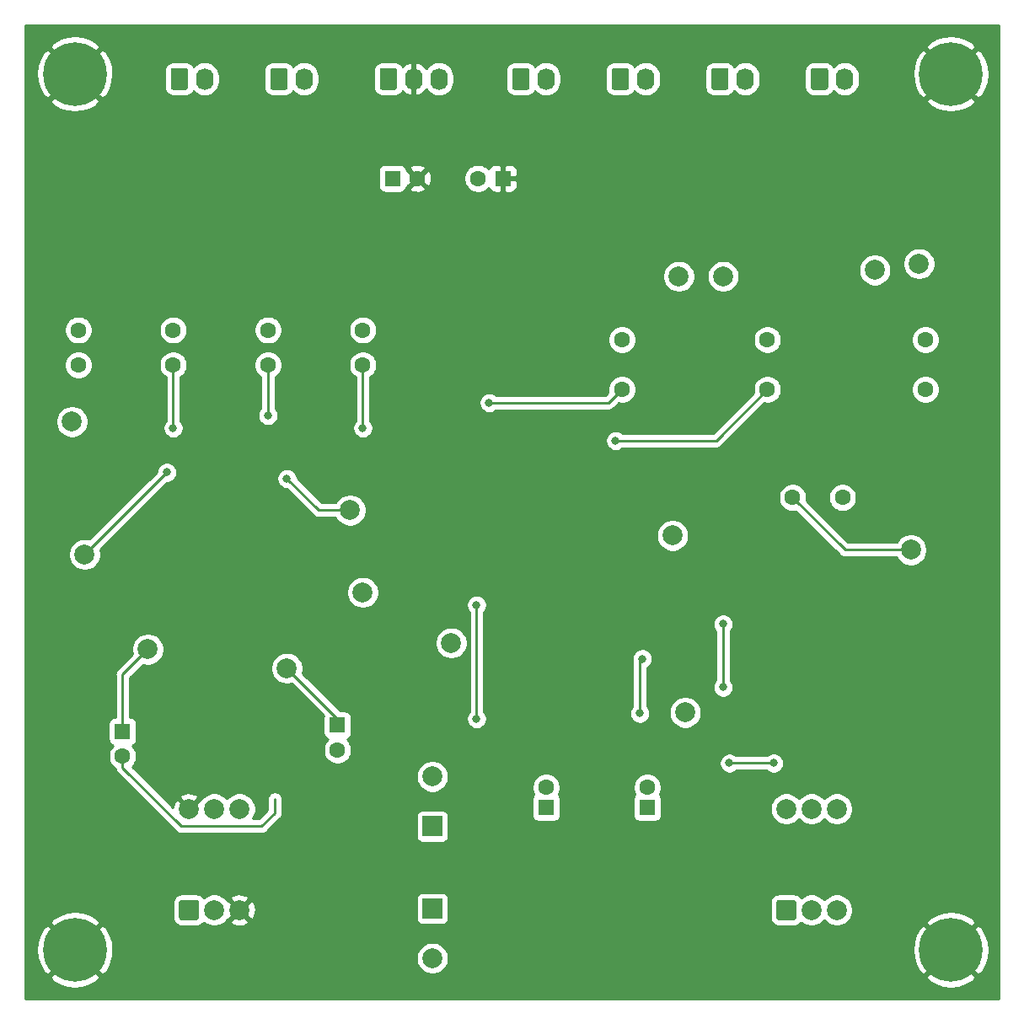
<source format=gbr>
G04 #@! TF.GenerationSoftware,KiCad,Pcbnew,5.1.4*
G04 #@! TF.CreationDate,2019-09-29T22:13:44-04:00*
G04 #@! TF.ProjectId,balanced_amplifier,62616c61-6e63-4656-945f-616d706c6966,1*
G04 #@! TF.SameCoordinates,Original*
G04 #@! TF.FileFunction,Copper,L2,Bot*
G04 #@! TF.FilePolarity,Positive*
%FSLAX46Y46*%
G04 Gerber Fmt 4.6, Leading zero omitted, Abs format (unit mm)*
G04 Created by KiCad (PCBNEW 5.1.4) date 2019-09-29 22:13:44*
%MOMM*%
%LPD*%
G04 APERTURE LIST*
%ADD10C,6.400000*%
%ADD11C,2.000000*%
%ADD12C,0.100000*%
%ADD13C,1.600000*%
%ADD14O,1.740000X2.200000*%
%ADD15C,1.740000*%
%ADD16R,2.000000X2.000000*%
%ADD17R,1.600000X1.600000*%
%ADD18C,0.800000*%
%ADD19C,0.250000*%
%ADD20C,0.254000*%
G04 APERTURE END LIST*
D10*
X170200000Y-33800000D03*
X82200000Y-33800000D03*
X170200000Y-121800000D03*
X82200000Y-121800000D03*
D11*
X153660000Y-107640000D03*
X156200000Y-107640000D03*
X158740000Y-107640000D03*
D12*
G36*
X154434504Y-116801204D02*
G01*
X154458773Y-116804804D01*
X154482571Y-116810765D01*
X154505671Y-116819030D01*
X154527849Y-116829520D01*
X154548893Y-116842133D01*
X154568598Y-116856747D01*
X154586777Y-116873223D01*
X154603253Y-116891402D01*
X154617867Y-116911107D01*
X154630480Y-116932151D01*
X154640970Y-116954329D01*
X154649235Y-116977429D01*
X154655196Y-117001227D01*
X154658796Y-117025496D01*
X154660000Y-117050000D01*
X154660000Y-118550000D01*
X154658796Y-118574504D01*
X154655196Y-118598773D01*
X154649235Y-118622571D01*
X154640970Y-118645671D01*
X154630480Y-118667849D01*
X154617867Y-118688893D01*
X154603253Y-118708598D01*
X154586777Y-118726777D01*
X154568598Y-118743253D01*
X154548893Y-118757867D01*
X154527849Y-118770480D01*
X154505671Y-118780970D01*
X154482571Y-118789235D01*
X154458773Y-118795196D01*
X154434504Y-118798796D01*
X154410000Y-118800000D01*
X152910000Y-118800000D01*
X152885496Y-118798796D01*
X152861227Y-118795196D01*
X152837429Y-118789235D01*
X152814329Y-118780970D01*
X152792151Y-118770480D01*
X152771107Y-118757867D01*
X152751402Y-118743253D01*
X152733223Y-118726777D01*
X152716747Y-118708598D01*
X152702133Y-118688893D01*
X152689520Y-118667849D01*
X152679030Y-118645671D01*
X152670765Y-118622571D01*
X152664804Y-118598773D01*
X152661204Y-118574504D01*
X152660000Y-118550000D01*
X152660000Y-117050000D01*
X152661204Y-117025496D01*
X152664804Y-117001227D01*
X152670765Y-116977429D01*
X152679030Y-116954329D01*
X152689520Y-116932151D01*
X152702133Y-116911107D01*
X152716747Y-116891402D01*
X152733223Y-116873223D01*
X152751402Y-116856747D01*
X152771107Y-116842133D01*
X152792151Y-116829520D01*
X152814329Y-116819030D01*
X152837429Y-116810765D01*
X152861227Y-116804804D01*
X152885496Y-116801204D01*
X152910000Y-116800000D01*
X154410000Y-116800000D01*
X154434504Y-116801204D01*
X154434504Y-116801204D01*
G37*
D11*
X153660000Y-117800000D03*
X156200000Y-117800000D03*
X158740000Y-117800000D03*
X93660000Y-107640000D03*
X96200000Y-107640000D03*
X98740000Y-107640000D03*
D12*
G36*
X94434504Y-116801204D02*
G01*
X94458773Y-116804804D01*
X94482571Y-116810765D01*
X94505671Y-116819030D01*
X94527849Y-116829520D01*
X94548893Y-116842133D01*
X94568598Y-116856747D01*
X94586777Y-116873223D01*
X94603253Y-116891402D01*
X94617867Y-116911107D01*
X94630480Y-116932151D01*
X94640970Y-116954329D01*
X94649235Y-116977429D01*
X94655196Y-117001227D01*
X94658796Y-117025496D01*
X94660000Y-117050000D01*
X94660000Y-118550000D01*
X94658796Y-118574504D01*
X94655196Y-118598773D01*
X94649235Y-118622571D01*
X94640970Y-118645671D01*
X94630480Y-118667849D01*
X94617867Y-118688893D01*
X94603253Y-118708598D01*
X94586777Y-118726777D01*
X94568598Y-118743253D01*
X94548893Y-118757867D01*
X94527849Y-118770480D01*
X94505671Y-118780970D01*
X94482571Y-118789235D01*
X94458773Y-118795196D01*
X94434504Y-118798796D01*
X94410000Y-118800000D01*
X92910000Y-118800000D01*
X92885496Y-118798796D01*
X92861227Y-118795196D01*
X92837429Y-118789235D01*
X92814329Y-118780970D01*
X92792151Y-118770480D01*
X92771107Y-118757867D01*
X92751402Y-118743253D01*
X92733223Y-118726777D01*
X92716747Y-118708598D01*
X92702133Y-118688893D01*
X92689520Y-118667849D01*
X92679030Y-118645671D01*
X92670765Y-118622571D01*
X92664804Y-118598773D01*
X92661204Y-118574504D01*
X92660000Y-118550000D01*
X92660000Y-117050000D01*
X92661204Y-117025496D01*
X92664804Y-117001227D01*
X92670765Y-116977429D01*
X92679030Y-116954329D01*
X92689520Y-116932151D01*
X92702133Y-116911107D01*
X92716747Y-116891402D01*
X92733223Y-116873223D01*
X92751402Y-116856747D01*
X92771107Y-116842133D01*
X92792151Y-116829520D01*
X92814329Y-116819030D01*
X92837429Y-116810765D01*
X92861227Y-116804804D01*
X92885496Y-116801204D01*
X92910000Y-116800000D01*
X94410000Y-116800000D01*
X94434504Y-116801204D01*
X94434504Y-116801204D01*
G37*
D11*
X93660000Y-117800000D03*
X96200000Y-117800000D03*
X98740000Y-117800000D03*
D13*
X167640000Y-65490000D03*
X167640000Y-60490000D03*
X154305000Y-76365000D03*
X159305000Y-76365000D03*
X151765000Y-65490000D03*
X151765000Y-60490000D03*
X137160000Y-65490000D03*
X137160000Y-60490000D03*
D14*
X118780000Y-34300000D03*
X116240000Y-34300000D03*
D12*
G36*
X114344505Y-33201204D02*
G01*
X114368773Y-33204804D01*
X114392572Y-33210765D01*
X114415671Y-33219030D01*
X114437850Y-33229520D01*
X114458893Y-33242132D01*
X114478599Y-33256747D01*
X114496777Y-33273223D01*
X114513253Y-33291401D01*
X114527868Y-33311107D01*
X114540480Y-33332150D01*
X114550970Y-33354329D01*
X114559235Y-33377428D01*
X114565196Y-33401227D01*
X114568796Y-33425495D01*
X114570000Y-33449999D01*
X114570000Y-35150001D01*
X114568796Y-35174505D01*
X114565196Y-35198773D01*
X114559235Y-35222572D01*
X114550970Y-35245671D01*
X114540480Y-35267850D01*
X114527868Y-35288893D01*
X114513253Y-35308599D01*
X114496777Y-35326777D01*
X114478599Y-35343253D01*
X114458893Y-35357868D01*
X114437850Y-35370480D01*
X114415671Y-35380970D01*
X114392572Y-35389235D01*
X114368773Y-35395196D01*
X114344505Y-35398796D01*
X114320001Y-35400000D01*
X113079999Y-35400000D01*
X113055495Y-35398796D01*
X113031227Y-35395196D01*
X113007428Y-35389235D01*
X112984329Y-35380970D01*
X112962150Y-35370480D01*
X112941107Y-35357868D01*
X112921401Y-35343253D01*
X112903223Y-35326777D01*
X112886747Y-35308599D01*
X112872132Y-35288893D01*
X112859520Y-35267850D01*
X112849030Y-35245671D01*
X112840765Y-35222572D01*
X112834804Y-35198773D01*
X112831204Y-35174505D01*
X112830000Y-35150001D01*
X112830000Y-33449999D01*
X112831204Y-33425495D01*
X112834804Y-33401227D01*
X112840765Y-33377428D01*
X112849030Y-33354329D01*
X112859520Y-33332150D01*
X112872132Y-33311107D01*
X112886747Y-33291401D01*
X112903223Y-33273223D01*
X112921401Y-33256747D01*
X112941107Y-33242132D01*
X112962150Y-33229520D01*
X112984329Y-33219030D01*
X113007428Y-33210765D01*
X113031227Y-33204804D01*
X113055495Y-33201204D01*
X113079999Y-33200000D01*
X114320001Y-33200000D01*
X114344505Y-33201204D01*
X114344505Y-33201204D01*
G37*
D15*
X113700000Y-34300000D03*
D14*
X159540000Y-34300000D03*
D12*
G36*
X157644505Y-33201204D02*
G01*
X157668773Y-33204804D01*
X157692572Y-33210765D01*
X157715671Y-33219030D01*
X157737850Y-33229520D01*
X157758893Y-33242132D01*
X157778599Y-33256747D01*
X157796777Y-33273223D01*
X157813253Y-33291401D01*
X157827868Y-33311107D01*
X157840480Y-33332150D01*
X157850970Y-33354329D01*
X157859235Y-33377428D01*
X157865196Y-33401227D01*
X157868796Y-33425495D01*
X157870000Y-33449999D01*
X157870000Y-35150001D01*
X157868796Y-35174505D01*
X157865196Y-35198773D01*
X157859235Y-35222572D01*
X157850970Y-35245671D01*
X157840480Y-35267850D01*
X157827868Y-35288893D01*
X157813253Y-35308599D01*
X157796777Y-35326777D01*
X157778599Y-35343253D01*
X157758893Y-35357868D01*
X157737850Y-35370480D01*
X157715671Y-35380970D01*
X157692572Y-35389235D01*
X157668773Y-35395196D01*
X157644505Y-35398796D01*
X157620001Y-35400000D01*
X156379999Y-35400000D01*
X156355495Y-35398796D01*
X156331227Y-35395196D01*
X156307428Y-35389235D01*
X156284329Y-35380970D01*
X156262150Y-35370480D01*
X156241107Y-35357868D01*
X156221401Y-35343253D01*
X156203223Y-35326777D01*
X156186747Y-35308599D01*
X156172132Y-35288893D01*
X156159520Y-35267850D01*
X156149030Y-35245671D01*
X156140765Y-35222572D01*
X156134804Y-35198773D01*
X156131204Y-35174505D01*
X156130000Y-35150001D01*
X156130000Y-33449999D01*
X156131204Y-33425495D01*
X156134804Y-33401227D01*
X156140765Y-33377428D01*
X156149030Y-33354329D01*
X156159520Y-33332150D01*
X156172132Y-33311107D01*
X156186747Y-33291401D01*
X156203223Y-33273223D01*
X156221401Y-33256747D01*
X156241107Y-33242132D01*
X156262150Y-33229520D01*
X156284329Y-33219030D01*
X156307428Y-33210765D01*
X156331227Y-33204804D01*
X156355495Y-33201204D01*
X156379999Y-33200000D01*
X157620001Y-33200000D01*
X157644505Y-33201204D01*
X157644505Y-33201204D01*
G37*
D15*
X157000000Y-34300000D03*
D14*
X149540000Y-34300000D03*
D12*
G36*
X147644505Y-33201204D02*
G01*
X147668773Y-33204804D01*
X147692572Y-33210765D01*
X147715671Y-33219030D01*
X147737850Y-33229520D01*
X147758893Y-33242132D01*
X147778599Y-33256747D01*
X147796777Y-33273223D01*
X147813253Y-33291401D01*
X147827868Y-33311107D01*
X147840480Y-33332150D01*
X147850970Y-33354329D01*
X147859235Y-33377428D01*
X147865196Y-33401227D01*
X147868796Y-33425495D01*
X147870000Y-33449999D01*
X147870000Y-35150001D01*
X147868796Y-35174505D01*
X147865196Y-35198773D01*
X147859235Y-35222572D01*
X147850970Y-35245671D01*
X147840480Y-35267850D01*
X147827868Y-35288893D01*
X147813253Y-35308599D01*
X147796777Y-35326777D01*
X147778599Y-35343253D01*
X147758893Y-35357868D01*
X147737850Y-35370480D01*
X147715671Y-35380970D01*
X147692572Y-35389235D01*
X147668773Y-35395196D01*
X147644505Y-35398796D01*
X147620001Y-35400000D01*
X146379999Y-35400000D01*
X146355495Y-35398796D01*
X146331227Y-35395196D01*
X146307428Y-35389235D01*
X146284329Y-35380970D01*
X146262150Y-35370480D01*
X146241107Y-35357868D01*
X146221401Y-35343253D01*
X146203223Y-35326777D01*
X146186747Y-35308599D01*
X146172132Y-35288893D01*
X146159520Y-35267850D01*
X146149030Y-35245671D01*
X146140765Y-35222572D01*
X146134804Y-35198773D01*
X146131204Y-35174505D01*
X146130000Y-35150001D01*
X146130000Y-33449999D01*
X146131204Y-33425495D01*
X146134804Y-33401227D01*
X146140765Y-33377428D01*
X146149030Y-33354329D01*
X146159520Y-33332150D01*
X146172132Y-33311107D01*
X146186747Y-33291401D01*
X146203223Y-33273223D01*
X146221401Y-33256747D01*
X146241107Y-33242132D01*
X146262150Y-33229520D01*
X146284329Y-33219030D01*
X146307428Y-33210765D01*
X146331227Y-33204804D01*
X146355495Y-33201204D01*
X146379999Y-33200000D01*
X147620001Y-33200000D01*
X147644505Y-33201204D01*
X147644505Y-33201204D01*
G37*
D15*
X147000000Y-34300000D03*
D14*
X139540000Y-34300000D03*
D12*
G36*
X137644505Y-33201204D02*
G01*
X137668773Y-33204804D01*
X137692572Y-33210765D01*
X137715671Y-33219030D01*
X137737850Y-33229520D01*
X137758893Y-33242132D01*
X137778599Y-33256747D01*
X137796777Y-33273223D01*
X137813253Y-33291401D01*
X137827868Y-33311107D01*
X137840480Y-33332150D01*
X137850970Y-33354329D01*
X137859235Y-33377428D01*
X137865196Y-33401227D01*
X137868796Y-33425495D01*
X137870000Y-33449999D01*
X137870000Y-35150001D01*
X137868796Y-35174505D01*
X137865196Y-35198773D01*
X137859235Y-35222572D01*
X137850970Y-35245671D01*
X137840480Y-35267850D01*
X137827868Y-35288893D01*
X137813253Y-35308599D01*
X137796777Y-35326777D01*
X137778599Y-35343253D01*
X137758893Y-35357868D01*
X137737850Y-35370480D01*
X137715671Y-35380970D01*
X137692572Y-35389235D01*
X137668773Y-35395196D01*
X137644505Y-35398796D01*
X137620001Y-35400000D01*
X136379999Y-35400000D01*
X136355495Y-35398796D01*
X136331227Y-35395196D01*
X136307428Y-35389235D01*
X136284329Y-35380970D01*
X136262150Y-35370480D01*
X136241107Y-35357868D01*
X136221401Y-35343253D01*
X136203223Y-35326777D01*
X136186747Y-35308599D01*
X136172132Y-35288893D01*
X136159520Y-35267850D01*
X136149030Y-35245671D01*
X136140765Y-35222572D01*
X136134804Y-35198773D01*
X136131204Y-35174505D01*
X136130000Y-35150001D01*
X136130000Y-33449999D01*
X136131204Y-33425495D01*
X136134804Y-33401227D01*
X136140765Y-33377428D01*
X136149030Y-33354329D01*
X136159520Y-33332150D01*
X136172132Y-33311107D01*
X136186747Y-33291401D01*
X136203223Y-33273223D01*
X136221401Y-33256747D01*
X136241107Y-33242132D01*
X136262150Y-33229520D01*
X136284329Y-33219030D01*
X136307428Y-33210765D01*
X136331227Y-33204804D01*
X136355495Y-33201204D01*
X136379999Y-33200000D01*
X137620001Y-33200000D01*
X137644505Y-33201204D01*
X137644505Y-33201204D01*
G37*
D15*
X137000000Y-34300000D03*
D14*
X129540000Y-34300000D03*
D12*
G36*
X127644505Y-33201204D02*
G01*
X127668773Y-33204804D01*
X127692572Y-33210765D01*
X127715671Y-33219030D01*
X127737850Y-33229520D01*
X127758893Y-33242132D01*
X127778599Y-33256747D01*
X127796777Y-33273223D01*
X127813253Y-33291401D01*
X127827868Y-33311107D01*
X127840480Y-33332150D01*
X127850970Y-33354329D01*
X127859235Y-33377428D01*
X127865196Y-33401227D01*
X127868796Y-33425495D01*
X127870000Y-33449999D01*
X127870000Y-35150001D01*
X127868796Y-35174505D01*
X127865196Y-35198773D01*
X127859235Y-35222572D01*
X127850970Y-35245671D01*
X127840480Y-35267850D01*
X127827868Y-35288893D01*
X127813253Y-35308599D01*
X127796777Y-35326777D01*
X127778599Y-35343253D01*
X127758893Y-35357868D01*
X127737850Y-35370480D01*
X127715671Y-35380970D01*
X127692572Y-35389235D01*
X127668773Y-35395196D01*
X127644505Y-35398796D01*
X127620001Y-35400000D01*
X126379999Y-35400000D01*
X126355495Y-35398796D01*
X126331227Y-35395196D01*
X126307428Y-35389235D01*
X126284329Y-35380970D01*
X126262150Y-35370480D01*
X126241107Y-35357868D01*
X126221401Y-35343253D01*
X126203223Y-35326777D01*
X126186747Y-35308599D01*
X126172132Y-35288893D01*
X126159520Y-35267850D01*
X126149030Y-35245671D01*
X126140765Y-35222572D01*
X126134804Y-35198773D01*
X126131204Y-35174505D01*
X126130000Y-35150001D01*
X126130000Y-33449999D01*
X126131204Y-33425495D01*
X126134804Y-33401227D01*
X126140765Y-33377428D01*
X126149030Y-33354329D01*
X126159520Y-33332150D01*
X126172132Y-33311107D01*
X126186747Y-33291401D01*
X126203223Y-33273223D01*
X126221401Y-33256747D01*
X126241107Y-33242132D01*
X126262150Y-33229520D01*
X126284329Y-33219030D01*
X126307428Y-33210765D01*
X126331227Y-33204804D01*
X126355495Y-33201204D01*
X126379999Y-33200000D01*
X127620001Y-33200000D01*
X127644505Y-33201204D01*
X127644505Y-33201204D01*
G37*
D15*
X127000000Y-34300000D03*
D14*
X95240000Y-34300000D03*
D12*
G36*
X93344505Y-33201204D02*
G01*
X93368773Y-33204804D01*
X93392572Y-33210765D01*
X93415671Y-33219030D01*
X93437850Y-33229520D01*
X93458893Y-33242132D01*
X93478599Y-33256747D01*
X93496777Y-33273223D01*
X93513253Y-33291401D01*
X93527868Y-33311107D01*
X93540480Y-33332150D01*
X93550970Y-33354329D01*
X93559235Y-33377428D01*
X93565196Y-33401227D01*
X93568796Y-33425495D01*
X93570000Y-33449999D01*
X93570000Y-35150001D01*
X93568796Y-35174505D01*
X93565196Y-35198773D01*
X93559235Y-35222572D01*
X93550970Y-35245671D01*
X93540480Y-35267850D01*
X93527868Y-35288893D01*
X93513253Y-35308599D01*
X93496777Y-35326777D01*
X93478599Y-35343253D01*
X93458893Y-35357868D01*
X93437850Y-35370480D01*
X93415671Y-35380970D01*
X93392572Y-35389235D01*
X93368773Y-35395196D01*
X93344505Y-35398796D01*
X93320001Y-35400000D01*
X92079999Y-35400000D01*
X92055495Y-35398796D01*
X92031227Y-35395196D01*
X92007428Y-35389235D01*
X91984329Y-35380970D01*
X91962150Y-35370480D01*
X91941107Y-35357868D01*
X91921401Y-35343253D01*
X91903223Y-35326777D01*
X91886747Y-35308599D01*
X91872132Y-35288893D01*
X91859520Y-35267850D01*
X91849030Y-35245671D01*
X91840765Y-35222572D01*
X91834804Y-35198773D01*
X91831204Y-35174505D01*
X91830000Y-35150001D01*
X91830000Y-33449999D01*
X91831204Y-33425495D01*
X91834804Y-33401227D01*
X91840765Y-33377428D01*
X91849030Y-33354329D01*
X91859520Y-33332150D01*
X91872132Y-33311107D01*
X91886747Y-33291401D01*
X91903223Y-33273223D01*
X91921401Y-33256747D01*
X91941107Y-33242132D01*
X91962150Y-33229520D01*
X91984329Y-33219030D01*
X92007428Y-33210765D01*
X92031227Y-33204804D01*
X92055495Y-33201204D01*
X92079999Y-33200000D01*
X93320001Y-33200000D01*
X93344505Y-33201204D01*
X93344505Y-33201204D01*
G37*
D15*
X92700000Y-34300000D03*
D14*
X105240000Y-34300000D03*
D12*
G36*
X103344505Y-33201204D02*
G01*
X103368773Y-33204804D01*
X103392572Y-33210765D01*
X103415671Y-33219030D01*
X103437850Y-33229520D01*
X103458893Y-33242132D01*
X103478599Y-33256747D01*
X103496777Y-33273223D01*
X103513253Y-33291401D01*
X103527868Y-33311107D01*
X103540480Y-33332150D01*
X103550970Y-33354329D01*
X103559235Y-33377428D01*
X103565196Y-33401227D01*
X103568796Y-33425495D01*
X103570000Y-33449999D01*
X103570000Y-35150001D01*
X103568796Y-35174505D01*
X103565196Y-35198773D01*
X103559235Y-35222572D01*
X103550970Y-35245671D01*
X103540480Y-35267850D01*
X103527868Y-35288893D01*
X103513253Y-35308599D01*
X103496777Y-35326777D01*
X103478599Y-35343253D01*
X103458893Y-35357868D01*
X103437850Y-35370480D01*
X103415671Y-35380970D01*
X103392572Y-35389235D01*
X103368773Y-35395196D01*
X103344505Y-35398796D01*
X103320001Y-35400000D01*
X102079999Y-35400000D01*
X102055495Y-35398796D01*
X102031227Y-35395196D01*
X102007428Y-35389235D01*
X101984329Y-35380970D01*
X101962150Y-35370480D01*
X101941107Y-35357868D01*
X101921401Y-35343253D01*
X101903223Y-35326777D01*
X101886747Y-35308599D01*
X101872132Y-35288893D01*
X101859520Y-35267850D01*
X101849030Y-35245671D01*
X101840765Y-35222572D01*
X101834804Y-35198773D01*
X101831204Y-35174505D01*
X101830000Y-35150001D01*
X101830000Y-33449999D01*
X101831204Y-33425495D01*
X101834804Y-33401227D01*
X101840765Y-33377428D01*
X101849030Y-33354329D01*
X101859520Y-33332150D01*
X101872132Y-33311107D01*
X101886747Y-33291401D01*
X101903223Y-33273223D01*
X101921401Y-33256747D01*
X101941107Y-33242132D01*
X101962150Y-33229520D01*
X101984329Y-33219030D01*
X102007428Y-33210765D01*
X102031227Y-33204804D01*
X102055495Y-33201204D01*
X102079999Y-33200000D01*
X103320001Y-33200000D01*
X103344505Y-33201204D01*
X103344505Y-33201204D01*
G37*
D15*
X102700000Y-34300000D03*
D11*
X111125000Y-85890000D03*
X109855000Y-77635000D03*
X103505000Y-93510000D03*
X83185000Y-82080000D03*
X81915000Y-68745000D03*
X89535000Y-91605000D03*
X142240000Y-80175000D03*
X120015000Y-90970000D03*
X142875000Y-54140000D03*
X147320000Y-54140000D03*
X166180000Y-81620000D03*
X143510000Y-97955000D03*
X162560000Y-53505000D03*
X167005000Y-52870000D03*
X118110000Y-104385000D03*
D16*
X118110000Y-109385000D03*
X118110000Y-117640000D03*
D11*
X118110000Y-122640000D03*
D17*
X139700000Y-107480000D03*
D13*
X139700000Y-105480000D03*
X108585000Y-101725000D03*
D17*
X108585000Y-99225000D03*
X86995000Y-99860000D03*
D13*
X86995000Y-102360000D03*
X129540000Y-105480000D03*
D17*
X129540000Y-107480000D03*
X114100000Y-44300000D03*
D13*
X116600000Y-44300000D03*
X122700000Y-44300000D03*
D17*
X125200000Y-44300000D03*
D13*
X111125000Y-59530000D03*
X111125000Y-63030000D03*
X101600000Y-59530000D03*
X101600000Y-63030000D03*
X92075000Y-63030000D03*
X92075000Y-59530000D03*
X82550000Y-63030000D03*
X82550000Y-59530000D03*
D18*
X81915000Y-50330000D03*
X89385000Y-50965000D03*
X101600000Y-50965000D03*
X109070000Y-50965000D03*
X104140000Y-78270000D03*
X93345000Y-79540000D03*
X122555000Y-82080000D03*
X130810000Y-88430000D03*
X131128745Y-78588595D03*
X123508745Y-76683595D03*
X149225000Y-51600000D03*
X143510000Y-51600000D03*
X169545000Y-51600000D03*
X161290000Y-51600000D03*
X158115000Y-90335000D03*
X149860000Y-87795000D03*
X158750000Y-100495000D03*
X156845000Y-101765000D03*
X103505000Y-74460000D03*
X91440000Y-73825000D03*
X122555000Y-87160000D03*
X122555000Y-98590000D03*
X136525000Y-70650000D03*
X152400000Y-103035000D03*
X147955000Y-103035000D03*
X147320000Y-89065000D03*
X147320000Y-95415000D03*
X111125000Y-69380000D03*
X101600000Y-68110000D03*
X92075000Y-69380000D03*
X123825000Y-66840000D03*
X138950000Y-98050000D03*
X139200000Y-92550000D03*
D19*
X108585000Y-98590000D02*
X108585000Y-99225000D01*
X103505000Y-93510000D02*
X108585000Y-98590000D01*
X106680000Y-77635000D02*
X109855000Y-77635000D01*
X103505000Y-74460000D02*
X106680000Y-77635000D01*
X91440000Y-73825000D02*
X83185000Y-82080000D01*
X86995000Y-94145000D02*
X89535000Y-91605000D01*
X86995000Y-99860000D02*
X86995000Y-94145000D01*
X102280000Y-108070000D02*
X102280000Y-106640000D01*
X92888630Y-109385000D02*
X100965000Y-109385000D01*
X86995000Y-102360000D02*
X86995000Y-103491370D01*
X100965000Y-109385000D02*
X102280000Y-108070000D01*
X86995000Y-103491370D02*
X92888630Y-109385000D01*
X122555000Y-87160000D02*
X122555000Y-98590000D01*
X146605000Y-70650000D02*
X151765000Y-65490000D01*
X136525000Y-70650000D02*
X146605000Y-70650000D01*
X147955000Y-103035000D02*
X152400000Y-103035000D01*
X147320000Y-89065000D02*
X147320000Y-95415000D01*
X111125000Y-69380000D02*
X111125000Y-63030000D01*
X101600000Y-68110000D02*
X101600000Y-63030000D01*
X92075000Y-69380000D02*
X92075000Y-63030000D01*
X135810000Y-66840000D02*
X137160000Y-65490000D01*
X123825000Y-66840000D02*
X135810000Y-66840000D01*
X138950000Y-98050000D02*
X138950000Y-92800000D01*
X138950000Y-92800000D02*
X139200000Y-92550000D01*
X159560000Y-81620000D02*
X154305000Y-76365000D01*
X166180000Y-81620000D02*
X159560000Y-81620000D01*
D20*
G36*
X175001506Y-126673000D02*
G01*
X77255506Y-126673000D01*
X77255506Y-124500881D01*
X79678724Y-124500881D01*
X80038912Y-124990548D01*
X80702882Y-125350849D01*
X81424385Y-125574694D01*
X82175695Y-125653480D01*
X82927938Y-125584178D01*
X83652208Y-125369452D01*
X84320670Y-125017555D01*
X84361088Y-124990548D01*
X84721276Y-124500881D01*
X167678724Y-124500881D01*
X168038912Y-124990548D01*
X168702882Y-125350849D01*
X169424385Y-125574694D01*
X170175695Y-125653480D01*
X170927938Y-125584178D01*
X171652208Y-125369452D01*
X172320670Y-125017555D01*
X172361088Y-124990548D01*
X172721276Y-124500881D01*
X170200000Y-121979605D01*
X167678724Y-124500881D01*
X84721276Y-124500881D01*
X82200000Y-121979605D01*
X79678724Y-124500881D01*
X77255506Y-124500881D01*
X77255506Y-121775695D01*
X78346520Y-121775695D01*
X78415822Y-122527938D01*
X78630548Y-123252208D01*
X78982445Y-123920670D01*
X79009452Y-123961088D01*
X79499119Y-124321276D01*
X82020395Y-121800000D01*
X82379605Y-121800000D01*
X84900881Y-124321276D01*
X85390548Y-123961088D01*
X85750849Y-123297118D01*
X85974694Y-122575615D01*
X85984828Y-122478967D01*
X116475000Y-122478967D01*
X116475000Y-122801033D01*
X116537832Y-123116912D01*
X116661082Y-123414463D01*
X116840013Y-123682252D01*
X117067748Y-123909987D01*
X117335537Y-124088918D01*
X117633088Y-124212168D01*
X117948967Y-124275000D01*
X118271033Y-124275000D01*
X118586912Y-124212168D01*
X118884463Y-124088918D01*
X119152252Y-123909987D01*
X119379987Y-123682252D01*
X119558918Y-123414463D01*
X119682168Y-123116912D01*
X119745000Y-122801033D01*
X119745000Y-122478967D01*
X119682168Y-122163088D01*
X119558918Y-121865537D01*
X119498888Y-121775695D01*
X166346520Y-121775695D01*
X166415822Y-122527938D01*
X166630548Y-123252208D01*
X166982445Y-123920670D01*
X167009452Y-123961088D01*
X167499119Y-124321276D01*
X170020395Y-121800000D01*
X170379605Y-121800000D01*
X172900881Y-124321276D01*
X173390548Y-123961088D01*
X173750849Y-123297118D01*
X173974694Y-122575615D01*
X174053480Y-121824305D01*
X173984178Y-121072062D01*
X173769452Y-120347792D01*
X173417555Y-119679330D01*
X173390548Y-119638912D01*
X172900881Y-119278724D01*
X170379605Y-121800000D01*
X170020395Y-121800000D01*
X167499119Y-119278724D01*
X167009452Y-119638912D01*
X166649151Y-120302882D01*
X166425306Y-121024385D01*
X166346520Y-121775695D01*
X119498888Y-121775695D01*
X119379987Y-121597748D01*
X119152252Y-121370013D01*
X118884463Y-121191082D01*
X118586912Y-121067832D01*
X118271033Y-121005000D01*
X117948967Y-121005000D01*
X117633088Y-121067832D01*
X117335537Y-121191082D01*
X117067748Y-121370013D01*
X116840013Y-121597748D01*
X116661082Y-121865537D01*
X116537832Y-122163088D01*
X116475000Y-122478967D01*
X85984828Y-122478967D01*
X86053480Y-121824305D01*
X85984178Y-121072062D01*
X85769452Y-120347792D01*
X85417555Y-119679330D01*
X85390548Y-119638912D01*
X84900881Y-119278724D01*
X82379605Y-121800000D01*
X82020395Y-121800000D01*
X79499119Y-119278724D01*
X79009452Y-119638912D01*
X78649151Y-120302882D01*
X78425306Y-121024385D01*
X78346520Y-121775695D01*
X77255506Y-121775695D01*
X77255506Y-119099119D01*
X79678724Y-119099119D01*
X82200000Y-121620395D01*
X84721276Y-119099119D01*
X84361088Y-118609452D01*
X83697118Y-118249151D01*
X82975615Y-118025306D01*
X82224305Y-117946520D01*
X81472062Y-118015822D01*
X80747792Y-118230548D01*
X80079330Y-118582445D01*
X80038912Y-118609452D01*
X79678724Y-119099119D01*
X77255506Y-119099119D01*
X77255506Y-117050000D01*
X92021928Y-117050000D01*
X92021928Y-118550000D01*
X92038992Y-118723254D01*
X92089528Y-118889850D01*
X92171595Y-119043386D01*
X92282038Y-119177962D01*
X92416614Y-119288405D01*
X92570150Y-119370472D01*
X92736746Y-119421008D01*
X92910000Y-119438072D01*
X94410000Y-119438072D01*
X94583254Y-119421008D01*
X94749850Y-119370472D01*
X94903386Y-119288405D01*
X95037962Y-119177962D01*
X95140626Y-119052865D01*
X95157748Y-119069987D01*
X95425537Y-119248918D01*
X95723088Y-119372168D01*
X96038967Y-119435000D01*
X96361033Y-119435000D01*
X96676912Y-119372168D01*
X96974463Y-119248918D01*
X97242252Y-119069987D01*
X97376826Y-118935413D01*
X97784192Y-118935413D01*
X97879956Y-119199814D01*
X98169571Y-119340704D01*
X98481108Y-119422384D01*
X98802595Y-119441718D01*
X99121675Y-119397961D01*
X99426088Y-119292795D01*
X99600044Y-119199814D01*
X99695808Y-118935413D01*
X98740000Y-117979605D01*
X97784192Y-118935413D01*
X97376826Y-118935413D01*
X97469987Y-118842252D01*
X97542720Y-118733400D01*
X97604587Y-118755808D01*
X98560395Y-117800000D01*
X98919605Y-117800000D01*
X99875413Y-118755808D01*
X100139814Y-118660044D01*
X100280704Y-118370429D01*
X100362384Y-118058892D01*
X100381718Y-117737405D01*
X100337961Y-117418325D01*
X100232795Y-117113912D01*
X100139814Y-116939956D01*
X99875413Y-116844192D01*
X98919605Y-117800000D01*
X98560395Y-117800000D01*
X97604587Y-116844192D01*
X97542720Y-116866600D01*
X97469987Y-116757748D01*
X97376826Y-116664587D01*
X97784192Y-116664587D01*
X98740000Y-117620395D01*
X99695808Y-116664587D01*
X99686903Y-116640000D01*
X116471928Y-116640000D01*
X116471928Y-118640000D01*
X116484188Y-118764482D01*
X116520498Y-118884180D01*
X116579463Y-118994494D01*
X116658815Y-119091185D01*
X116755506Y-119170537D01*
X116865820Y-119229502D01*
X116985518Y-119265812D01*
X117110000Y-119278072D01*
X119110000Y-119278072D01*
X119234482Y-119265812D01*
X119354180Y-119229502D01*
X119464494Y-119170537D01*
X119561185Y-119091185D01*
X119640537Y-118994494D01*
X119699502Y-118884180D01*
X119735812Y-118764482D01*
X119748072Y-118640000D01*
X119748072Y-117050000D01*
X152021928Y-117050000D01*
X152021928Y-118550000D01*
X152038992Y-118723254D01*
X152089528Y-118889850D01*
X152171595Y-119043386D01*
X152282038Y-119177962D01*
X152416614Y-119288405D01*
X152570150Y-119370472D01*
X152736746Y-119421008D01*
X152910000Y-119438072D01*
X154410000Y-119438072D01*
X154583254Y-119421008D01*
X154749850Y-119370472D01*
X154903386Y-119288405D01*
X155037962Y-119177962D01*
X155140626Y-119052865D01*
X155157748Y-119069987D01*
X155425537Y-119248918D01*
X155723088Y-119372168D01*
X156038967Y-119435000D01*
X156361033Y-119435000D01*
X156676912Y-119372168D01*
X156974463Y-119248918D01*
X157242252Y-119069987D01*
X157469987Y-118842252D01*
X157470000Y-118842233D01*
X157470013Y-118842252D01*
X157697748Y-119069987D01*
X157965537Y-119248918D01*
X158263088Y-119372168D01*
X158578967Y-119435000D01*
X158901033Y-119435000D01*
X159216912Y-119372168D01*
X159514463Y-119248918D01*
X159738652Y-119099119D01*
X167678724Y-119099119D01*
X170200000Y-121620395D01*
X172721276Y-119099119D01*
X172361088Y-118609452D01*
X171697118Y-118249151D01*
X170975615Y-118025306D01*
X170224305Y-117946520D01*
X169472062Y-118015822D01*
X168747792Y-118230548D01*
X168079330Y-118582445D01*
X168038912Y-118609452D01*
X167678724Y-119099119D01*
X159738652Y-119099119D01*
X159782252Y-119069987D01*
X160009987Y-118842252D01*
X160188918Y-118574463D01*
X160312168Y-118276912D01*
X160375000Y-117961033D01*
X160375000Y-117638967D01*
X160312168Y-117323088D01*
X160188918Y-117025537D01*
X160009987Y-116757748D01*
X159782252Y-116530013D01*
X159514463Y-116351082D01*
X159216912Y-116227832D01*
X158901033Y-116165000D01*
X158578967Y-116165000D01*
X158263088Y-116227832D01*
X157965537Y-116351082D01*
X157697748Y-116530013D01*
X157470013Y-116757748D01*
X157470000Y-116757767D01*
X157469987Y-116757748D01*
X157242252Y-116530013D01*
X156974463Y-116351082D01*
X156676912Y-116227832D01*
X156361033Y-116165000D01*
X156038967Y-116165000D01*
X155723088Y-116227832D01*
X155425537Y-116351082D01*
X155157748Y-116530013D01*
X155140626Y-116547135D01*
X155037962Y-116422038D01*
X154903386Y-116311595D01*
X154749850Y-116229528D01*
X154583254Y-116178992D01*
X154410000Y-116161928D01*
X152910000Y-116161928D01*
X152736746Y-116178992D01*
X152570150Y-116229528D01*
X152416614Y-116311595D01*
X152282038Y-116422038D01*
X152171595Y-116556614D01*
X152089528Y-116710150D01*
X152038992Y-116876746D01*
X152021928Y-117050000D01*
X119748072Y-117050000D01*
X119748072Y-116640000D01*
X119735812Y-116515518D01*
X119699502Y-116395820D01*
X119640537Y-116285506D01*
X119561185Y-116188815D01*
X119464494Y-116109463D01*
X119354180Y-116050498D01*
X119234482Y-116014188D01*
X119110000Y-116001928D01*
X117110000Y-116001928D01*
X116985518Y-116014188D01*
X116865820Y-116050498D01*
X116755506Y-116109463D01*
X116658815Y-116188815D01*
X116579463Y-116285506D01*
X116520498Y-116395820D01*
X116484188Y-116515518D01*
X116471928Y-116640000D01*
X99686903Y-116640000D01*
X99600044Y-116400186D01*
X99310429Y-116259296D01*
X98998892Y-116177616D01*
X98677405Y-116158282D01*
X98358325Y-116202039D01*
X98053912Y-116307205D01*
X97879956Y-116400186D01*
X97784192Y-116664587D01*
X97376826Y-116664587D01*
X97242252Y-116530013D01*
X96974463Y-116351082D01*
X96676912Y-116227832D01*
X96361033Y-116165000D01*
X96038967Y-116165000D01*
X95723088Y-116227832D01*
X95425537Y-116351082D01*
X95157748Y-116530013D01*
X95140626Y-116547135D01*
X95037962Y-116422038D01*
X94903386Y-116311595D01*
X94749850Y-116229528D01*
X94583254Y-116178992D01*
X94410000Y-116161928D01*
X92910000Y-116161928D01*
X92736746Y-116178992D01*
X92570150Y-116229528D01*
X92416614Y-116311595D01*
X92282038Y-116422038D01*
X92171595Y-116556614D01*
X92089528Y-116710150D01*
X92038992Y-116876746D01*
X92021928Y-117050000D01*
X77255506Y-117050000D01*
X77255506Y-99060000D01*
X85556928Y-99060000D01*
X85556928Y-100660000D01*
X85569188Y-100784482D01*
X85605498Y-100904180D01*
X85664463Y-101014494D01*
X85743815Y-101111185D01*
X85840506Y-101190537D01*
X85950820Y-101249502D01*
X86046943Y-101278661D01*
X85880363Y-101445241D01*
X85723320Y-101680273D01*
X85615147Y-101941426D01*
X85560000Y-102218665D01*
X85560000Y-102501335D01*
X85615147Y-102778574D01*
X85723320Y-103039727D01*
X85880363Y-103274759D01*
X86080241Y-103474637D01*
X86240203Y-103581520D01*
X86245144Y-103631680D01*
X86245998Y-103640355D01*
X86289454Y-103783616D01*
X86360026Y-103915646D01*
X86390030Y-103952205D01*
X86455000Y-104031371D01*
X86483998Y-104055169D01*
X92324835Y-109896008D01*
X92348629Y-109925001D01*
X92377622Y-109948795D01*
X92377626Y-109948799D01*
X92448315Y-110006811D01*
X92464354Y-110019974D01*
X92596383Y-110090546D01*
X92739644Y-110134003D01*
X92851297Y-110145000D01*
X92851306Y-110145000D01*
X92888629Y-110148676D01*
X92925952Y-110145000D01*
X100927678Y-110145000D01*
X100965000Y-110148676D01*
X101002322Y-110145000D01*
X101002333Y-110145000D01*
X101113986Y-110134003D01*
X101257247Y-110090546D01*
X101389276Y-110019974D01*
X101505001Y-109925001D01*
X101528804Y-109895997D01*
X102791004Y-108633798D01*
X102820001Y-108610001D01*
X102914974Y-108494276D01*
X102973384Y-108385000D01*
X116471928Y-108385000D01*
X116471928Y-110385000D01*
X116484188Y-110509482D01*
X116520498Y-110629180D01*
X116579463Y-110739494D01*
X116658815Y-110836185D01*
X116755506Y-110915537D01*
X116865820Y-110974502D01*
X116985518Y-111010812D01*
X117110000Y-111023072D01*
X119110000Y-111023072D01*
X119234482Y-111010812D01*
X119354180Y-110974502D01*
X119464494Y-110915537D01*
X119561185Y-110836185D01*
X119640537Y-110739494D01*
X119699502Y-110629180D01*
X119735812Y-110509482D01*
X119748072Y-110385000D01*
X119748072Y-108385000D01*
X119735812Y-108260518D01*
X119699502Y-108140820D01*
X119640537Y-108030506D01*
X119561185Y-107933815D01*
X119464494Y-107854463D01*
X119354180Y-107795498D01*
X119234482Y-107759188D01*
X119110000Y-107746928D01*
X117110000Y-107746928D01*
X116985518Y-107759188D01*
X116865820Y-107795498D01*
X116755506Y-107854463D01*
X116658815Y-107933815D01*
X116579463Y-108030506D01*
X116520498Y-108140820D01*
X116484188Y-108260518D01*
X116471928Y-108385000D01*
X102973384Y-108385000D01*
X102985546Y-108362247D01*
X103029003Y-108218986D01*
X103040000Y-108107333D01*
X103040000Y-108107323D01*
X103043676Y-108070000D01*
X103040000Y-108032677D01*
X103040000Y-106680000D01*
X128101928Y-106680000D01*
X128101928Y-108280000D01*
X128114188Y-108404482D01*
X128150498Y-108524180D01*
X128209463Y-108634494D01*
X128288815Y-108731185D01*
X128385506Y-108810537D01*
X128495820Y-108869502D01*
X128615518Y-108905812D01*
X128740000Y-108918072D01*
X130340000Y-108918072D01*
X130464482Y-108905812D01*
X130584180Y-108869502D01*
X130694494Y-108810537D01*
X130791185Y-108731185D01*
X130870537Y-108634494D01*
X130929502Y-108524180D01*
X130965812Y-108404482D01*
X130978072Y-108280000D01*
X130978072Y-106680000D01*
X138261928Y-106680000D01*
X138261928Y-108280000D01*
X138274188Y-108404482D01*
X138310498Y-108524180D01*
X138369463Y-108634494D01*
X138448815Y-108731185D01*
X138545506Y-108810537D01*
X138655820Y-108869502D01*
X138775518Y-108905812D01*
X138900000Y-108918072D01*
X140500000Y-108918072D01*
X140624482Y-108905812D01*
X140744180Y-108869502D01*
X140854494Y-108810537D01*
X140951185Y-108731185D01*
X141030537Y-108634494D01*
X141089502Y-108524180D01*
X141125812Y-108404482D01*
X141138072Y-108280000D01*
X141138072Y-107478967D01*
X152025000Y-107478967D01*
X152025000Y-107801033D01*
X152087832Y-108116912D01*
X152211082Y-108414463D01*
X152390013Y-108682252D01*
X152617748Y-108909987D01*
X152885537Y-109088918D01*
X153183088Y-109212168D01*
X153498967Y-109275000D01*
X153821033Y-109275000D01*
X154136912Y-109212168D01*
X154434463Y-109088918D01*
X154702252Y-108909987D01*
X154929987Y-108682252D01*
X154930000Y-108682233D01*
X154930013Y-108682252D01*
X155157748Y-108909987D01*
X155425537Y-109088918D01*
X155723088Y-109212168D01*
X156038967Y-109275000D01*
X156361033Y-109275000D01*
X156676912Y-109212168D01*
X156974463Y-109088918D01*
X157242252Y-108909987D01*
X157469987Y-108682252D01*
X157470000Y-108682233D01*
X157470013Y-108682252D01*
X157697748Y-108909987D01*
X157965537Y-109088918D01*
X158263088Y-109212168D01*
X158578967Y-109275000D01*
X158901033Y-109275000D01*
X159216912Y-109212168D01*
X159514463Y-109088918D01*
X159782252Y-108909987D01*
X160009987Y-108682252D01*
X160188918Y-108414463D01*
X160312168Y-108116912D01*
X160375000Y-107801033D01*
X160375000Y-107478967D01*
X160312168Y-107163088D01*
X160188918Y-106865537D01*
X160009987Y-106597748D01*
X159782252Y-106370013D01*
X159514463Y-106191082D01*
X159216912Y-106067832D01*
X158901033Y-106005000D01*
X158578967Y-106005000D01*
X158263088Y-106067832D01*
X157965537Y-106191082D01*
X157697748Y-106370013D01*
X157470013Y-106597748D01*
X157470000Y-106597767D01*
X157469987Y-106597748D01*
X157242252Y-106370013D01*
X156974463Y-106191082D01*
X156676912Y-106067832D01*
X156361033Y-106005000D01*
X156038967Y-106005000D01*
X155723088Y-106067832D01*
X155425537Y-106191082D01*
X155157748Y-106370013D01*
X154930013Y-106597748D01*
X154930000Y-106597767D01*
X154929987Y-106597748D01*
X154702252Y-106370013D01*
X154434463Y-106191082D01*
X154136912Y-106067832D01*
X153821033Y-106005000D01*
X153498967Y-106005000D01*
X153183088Y-106067832D01*
X152885537Y-106191082D01*
X152617748Y-106370013D01*
X152390013Y-106597748D01*
X152211082Y-106865537D01*
X152087832Y-107163088D01*
X152025000Y-107478967D01*
X141138072Y-107478967D01*
X141138072Y-106680000D01*
X141125812Y-106555518D01*
X141089502Y-106435820D01*
X141030537Y-106325506D01*
X140951185Y-106228815D01*
X140934607Y-106215210D01*
X140971680Y-106159727D01*
X141079853Y-105898574D01*
X141135000Y-105621335D01*
X141135000Y-105338665D01*
X141079853Y-105061426D01*
X140971680Y-104800273D01*
X140814637Y-104565241D01*
X140614759Y-104365363D01*
X140379727Y-104208320D01*
X140118574Y-104100147D01*
X139841335Y-104045000D01*
X139558665Y-104045000D01*
X139281426Y-104100147D01*
X139020273Y-104208320D01*
X138785241Y-104365363D01*
X138585363Y-104565241D01*
X138428320Y-104800273D01*
X138320147Y-105061426D01*
X138265000Y-105338665D01*
X138265000Y-105621335D01*
X138320147Y-105898574D01*
X138428320Y-106159727D01*
X138465393Y-106215210D01*
X138448815Y-106228815D01*
X138369463Y-106325506D01*
X138310498Y-106435820D01*
X138274188Y-106555518D01*
X138261928Y-106680000D01*
X130978072Y-106680000D01*
X130965812Y-106555518D01*
X130929502Y-106435820D01*
X130870537Y-106325506D01*
X130791185Y-106228815D01*
X130774607Y-106215210D01*
X130811680Y-106159727D01*
X130919853Y-105898574D01*
X130975000Y-105621335D01*
X130975000Y-105338665D01*
X130919853Y-105061426D01*
X130811680Y-104800273D01*
X130654637Y-104565241D01*
X130454759Y-104365363D01*
X130219727Y-104208320D01*
X129958574Y-104100147D01*
X129681335Y-104045000D01*
X129398665Y-104045000D01*
X129121426Y-104100147D01*
X128860273Y-104208320D01*
X128625241Y-104365363D01*
X128425363Y-104565241D01*
X128268320Y-104800273D01*
X128160147Y-105061426D01*
X128105000Y-105338665D01*
X128105000Y-105621335D01*
X128160147Y-105898574D01*
X128268320Y-106159727D01*
X128305393Y-106215210D01*
X128288815Y-106228815D01*
X128209463Y-106325506D01*
X128150498Y-106435820D01*
X128114188Y-106555518D01*
X128101928Y-106680000D01*
X103040000Y-106680000D01*
X103040000Y-106602667D01*
X103029003Y-106491014D01*
X102985546Y-106347753D01*
X102914974Y-106215724D01*
X102820001Y-106099999D01*
X102704276Y-106005026D01*
X102572247Y-105934454D01*
X102428986Y-105890997D01*
X102280000Y-105876323D01*
X102131015Y-105890997D01*
X101987754Y-105934454D01*
X101855725Y-106005026D01*
X101740000Y-106099999D01*
X101645027Y-106215724D01*
X101574455Y-106347753D01*
X101530998Y-106491014D01*
X101520001Y-106602667D01*
X101520000Y-107755198D01*
X100650199Y-108625000D01*
X100048242Y-108625000D01*
X100188918Y-108414463D01*
X100312168Y-108116912D01*
X100375000Y-107801033D01*
X100375000Y-107478967D01*
X100312168Y-107163088D01*
X100188918Y-106865537D01*
X100009987Y-106597748D01*
X99782252Y-106370013D01*
X99514463Y-106191082D01*
X99216912Y-106067832D01*
X98901033Y-106005000D01*
X98578967Y-106005000D01*
X98263088Y-106067832D01*
X97965537Y-106191082D01*
X97697748Y-106370013D01*
X97470013Y-106597748D01*
X97470000Y-106597767D01*
X97469987Y-106597748D01*
X97242252Y-106370013D01*
X96974463Y-106191082D01*
X96676912Y-106067832D01*
X96361033Y-106005000D01*
X96038967Y-106005000D01*
X95723088Y-106067832D01*
X95425537Y-106191082D01*
X95157748Y-106370013D01*
X94930013Y-106597748D01*
X94857280Y-106706600D01*
X94795413Y-106684192D01*
X93839605Y-107640000D01*
X93853748Y-107654143D01*
X93674143Y-107833748D01*
X93660000Y-107819605D01*
X93645858Y-107833748D01*
X93466253Y-107654143D01*
X93480395Y-107640000D01*
X92524587Y-106684192D01*
X92260186Y-106779956D01*
X92119296Y-107069571D01*
X92037616Y-107381108D01*
X92033187Y-107454754D01*
X91083020Y-106504587D01*
X92704192Y-106504587D01*
X93660000Y-107460395D01*
X94615808Y-106504587D01*
X94520044Y-106240186D01*
X94230429Y-106099296D01*
X93918892Y-106017616D01*
X93597405Y-105998282D01*
X93278325Y-106042039D01*
X92973912Y-106147205D01*
X92799956Y-106240186D01*
X92704192Y-106504587D01*
X91083020Y-106504587D01*
X88802400Y-104223967D01*
X116475000Y-104223967D01*
X116475000Y-104546033D01*
X116537832Y-104861912D01*
X116661082Y-105159463D01*
X116840013Y-105427252D01*
X117067748Y-105654987D01*
X117335537Y-105833918D01*
X117633088Y-105957168D01*
X117948967Y-106020000D01*
X118271033Y-106020000D01*
X118586912Y-105957168D01*
X118884463Y-105833918D01*
X119152252Y-105654987D01*
X119379987Y-105427252D01*
X119558918Y-105159463D01*
X119682168Y-104861912D01*
X119745000Y-104546033D01*
X119745000Y-104223967D01*
X119682168Y-103908088D01*
X119558918Y-103610537D01*
X119379987Y-103342748D01*
X119152252Y-103115013D01*
X118884463Y-102936082D01*
X118877170Y-102933061D01*
X146920000Y-102933061D01*
X146920000Y-103136939D01*
X146959774Y-103336898D01*
X147037795Y-103525256D01*
X147151063Y-103694774D01*
X147295226Y-103838937D01*
X147464744Y-103952205D01*
X147653102Y-104030226D01*
X147853061Y-104070000D01*
X148056939Y-104070000D01*
X148256898Y-104030226D01*
X148445256Y-103952205D01*
X148614774Y-103838937D01*
X148658711Y-103795000D01*
X151696289Y-103795000D01*
X151740226Y-103838937D01*
X151909744Y-103952205D01*
X152098102Y-104030226D01*
X152298061Y-104070000D01*
X152501939Y-104070000D01*
X152701898Y-104030226D01*
X152890256Y-103952205D01*
X153059774Y-103838937D01*
X153203937Y-103694774D01*
X153317205Y-103525256D01*
X153395226Y-103336898D01*
X153435000Y-103136939D01*
X153435000Y-102933061D01*
X153395226Y-102733102D01*
X153317205Y-102544744D01*
X153203937Y-102375226D01*
X153059774Y-102231063D01*
X152890256Y-102117795D01*
X152701898Y-102039774D01*
X152501939Y-102000000D01*
X152298061Y-102000000D01*
X152098102Y-102039774D01*
X151909744Y-102117795D01*
X151740226Y-102231063D01*
X151696289Y-102275000D01*
X148658711Y-102275000D01*
X148614774Y-102231063D01*
X148445256Y-102117795D01*
X148256898Y-102039774D01*
X148056939Y-102000000D01*
X147853061Y-102000000D01*
X147653102Y-102039774D01*
X147464744Y-102117795D01*
X147295226Y-102231063D01*
X147151063Y-102375226D01*
X147037795Y-102544744D01*
X146959774Y-102733102D01*
X146920000Y-102933061D01*
X118877170Y-102933061D01*
X118586912Y-102812832D01*
X118271033Y-102750000D01*
X117948967Y-102750000D01*
X117633088Y-102812832D01*
X117335537Y-102936082D01*
X117067748Y-103115013D01*
X116840013Y-103342748D01*
X116661082Y-103610537D01*
X116537832Y-103908088D01*
X116475000Y-104223967D01*
X88802400Y-104223967D01*
X87981414Y-103402982D01*
X88109637Y-103274759D01*
X88266680Y-103039727D01*
X88374853Y-102778574D01*
X88430000Y-102501335D01*
X88430000Y-102218665D01*
X88374853Y-101941426D01*
X88266680Y-101680273D01*
X88109637Y-101445241D01*
X87943057Y-101278661D01*
X88039180Y-101249502D01*
X88149494Y-101190537D01*
X88246185Y-101111185D01*
X88325537Y-101014494D01*
X88384502Y-100904180D01*
X88420812Y-100784482D01*
X88433072Y-100660000D01*
X88433072Y-99060000D01*
X88420812Y-98935518D01*
X88384502Y-98815820D01*
X88325537Y-98705506D01*
X88246185Y-98608815D01*
X88149494Y-98529463D01*
X88039180Y-98470498D01*
X87919482Y-98434188D01*
X87795000Y-98421928D01*
X87755000Y-98421928D01*
X87755000Y-94459801D01*
X88865834Y-93348967D01*
X101870000Y-93348967D01*
X101870000Y-93671033D01*
X101932832Y-93986912D01*
X102056082Y-94284463D01*
X102235013Y-94552252D01*
X102462748Y-94779987D01*
X102730537Y-94958918D01*
X103028088Y-95082168D01*
X103343967Y-95145000D01*
X103666033Y-95145000D01*
X103981912Y-95082168D01*
X103996376Y-95076177D01*
X107173508Y-98253310D01*
X107159188Y-98300518D01*
X107146928Y-98425000D01*
X107146928Y-100025000D01*
X107159188Y-100149482D01*
X107195498Y-100269180D01*
X107254463Y-100379494D01*
X107333815Y-100476185D01*
X107430506Y-100555537D01*
X107540820Y-100614502D01*
X107636943Y-100643661D01*
X107470363Y-100810241D01*
X107313320Y-101045273D01*
X107205147Y-101306426D01*
X107150000Y-101583665D01*
X107150000Y-101866335D01*
X107205147Y-102143574D01*
X107313320Y-102404727D01*
X107470363Y-102639759D01*
X107670241Y-102839637D01*
X107905273Y-102996680D01*
X108166426Y-103104853D01*
X108443665Y-103160000D01*
X108726335Y-103160000D01*
X109003574Y-103104853D01*
X109264727Y-102996680D01*
X109499759Y-102839637D01*
X109699637Y-102639759D01*
X109856680Y-102404727D01*
X109964853Y-102143574D01*
X110020000Y-101866335D01*
X110020000Y-101583665D01*
X109964853Y-101306426D01*
X109856680Y-101045273D01*
X109699637Y-100810241D01*
X109533057Y-100643661D01*
X109629180Y-100614502D01*
X109739494Y-100555537D01*
X109836185Y-100476185D01*
X109915537Y-100379494D01*
X109974502Y-100269180D01*
X110010812Y-100149482D01*
X110023072Y-100025000D01*
X110023072Y-98425000D01*
X110010812Y-98300518D01*
X109974502Y-98180820D01*
X109915537Y-98070506D01*
X109836185Y-97973815D01*
X109739494Y-97894463D01*
X109629180Y-97835498D01*
X109509482Y-97799188D01*
X109385000Y-97786928D01*
X108856730Y-97786928D01*
X105071177Y-94001376D01*
X105077168Y-93986912D01*
X105140000Y-93671033D01*
X105140000Y-93348967D01*
X105077168Y-93033088D01*
X104953918Y-92735537D01*
X104774987Y-92467748D01*
X104547252Y-92240013D01*
X104279463Y-92061082D01*
X103981912Y-91937832D01*
X103666033Y-91875000D01*
X103343967Y-91875000D01*
X103028088Y-91937832D01*
X102730537Y-92061082D01*
X102462748Y-92240013D01*
X102235013Y-92467748D01*
X102056082Y-92735537D01*
X101932832Y-93033088D01*
X101870000Y-93348967D01*
X88865834Y-93348967D01*
X89043625Y-93171177D01*
X89058088Y-93177168D01*
X89373967Y-93240000D01*
X89696033Y-93240000D01*
X90011912Y-93177168D01*
X90309463Y-93053918D01*
X90577252Y-92874987D01*
X90804987Y-92647252D01*
X90983918Y-92379463D01*
X91107168Y-92081912D01*
X91170000Y-91766033D01*
X91170000Y-91443967D01*
X91107168Y-91128088D01*
X90983918Y-90830537D01*
X90969506Y-90808967D01*
X118380000Y-90808967D01*
X118380000Y-91131033D01*
X118442832Y-91446912D01*
X118566082Y-91744463D01*
X118745013Y-92012252D01*
X118972748Y-92239987D01*
X119240537Y-92418918D01*
X119538088Y-92542168D01*
X119853967Y-92605000D01*
X120176033Y-92605000D01*
X120491912Y-92542168D01*
X120789463Y-92418918D01*
X121057252Y-92239987D01*
X121284987Y-92012252D01*
X121463918Y-91744463D01*
X121587168Y-91446912D01*
X121650000Y-91131033D01*
X121650000Y-90808967D01*
X121587168Y-90493088D01*
X121463918Y-90195537D01*
X121284987Y-89927748D01*
X121057252Y-89700013D01*
X120789463Y-89521082D01*
X120491912Y-89397832D01*
X120176033Y-89335000D01*
X119853967Y-89335000D01*
X119538088Y-89397832D01*
X119240537Y-89521082D01*
X118972748Y-89700013D01*
X118745013Y-89927748D01*
X118566082Y-90195537D01*
X118442832Y-90493088D01*
X118380000Y-90808967D01*
X90969506Y-90808967D01*
X90804987Y-90562748D01*
X90577252Y-90335013D01*
X90309463Y-90156082D01*
X90011912Y-90032832D01*
X89696033Y-89970000D01*
X89373967Y-89970000D01*
X89058088Y-90032832D01*
X88760537Y-90156082D01*
X88492748Y-90335013D01*
X88265013Y-90562748D01*
X88086082Y-90830537D01*
X87962832Y-91128088D01*
X87900000Y-91443967D01*
X87900000Y-91766033D01*
X87962832Y-92081912D01*
X87968823Y-92096375D01*
X86483998Y-93581201D01*
X86455000Y-93604999D01*
X86431202Y-93633997D01*
X86431201Y-93633998D01*
X86360026Y-93720724D01*
X86289454Y-93852754D01*
X86245998Y-93996015D01*
X86231324Y-94145000D01*
X86235001Y-94182332D01*
X86235000Y-98421928D01*
X86195000Y-98421928D01*
X86070518Y-98434188D01*
X85950820Y-98470498D01*
X85840506Y-98529463D01*
X85743815Y-98608815D01*
X85664463Y-98705506D01*
X85605498Y-98815820D01*
X85569188Y-98935518D01*
X85556928Y-99060000D01*
X77255506Y-99060000D01*
X77255506Y-85728967D01*
X109490000Y-85728967D01*
X109490000Y-86051033D01*
X109552832Y-86366912D01*
X109676082Y-86664463D01*
X109855013Y-86932252D01*
X110082748Y-87159987D01*
X110350537Y-87338918D01*
X110648088Y-87462168D01*
X110963967Y-87525000D01*
X111286033Y-87525000D01*
X111601912Y-87462168D01*
X111899463Y-87338918D01*
X112167252Y-87159987D01*
X112269178Y-87058061D01*
X121520000Y-87058061D01*
X121520000Y-87261939D01*
X121559774Y-87461898D01*
X121637795Y-87650256D01*
X121751063Y-87819774D01*
X121795000Y-87863711D01*
X121795001Y-97886288D01*
X121751063Y-97930226D01*
X121637795Y-98099744D01*
X121559774Y-98288102D01*
X121520000Y-98488061D01*
X121520000Y-98691939D01*
X121559774Y-98891898D01*
X121637795Y-99080256D01*
X121751063Y-99249774D01*
X121895226Y-99393937D01*
X122064744Y-99507205D01*
X122253102Y-99585226D01*
X122453061Y-99625000D01*
X122656939Y-99625000D01*
X122856898Y-99585226D01*
X123045256Y-99507205D01*
X123214774Y-99393937D01*
X123358937Y-99249774D01*
X123472205Y-99080256D01*
X123550226Y-98891898D01*
X123590000Y-98691939D01*
X123590000Y-98488061D01*
X123550226Y-98288102D01*
X123472205Y-98099744D01*
X123370854Y-97948061D01*
X137915000Y-97948061D01*
X137915000Y-98151939D01*
X137954774Y-98351898D01*
X138032795Y-98540256D01*
X138146063Y-98709774D01*
X138290226Y-98853937D01*
X138459744Y-98967205D01*
X138648102Y-99045226D01*
X138848061Y-99085000D01*
X139051939Y-99085000D01*
X139251898Y-99045226D01*
X139440256Y-98967205D01*
X139609774Y-98853937D01*
X139753937Y-98709774D01*
X139867205Y-98540256D01*
X139945226Y-98351898D01*
X139985000Y-98151939D01*
X139985000Y-97948061D01*
X139954350Y-97793967D01*
X141875000Y-97793967D01*
X141875000Y-98116033D01*
X141937832Y-98431912D01*
X142061082Y-98729463D01*
X142240013Y-98997252D01*
X142467748Y-99224987D01*
X142735537Y-99403918D01*
X143033088Y-99527168D01*
X143348967Y-99590000D01*
X143671033Y-99590000D01*
X143986912Y-99527168D01*
X144284463Y-99403918D01*
X144552252Y-99224987D01*
X144779987Y-98997252D01*
X144958918Y-98729463D01*
X145082168Y-98431912D01*
X145145000Y-98116033D01*
X145145000Y-97793967D01*
X145082168Y-97478088D01*
X144958918Y-97180537D01*
X144779987Y-96912748D01*
X144552252Y-96685013D01*
X144284463Y-96506082D01*
X143986912Y-96382832D01*
X143671033Y-96320000D01*
X143348967Y-96320000D01*
X143033088Y-96382832D01*
X142735537Y-96506082D01*
X142467748Y-96685013D01*
X142240013Y-96912748D01*
X142061082Y-97180537D01*
X141937832Y-97478088D01*
X141875000Y-97793967D01*
X139954350Y-97793967D01*
X139945226Y-97748102D01*
X139867205Y-97559744D01*
X139753937Y-97390226D01*
X139710000Y-97346289D01*
X139710000Y-93454013D01*
X139859774Y-93353937D01*
X140003937Y-93209774D01*
X140117205Y-93040256D01*
X140195226Y-92851898D01*
X140235000Y-92651939D01*
X140235000Y-92448061D01*
X140195226Y-92248102D01*
X140117205Y-92059744D01*
X140003937Y-91890226D01*
X139859774Y-91746063D01*
X139690256Y-91632795D01*
X139501898Y-91554774D01*
X139301939Y-91515000D01*
X139098061Y-91515000D01*
X138898102Y-91554774D01*
X138709744Y-91632795D01*
X138540226Y-91746063D01*
X138396063Y-91890226D01*
X138282795Y-92059744D01*
X138204774Y-92248102D01*
X138165000Y-92448061D01*
X138165000Y-92651939D01*
X138189015Y-92772674D01*
X138186324Y-92800000D01*
X138190001Y-92837332D01*
X138190000Y-97346289D01*
X138146063Y-97390226D01*
X138032795Y-97559744D01*
X137954774Y-97748102D01*
X137915000Y-97948061D01*
X123370854Y-97948061D01*
X123358937Y-97930226D01*
X123315000Y-97886289D01*
X123315000Y-88963061D01*
X146285000Y-88963061D01*
X146285000Y-89166939D01*
X146324774Y-89366898D01*
X146402795Y-89555256D01*
X146516063Y-89724774D01*
X146560000Y-89768711D01*
X146560001Y-94711288D01*
X146516063Y-94755226D01*
X146402795Y-94924744D01*
X146324774Y-95113102D01*
X146285000Y-95313061D01*
X146285000Y-95516939D01*
X146324774Y-95716898D01*
X146402795Y-95905256D01*
X146516063Y-96074774D01*
X146660226Y-96218937D01*
X146829744Y-96332205D01*
X147018102Y-96410226D01*
X147218061Y-96450000D01*
X147421939Y-96450000D01*
X147621898Y-96410226D01*
X147810256Y-96332205D01*
X147979774Y-96218937D01*
X148123937Y-96074774D01*
X148237205Y-95905256D01*
X148315226Y-95716898D01*
X148355000Y-95516939D01*
X148355000Y-95313061D01*
X148315226Y-95113102D01*
X148237205Y-94924744D01*
X148123937Y-94755226D01*
X148080000Y-94711289D01*
X148080000Y-89768711D01*
X148123937Y-89724774D01*
X148237205Y-89555256D01*
X148315226Y-89366898D01*
X148355000Y-89166939D01*
X148355000Y-88963061D01*
X148315226Y-88763102D01*
X148237205Y-88574744D01*
X148123937Y-88405226D01*
X147979774Y-88261063D01*
X147810256Y-88147795D01*
X147621898Y-88069774D01*
X147421939Y-88030000D01*
X147218061Y-88030000D01*
X147018102Y-88069774D01*
X146829744Y-88147795D01*
X146660226Y-88261063D01*
X146516063Y-88405226D01*
X146402795Y-88574744D01*
X146324774Y-88763102D01*
X146285000Y-88963061D01*
X123315000Y-88963061D01*
X123315000Y-87863711D01*
X123358937Y-87819774D01*
X123472205Y-87650256D01*
X123550226Y-87461898D01*
X123590000Y-87261939D01*
X123590000Y-87058061D01*
X123550226Y-86858102D01*
X123472205Y-86669744D01*
X123358937Y-86500226D01*
X123214774Y-86356063D01*
X123045256Y-86242795D01*
X122856898Y-86164774D01*
X122656939Y-86125000D01*
X122453061Y-86125000D01*
X122253102Y-86164774D01*
X122064744Y-86242795D01*
X121895226Y-86356063D01*
X121751063Y-86500226D01*
X121637795Y-86669744D01*
X121559774Y-86858102D01*
X121520000Y-87058061D01*
X112269178Y-87058061D01*
X112394987Y-86932252D01*
X112573918Y-86664463D01*
X112697168Y-86366912D01*
X112760000Y-86051033D01*
X112760000Y-85728967D01*
X112697168Y-85413088D01*
X112573918Y-85115537D01*
X112394987Y-84847748D01*
X112167252Y-84620013D01*
X111899463Y-84441082D01*
X111601912Y-84317832D01*
X111286033Y-84255000D01*
X110963967Y-84255000D01*
X110648088Y-84317832D01*
X110350537Y-84441082D01*
X110082748Y-84620013D01*
X109855013Y-84847748D01*
X109676082Y-85115537D01*
X109552832Y-85413088D01*
X109490000Y-85728967D01*
X77255506Y-85728967D01*
X77255506Y-81918967D01*
X81550000Y-81918967D01*
X81550000Y-82241033D01*
X81612832Y-82556912D01*
X81736082Y-82854463D01*
X81915013Y-83122252D01*
X82142748Y-83349987D01*
X82410537Y-83528918D01*
X82708088Y-83652168D01*
X83023967Y-83715000D01*
X83346033Y-83715000D01*
X83661912Y-83652168D01*
X83959463Y-83528918D01*
X84227252Y-83349987D01*
X84454987Y-83122252D01*
X84633918Y-82854463D01*
X84757168Y-82556912D01*
X84820000Y-82241033D01*
X84820000Y-81918967D01*
X84757168Y-81603088D01*
X84751177Y-81588624D01*
X86325834Y-80013967D01*
X140605000Y-80013967D01*
X140605000Y-80336033D01*
X140667832Y-80651912D01*
X140791082Y-80949463D01*
X140970013Y-81217252D01*
X141197748Y-81444987D01*
X141465537Y-81623918D01*
X141763088Y-81747168D01*
X142078967Y-81810000D01*
X142401033Y-81810000D01*
X142716912Y-81747168D01*
X143014463Y-81623918D01*
X143282252Y-81444987D01*
X143509987Y-81217252D01*
X143688918Y-80949463D01*
X143812168Y-80651912D01*
X143875000Y-80336033D01*
X143875000Y-80013967D01*
X143812168Y-79698088D01*
X143688918Y-79400537D01*
X143509987Y-79132748D01*
X143282252Y-78905013D01*
X143014463Y-78726082D01*
X142716912Y-78602832D01*
X142401033Y-78540000D01*
X142078967Y-78540000D01*
X141763088Y-78602832D01*
X141465537Y-78726082D01*
X141197748Y-78905013D01*
X140970013Y-79132748D01*
X140791082Y-79400537D01*
X140667832Y-79698088D01*
X140605000Y-80013967D01*
X86325834Y-80013967D01*
X91479802Y-74860000D01*
X91541939Y-74860000D01*
X91741898Y-74820226D01*
X91930256Y-74742205D01*
X92099774Y-74628937D01*
X92243937Y-74484774D01*
X92328603Y-74358061D01*
X102470000Y-74358061D01*
X102470000Y-74561939D01*
X102509774Y-74761898D01*
X102587795Y-74950256D01*
X102701063Y-75119774D01*
X102845226Y-75263937D01*
X103014744Y-75377205D01*
X103203102Y-75455226D01*
X103403061Y-75495000D01*
X103465199Y-75495000D01*
X106116201Y-78146003D01*
X106139999Y-78175001D01*
X106168997Y-78198799D01*
X106255723Y-78269974D01*
X106387753Y-78340546D01*
X106531014Y-78384003D01*
X106642667Y-78395000D01*
X106642676Y-78395000D01*
X106679999Y-78398676D01*
X106717322Y-78395000D01*
X108400091Y-78395000D01*
X108406082Y-78409463D01*
X108585013Y-78677252D01*
X108812748Y-78904987D01*
X109080537Y-79083918D01*
X109378088Y-79207168D01*
X109693967Y-79270000D01*
X110016033Y-79270000D01*
X110331912Y-79207168D01*
X110629463Y-79083918D01*
X110897252Y-78904987D01*
X111124987Y-78677252D01*
X111303918Y-78409463D01*
X111427168Y-78111912D01*
X111490000Y-77796033D01*
X111490000Y-77473967D01*
X111427168Y-77158088D01*
X111303918Y-76860537D01*
X111124987Y-76592748D01*
X110897252Y-76365013D01*
X110685710Y-76223665D01*
X152870000Y-76223665D01*
X152870000Y-76506335D01*
X152925147Y-76783574D01*
X153033320Y-77044727D01*
X153190363Y-77279759D01*
X153390241Y-77479637D01*
X153625273Y-77636680D01*
X153886426Y-77744853D01*
X154163665Y-77800000D01*
X154446335Y-77800000D01*
X154628887Y-77763688D01*
X158996201Y-82131003D01*
X159019999Y-82160001D01*
X159135724Y-82254974D01*
X159267753Y-82325546D01*
X159411014Y-82369003D01*
X159522667Y-82380000D01*
X159522676Y-82380000D01*
X159559999Y-82383676D01*
X159597322Y-82380000D01*
X164725091Y-82380000D01*
X164731082Y-82394463D01*
X164910013Y-82662252D01*
X165137748Y-82889987D01*
X165405537Y-83068918D01*
X165703088Y-83192168D01*
X166018967Y-83255000D01*
X166341033Y-83255000D01*
X166656912Y-83192168D01*
X166954463Y-83068918D01*
X167222252Y-82889987D01*
X167449987Y-82662252D01*
X167628918Y-82394463D01*
X167752168Y-82096912D01*
X167815000Y-81781033D01*
X167815000Y-81458967D01*
X167752168Y-81143088D01*
X167628918Y-80845537D01*
X167449987Y-80577748D01*
X167222252Y-80350013D01*
X166954463Y-80171082D01*
X166656912Y-80047832D01*
X166341033Y-79985000D01*
X166018967Y-79985000D01*
X165703088Y-80047832D01*
X165405537Y-80171082D01*
X165137748Y-80350013D01*
X164910013Y-80577748D01*
X164731082Y-80845537D01*
X164725091Y-80860000D01*
X159874802Y-80860000D01*
X155703688Y-76688887D01*
X155740000Y-76506335D01*
X155740000Y-76223665D01*
X157870000Y-76223665D01*
X157870000Y-76506335D01*
X157925147Y-76783574D01*
X158033320Y-77044727D01*
X158190363Y-77279759D01*
X158390241Y-77479637D01*
X158625273Y-77636680D01*
X158886426Y-77744853D01*
X159163665Y-77800000D01*
X159446335Y-77800000D01*
X159723574Y-77744853D01*
X159984727Y-77636680D01*
X160219759Y-77479637D01*
X160419637Y-77279759D01*
X160576680Y-77044727D01*
X160684853Y-76783574D01*
X160740000Y-76506335D01*
X160740000Y-76223665D01*
X160684853Y-75946426D01*
X160576680Y-75685273D01*
X160419637Y-75450241D01*
X160219759Y-75250363D01*
X159984727Y-75093320D01*
X159723574Y-74985147D01*
X159446335Y-74930000D01*
X159163665Y-74930000D01*
X158886426Y-74985147D01*
X158625273Y-75093320D01*
X158390241Y-75250363D01*
X158190363Y-75450241D01*
X158033320Y-75685273D01*
X157925147Y-75946426D01*
X157870000Y-76223665D01*
X155740000Y-76223665D01*
X155684853Y-75946426D01*
X155576680Y-75685273D01*
X155419637Y-75450241D01*
X155219759Y-75250363D01*
X154984727Y-75093320D01*
X154723574Y-74985147D01*
X154446335Y-74930000D01*
X154163665Y-74930000D01*
X153886426Y-74985147D01*
X153625273Y-75093320D01*
X153390241Y-75250363D01*
X153190363Y-75450241D01*
X153033320Y-75685273D01*
X152925147Y-75946426D01*
X152870000Y-76223665D01*
X110685710Y-76223665D01*
X110629463Y-76186082D01*
X110331912Y-76062832D01*
X110016033Y-76000000D01*
X109693967Y-76000000D01*
X109378088Y-76062832D01*
X109080537Y-76186082D01*
X108812748Y-76365013D01*
X108585013Y-76592748D01*
X108406082Y-76860537D01*
X108400091Y-76875000D01*
X106994802Y-76875000D01*
X104540000Y-74420199D01*
X104540000Y-74358061D01*
X104500226Y-74158102D01*
X104422205Y-73969744D01*
X104308937Y-73800226D01*
X104164774Y-73656063D01*
X103995256Y-73542795D01*
X103806898Y-73464774D01*
X103606939Y-73425000D01*
X103403061Y-73425000D01*
X103203102Y-73464774D01*
X103014744Y-73542795D01*
X102845226Y-73656063D01*
X102701063Y-73800226D01*
X102587795Y-73969744D01*
X102509774Y-74158102D01*
X102470000Y-74358061D01*
X92328603Y-74358061D01*
X92357205Y-74315256D01*
X92435226Y-74126898D01*
X92475000Y-73926939D01*
X92475000Y-73723061D01*
X92435226Y-73523102D01*
X92357205Y-73334744D01*
X92243937Y-73165226D01*
X92099774Y-73021063D01*
X91930256Y-72907795D01*
X91741898Y-72829774D01*
X91541939Y-72790000D01*
X91338061Y-72790000D01*
X91138102Y-72829774D01*
X90949744Y-72907795D01*
X90780226Y-73021063D01*
X90636063Y-73165226D01*
X90522795Y-73334744D01*
X90444774Y-73523102D01*
X90405000Y-73723061D01*
X90405000Y-73785198D01*
X83676376Y-80513823D01*
X83661912Y-80507832D01*
X83346033Y-80445000D01*
X83023967Y-80445000D01*
X82708088Y-80507832D01*
X82410537Y-80631082D01*
X82142748Y-80810013D01*
X81915013Y-81037748D01*
X81736082Y-81305537D01*
X81612832Y-81603088D01*
X81550000Y-81918967D01*
X77255506Y-81918967D01*
X77255506Y-70548061D01*
X135490000Y-70548061D01*
X135490000Y-70751939D01*
X135529774Y-70951898D01*
X135607795Y-71140256D01*
X135721063Y-71309774D01*
X135865226Y-71453937D01*
X136034744Y-71567205D01*
X136223102Y-71645226D01*
X136423061Y-71685000D01*
X136626939Y-71685000D01*
X136826898Y-71645226D01*
X137015256Y-71567205D01*
X137184774Y-71453937D01*
X137228711Y-71410000D01*
X146567678Y-71410000D01*
X146605000Y-71413676D01*
X146642322Y-71410000D01*
X146642333Y-71410000D01*
X146753986Y-71399003D01*
X146897247Y-71355546D01*
X147029276Y-71284974D01*
X147145001Y-71190001D01*
X147168804Y-71160997D01*
X151441114Y-66888688D01*
X151623665Y-66925000D01*
X151906335Y-66925000D01*
X152183574Y-66869853D01*
X152444727Y-66761680D01*
X152679759Y-66604637D01*
X152879637Y-66404759D01*
X153036680Y-66169727D01*
X153144853Y-65908574D01*
X153200000Y-65631335D01*
X153200000Y-65348665D01*
X166205000Y-65348665D01*
X166205000Y-65631335D01*
X166260147Y-65908574D01*
X166368320Y-66169727D01*
X166525363Y-66404759D01*
X166725241Y-66604637D01*
X166960273Y-66761680D01*
X167221426Y-66869853D01*
X167498665Y-66925000D01*
X167781335Y-66925000D01*
X168058574Y-66869853D01*
X168319727Y-66761680D01*
X168554759Y-66604637D01*
X168754637Y-66404759D01*
X168911680Y-66169727D01*
X169019853Y-65908574D01*
X169075000Y-65631335D01*
X169075000Y-65348665D01*
X169019853Y-65071426D01*
X168911680Y-64810273D01*
X168754637Y-64575241D01*
X168554759Y-64375363D01*
X168319727Y-64218320D01*
X168058574Y-64110147D01*
X167781335Y-64055000D01*
X167498665Y-64055000D01*
X167221426Y-64110147D01*
X166960273Y-64218320D01*
X166725241Y-64375363D01*
X166525363Y-64575241D01*
X166368320Y-64810273D01*
X166260147Y-65071426D01*
X166205000Y-65348665D01*
X153200000Y-65348665D01*
X153144853Y-65071426D01*
X153036680Y-64810273D01*
X152879637Y-64575241D01*
X152679759Y-64375363D01*
X152444727Y-64218320D01*
X152183574Y-64110147D01*
X151906335Y-64055000D01*
X151623665Y-64055000D01*
X151346426Y-64110147D01*
X151085273Y-64218320D01*
X150850241Y-64375363D01*
X150650363Y-64575241D01*
X150493320Y-64810273D01*
X150385147Y-65071426D01*
X150330000Y-65348665D01*
X150330000Y-65631335D01*
X150366312Y-65813886D01*
X146290199Y-69890000D01*
X137228711Y-69890000D01*
X137184774Y-69846063D01*
X137015256Y-69732795D01*
X136826898Y-69654774D01*
X136626939Y-69615000D01*
X136423061Y-69615000D01*
X136223102Y-69654774D01*
X136034744Y-69732795D01*
X135865226Y-69846063D01*
X135721063Y-69990226D01*
X135607795Y-70159744D01*
X135529774Y-70348102D01*
X135490000Y-70548061D01*
X77255506Y-70548061D01*
X77255506Y-68583967D01*
X80280000Y-68583967D01*
X80280000Y-68906033D01*
X80342832Y-69221912D01*
X80466082Y-69519463D01*
X80645013Y-69787252D01*
X80872748Y-70014987D01*
X81140537Y-70193918D01*
X81438088Y-70317168D01*
X81753967Y-70380000D01*
X82076033Y-70380000D01*
X82391912Y-70317168D01*
X82689463Y-70193918D01*
X82957252Y-70014987D01*
X83184987Y-69787252D01*
X83363918Y-69519463D01*
X83487168Y-69221912D01*
X83550000Y-68906033D01*
X83550000Y-68583967D01*
X83487168Y-68268088D01*
X83363918Y-67970537D01*
X83184987Y-67702748D01*
X82957252Y-67475013D01*
X82689463Y-67296082D01*
X82391912Y-67172832D01*
X82076033Y-67110000D01*
X81753967Y-67110000D01*
X81438088Y-67172832D01*
X81140537Y-67296082D01*
X80872748Y-67475013D01*
X80645013Y-67702748D01*
X80466082Y-67970537D01*
X80342832Y-68268088D01*
X80280000Y-68583967D01*
X77255506Y-68583967D01*
X77255506Y-62888665D01*
X81115000Y-62888665D01*
X81115000Y-63171335D01*
X81170147Y-63448574D01*
X81278320Y-63709727D01*
X81435363Y-63944759D01*
X81635241Y-64144637D01*
X81870273Y-64301680D01*
X82131426Y-64409853D01*
X82408665Y-64465000D01*
X82691335Y-64465000D01*
X82968574Y-64409853D01*
X83229727Y-64301680D01*
X83464759Y-64144637D01*
X83664637Y-63944759D01*
X83821680Y-63709727D01*
X83929853Y-63448574D01*
X83985000Y-63171335D01*
X83985000Y-62888665D01*
X90640000Y-62888665D01*
X90640000Y-63171335D01*
X90695147Y-63448574D01*
X90803320Y-63709727D01*
X90960363Y-63944759D01*
X91160241Y-64144637D01*
X91315001Y-64248044D01*
X91315000Y-68676289D01*
X91271063Y-68720226D01*
X91157795Y-68889744D01*
X91079774Y-69078102D01*
X91040000Y-69278061D01*
X91040000Y-69481939D01*
X91079774Y-69681898D01*
X91157795Y-69870256D01*
X91271063Y-70039774D01*
X91415226Y-70183937D01*
X91584744Y-70297205D01*
X91773102Y-70375226D01*
X91973061Y-70415000D01*
X92176939Y-70415000D01*
X92376898Y-70375226D01*
X92565256Y-70297205D01*
X92734774Y-70183937D01*
X92878937Y-70039774D01*
X92992205Y-69870256D01*
X93070226Y-69681898D01*
X93110000Y-69481939D01*
X93110000Y-69278061D01*
X93070226Y-69078102D01*
X92992205Y-68889744D01*
X92878937Y-68720226D01*
X92835000Y-68676289D01*
X92835000Y-64248043D01*
X92989759Y-64144637D01*
X93189637Y-63944759D01*
X93346680Y-63709727D01*
X93454853Y-63448574D01*
X93510000Y-63171335D01*
X93510000Y-62888665D01*
X100165000Y-62888665D01*
X100165000Y-63171335D01*
X100220147Y-63448574D01*
X100328320Y-63709727D01*
X100485363Y-63944759D01*
X100685241Y-64144637D01*
X100840001Y-64248044D01*
X100840000Y-67406289D01*
X100796063Y-67450226D01*
X100682795Y-67619744D01*
X100604774Y-67808102D01*
X100565000Y-68008061D01*
X100565000Y-68211939D01*
X100604774Y-68411898D01*
X100682795Y-68600256D01*
X100796063Y-68769774D01*
X100940226Y-68913937D01*
X101109744Y-69027205D01*
X101298102Y-69105226D01*
X101498061Y-69145000D01*
X101701939Y-69145000D01*
X101901898Y-69105226D01*
X102090256Y-69027205D01*
X102259774Y-68913937D01*
X102403937Y-68769774D01*
X102517205Y-68600256D01*
X102595226Y-68411898D01*
X102635000Y-68211939D01*
X102635000Y-68008061D01*
X102595226Y-67808102D01*
X102517205Y-67619744D01*
X102403937Y-67450226D01*
X102360000Y-67406289D01*
X102360000Y-64248043D01*
X102514759Y-64144637D01*
X102714637Y-63944759D01*
X102871680Y-63709727D01*
X102979853Y-63448574D01*
X103035000Y-63171335D01*
X103035000Y-62888665D01*
X109690000Y-62888665D01*
X109690000Y-63171335D01*
X109745147Y-63448574D01*
X109853320Y-63709727D01*
X110010363Y-63944759D01*
X110210241Y-64144637D01*
X110365001Y-64248044D01*
X110365000Y-68676289D01*
X110321063Y-68720226D01*
X110207795Y-68889744D01*
X110129774Y-69078102D01*
X110090000Y-69278061D01*
X110090000Y-69481939D01*
X110129774Y-69681898D01*
X110207795Y-69870256D01*
X110321063Y-70039774D01*
X110465226Y-70183937D01*
X110634744Y-70297205D01*
X110823102Y-70375226D01*
X111023061Y-70415000D01*
X111226939Y-70415000D01*
X111426898Y-70375226D01*
X111615256Y-70297205D01*
X111784774Y-70183937D01*
X111928937Y-70039774D01*
X112042205Y-69870256D01*
X112120226Y-69681898D01*
X112160000Y-69481939D01*
X112160000Y-69278061D01*
X112120226Y-69078102D01*
X112042205Y-68889744D01*
X111928937Y-68720226D01*
X111885000Y-68676289D01*
X111885000Y-66738061D01*
X122790000Y-66738061D01*
X122790000Y-66941939D01*
X122829774Y-67141898D01*
X122907795Y-67330256D01*
X123021063Y-67499774D01*
X123165226Y-67643937D01*
X123334744Y-67757205D01*
X123523102Y-67835226D01*
X123723061Y-67875000D01*
X123926939Y-67875000D01*
X124126898Y-67835226D01*
X124315256Y-67757205D01*
X124484774Y-67643937D01*
X124528711Y-67600000D01*
X135772678Y-67600000D01*
X135810000Y-67603676D01*
X135847322Y-67600000D01*
X135847333Y-67600000D01*
X135958986Y-67589003D01*
X136102247Y-67545546D01*
X136234276Y-67474974D01*
X136350001Y-67380001D01*
X136373804Y-67350997D01*
X136836114Y-66888688D01*
X137018665Y-66925000D01*
X137301335Y-66925000D01*
X137578574Y-66869853D01*
X137839727Y-66761680D01*
X138074759Y-66604637D01*
X138274637Y-66404759D01*
X138431680Y-66169727D01*
X138539853Y-65908574D01*
X138595000Y-65631335D01*
X138595000Y-65348665D01*
X138539853Y-65071426D01*
X138431680Y-64810273D01*
X138274637Y-64575241D01*
X138074759Y-64375363D01*
X137839727Y-64218320D01*
X137578574Y-64110147D01*
X137301335Y-64055000D01*
X137018665Y-64055000D01*
X136741426Y-64110147D01*
X136480273Y-64218320D01*
X136245241Y-64375363D01*
X136045363Y-64575241D01*
X135888320Y-64810273D01*
X135780147Y-65071426D01*
X135725000Y-65348665D01*
X135725000Y-65631335D01*
X135761312Y-65813886D01*
X135495199Y-66080000D01*
X124528711Y-66080000D01*
X124484774Y-66036063D01*
X124315256Y-65922795D01*
X124126898Y-65844774D01*
X123926939Y-65805000D01*
X123723061Y-65805000D01*
X123523102Y-65844774D01*
X123334744Y-65922795D01*
X123165226Y-66036063D01*
X123021063Y-66180226D01*
X122907795Y-66349744D01*
X122829774Y-66538102D01*
X122790000Y-66738061D01*
X111885000Y-66738061D01*
X111885000Y-64248043D01*
X112039759Y-64144637D01*
X112239637Y-63944759D01*
X112396680Y-63709727D01*
X112504853Y-63448574D01*
X112560000Y-63171335D01*
X112560000Y-62888665D01*
X112504853Y-62611426D01*
X112396680Y-62350273D01*
X112239637Y-62115241D01*
X112039759Y-61915363D01*
X111804727Y-61758320D01*
X111543574Y-61650147D01*
X111266335Y-61595000D01*
X110983665Y-61595000D01*
X110706426Y-61650147D01*
X110445273Y-61758320D01*
X110210241Y-61915363D01*
X110010363Y-62115241D01*
X109853320Y-62350273D01*
X109745147Y-62611426D01*
X109690000Y-62888665D01*
X103035000Y-62888665D01*
X102979853Y-62611426D01*
X102871680Y-62350273D01*
X102714637Y-62115241D01*
X102514759Y-61915363D01*
X102279727Y-61758320D01*
X102018574Y-61650147D01*
X101741335Y-61595000D01*
X101458665Y-61595000D01*
X101181426Y-61650147D01*
X100920273Y-61758320D01*
X100685241Y-61915363D01*
X100485363Y-62115241D01*
X100328320Y-62350273D01*
X100220147Y-62611426D01*
X100165000Y-62888665D01*
X93510000Y-62888665D01*
X93454853Y-62611426D01*
X93346680Y-62350273D01*
X93189637Y-62115241D01*
X92989759Y-61915363D01*
X92754727Y-61758320D01*
X92493574Y-61650147D01*
X92216335Y-61595000D01*
X91933665Y-61595000D01*
X91656426Y-61650147D01*
X91395273Y-61758320D01*
X91160241Y-61915363D01*
X90960363Y-62115241D01*
X90803320Y-62350273D01*
X90695147Y-62611426D01*
X90640000Y-62888665D01*
X83985000Y-62888665D01*
X83929853Y-62611426D01*
X83821680Y-62350273D01*
X83664637Y-62115241D01*
X83464759Y-61915363D01*
X83229727Y-61758320D01*
X82968574Y-61650147D01*
X82691335Y-61595000D01*
X82408665Y-61595000D01*
X82131426Y-61650147D01*
X81870273Y-61758320D01*
X81635241Y-61915363D01*
X81435363Y-62115241D01*
X81278320Y-62350273D01*
X81170147Y-62611426D01*
X81115000Y-62888665D01*
X77255506Y-62888665D01*
X77255506Y-59388665D01*
X81115000Y-59388665D01*
X81115000Y-59671335D01*
X81170147Y-59948574D01*
X81278320Y-60209727D01*
X81435363Y-60444759D01*
X81635241Y-60644637D01*
X81870273Y-60801680D01*
X82131426Y-60909853D01*
X82408665Y-60965000D01*
X82691335Y-60965000D01*
X82968574Y-60909853D01*
X83229727Y-60801680D01*
X83464759Y-60644637D01*
X83664637Y-60444759D01*
X83821680Y-60209727D01*
X83929853Y-59948574D01*
X83985000Y-59671335D01*
X83985000Y-59388665D01*
X90640000Y-59388665D01*
X90640000Y-59671335D01*
X90695147Y-59948574D01*
X90803320Y-60209727D01*
X90960363Y-60444759D01*
X91160241Y-60644637D01*
X91395273Y-60801680D01*
X91656426Y-60909853D01*
X91933665Y-60965000D01*
X92216335Y-60965000D01*
X92493574Y-60909853D01*
X92754727Y-60801680D01*
X92989759Y-60644637D01*
X93189637Y-60444759D01*
X93346680Y-60209727D01*
X93454853Y-59948574D01*
X93510000Y-59671335D01*
X93510000Y-59388665D01*
X100165000Y-59388665D01*
X100165000Y-59671335D01*
X100220147Y-59948574D01*
X100328320Y-60209727D01*
X100485363Y-60444759D01*
X100685241Y-60644637D01*
X100920273Y-60801680D01*
X101181426Y-60909853D01*
X101458665Y-60965000D01*
X101741335Y-60965000D01*
X102018574Y-60909853D01*
X102279727Y-60801680D01*
X102514759Y-60644637D01*
X102714637Y-60444759D01*
X102871680Y-60209727D01*
X102979853Y-59948574D01*
X103035000Y-59671335D01*
X103035000Y-59388665D01*
X109690000Y-59388665D01*
X109690000Y-59671335D01*
X109745147Y-59948574D01*
X109853320Y-60209727D01*
X110010363Y-60444759D01*
X110210241Y-60644637D01*
X110445273Y-60801680D01*
X110706426Y-60909853D01*
X110983665Y-60965000D01*
X111266335Y-60965000D01*
X111543574Y-60909853D01*
X111804727Y-60801680D01*
X112039759Y-60644637D01*
X112239637Y-60444759D01*
X112303844Y-60348665D01*
X135725000Y-60348665D01*
X135725000Y-60631335D01*
X135780147Y-60908574D01*
X135888320Y-61169727D01*
X136045363Y-61404759D01*
X136245241Y-61604637D01*
X136480273Y-61761680D01*
X136741426Y-61869853D01*
X137018665Y-61925000D01*
X137301335Y-61925000D01*
X137578574Y-61869853D01*
X137839727Y-61761680D01*
X138074759Y-61604637D01*
X138274637Y-61404759D01*
X138431680Y-61169727D01*
X138539853Y-60908574D01*
X138595000Y-60631335D01*
X138595000Y-60348665D01*
X150330000Y-60348665D01*
X150330000Y-60631335D01*
X150385147Y-60908574D01*
X150493320Y-61169727D01*
X150650363Y-61404759D01*
X150850241Y-61604637D01*
X151085273Y-61761680D01*
X151346426Y-61869853D01*
X151623665Y-61925000D01*
X151906335Y-61925000D01*
X152183574Y-61869853D01*
X152444727Y-61761680D01*
X152679759Y-61604637D01*
X152879637Y-61404759D01*
X153036680Y-61169727D01*
X153144853Y-60908574D01*
X153200000Y-60631335D01*
X153200000Y-60348665D01*
X166205000Y-60348665D01*
X166205000Y-60631335D01*
X166260147Y-60908574D01*
X166368320Y-61169727D01*
X166525363Y-61404759D01*
X166725241Y-61604637D01*
X166960273Y-61761680D01*
X167221426Y-61869853D01*
X167498665Y-61925000D01*
X167781335Y-61925000D01*
X168058574Y-61869853D01*
X168319727Y-61761680D01*
X168554759Y-61604637D01*
X168754637Y-61404759D01*
X168911680Y-61169727D01*
X169019853Y-60908574D01*
X169075000Y-60631335D01*
X169075000Y-60348665D01*
X169019853Y-60071426D01*
X168911680Y-59810273D01*
X168754637Y-59575241D01*
X168554759Y-59375363D01*
X168319727Y-59218320D01*
X168058574Y-59110147D01*
X167781335Y-59055000D01*
X167498665Y-59055000D01*
X167221426Y-59110147D01*
X166960273Y-59218320D01*
X166725241Y-59375363D01*
X166525363Y-59575241D01*
X166368320Y-59810273D01*
X166260147Y-60071426D01*
X166205000Y-60348665D01*
X153200000Y-60348665D01*
X153144853Y-60071426D01*
X153036680Y-59810273D01*
X152879637Y-59575241D01*
X152679759Y-59375363D01*
X152444727Y-59218320D01*
X152183574Y-59110147D01*
X151906335Y-59055000D01*
X151623665Y-59055000D01*
X151346426Y-59110147D01*
X151085273Y-59218320D01*
X150850241Y-59375363D01*
X150650363Y-59575241D01*
X150493320Y-59810273D01*
X150385147Y-60071426D01*
X150330000Y-60348665D01*
X138595000Y-60348665D01*
X138539853Y-60071426D01*
X138431680Y-59810273D01*
X138274637Y-59575241D01*
X138074759Y-59375363D01*
X137839727Y-59218320D01*
X137578574Y-59110147D01*
X137301335Y-59055000D01*
X137018665Y-59055000D01*
X136741426Y-59110147D01*
X136480273Y-59218320D01*
X136245241Y-59375363D01*
X136045363Y-59575241D01*
X135888320Y-59810273D01*
X135780147Y-60071426D01*
X135725000Y-60348665D01*
X112303844Y-60348665D01*
X112396680Y-60209727D01*
X112504853Y-59948574D01*
X112560000Y-59671335D01*
X112560000Y-59388665D01*
X112504853Y-59111426D01*
X112396680Y-58850273D01*
X112239637Y-58615241D01*
X112039759Y-58415363D01*
X111804727Y-58258320D01*
X111543574Y-58150147D01*
X111266335Y-58095000D01*
X110983665Y-58095000D01*
X110706426Y-58150147D01*
X110445273Y-58258320D01*
X110210241Y-58415363D01*
X110010363Y-58615241D01*
X109853320Y-58850273D01*
X109745147Y-59111426D01*
X109690000Y-59388665D01*
X103035000Y-59388665D01*
X102979853Y-59111426D01*
X102871680Y-58850273D01*
X102714637Y-58615241D01*
X102514759Y-58415363D01*
X102279727Y-58258320D01*
X102018574Y-58150147D01*
X101741335Y-58095000D01*
X101458665Y-58095000D01*
X101181426Y-58150147D01*
X100920273Y-58258320D01*
X100685241Y-58415363D01*
X100485363Y-58615241D01*
X100328320Y-58850273D01*
X100220147Y-59111426D01*
X100165000Y-59388665D01*
X93510000Y-59388665D01*
X93454853Y-59111426D01*
X93346680Y-58850273D01*
X93189637Y-58615241D01*
X92989759Y-58415363D01*
X92754727Y-58258320D01*
X92493574Y-58150147D01*
X92216335Y-58095000D01*
X91933665Y-58095000D01*
X91656426Y-58150147D01*
X91395273Y-58258320D01*
X91160241Y-58415363D01*
X90960363Y-58615241D01*
X90803320Y-58850273D01*
X90695147Y-59111426D01*
X90640000Y-59388665D01*
X83985000Y-59388665D01*
X83929853Y-59111426D01*
X83821680Y-58850273D01*
X83664637Y-58615241D01*
X83464759Y-58415363D01*
X83229727Y-58258320D01*
X82968574Y-58150147D01*
X82691335Y-58095000D01*
X82408665Y-58095000D01*
X82131426Y-58150147D01*
X81870273Y-58258320D01*
X81635241Y-58415363D01*
X81435363Y-58615241D01*
X81278320Y-58850273D01*
X81170147Y-59111426D01*
X81115000Y-59388665D01*
X77255506Y-59388665D01*
X77255506Y-53978967D01*
X141240000Y-53978967D01*
X141240000Y-54301033D01*
X141302832Y-54616912D01*
X141426082Y-54914463D01*
X141605013Y-55182252D01*
X141832748Y-55409987D01*
X142100537Y-55588918D01*
X142398088Y-55712168D01*
X142713967Y-55775000D01*
X143036033Y-55775000D01*
X143351912Y-55712168D01*
X143649463Y-55588918D01*
X143917252Y-55409987D01*
X144144987Y-55182252D01*
X144323918Y-54914463D01*
X144447168Y-54616912D01*
X144510000Y-54301033D01*
X144510000Y-53978967D01*
X145685000Y-53978967D01*
X145685000Y-54301033D01*
X145747832Y-54616912D01*
X145871082Y-54914463D01*
X146050013Y-55182252D01*
X146277748Y-55409987D01*
X146545537Y-55588918D01*
X146843088Y-55712168D01*
X147158967Y-55775000D01*
X147481033Y-55775000D01*
X147796912Y-55712168D01*
X148094463Y-55588918D01*
X148362252Y-55409987D01*
X148589987Y-55182252D01*
X148768918Y-54914463D01*
X148892168Y-54616912D01*
X148955000Y-54301033D01*
X148955000Y-53978967D01*
X148892168Y-53663088D01*
X148768918Y-53365537D01*
X148754506Y-53343967D01*
X160925000Y-53343967D01*
X160925000Y-53666033D01*
X160987832Y-53981912D01*
X161111082Y-54279463D01*
X161290013Y-54547252D01*
X161517748Y-54774987D01*
X161785537Y-54953918D01*
X162083088Y-55077168D01*
X162398967Y-55140000D01*
X162721033Y-55140000D01*
X163036912Y-55077168D01*
X163334463Y-54953918D01*
X163602252Y-54774987D01*
X163829987Y-54547252D01*
X164008918Y-54279463D01*
X164132168Y-53981912D01*
X164195000Y-53666033D01*
X164195000Y-53343967D01*
X164132168Y-53028088D01*
X164008918Y-52730537D01*
X163994506Y-52708967D01*
X165370000Y-52708967D01*
X165370000Y-53031033D01*
X165432832Y-53346912D01*
X165556082Y-53644463D01*
X165735013Y-53912252D01*
X165962748Y-54139987D01*
X166230537Y-54318918D01*
X166528088Y-54442168D01*
X166843967Y-54505000D01*
X167166033Y-54505000D01*
X167481912Y-54442168D01*
X167779463Y-54318918D01*
X168047252Y-54139987D01*
X168274987Y-53912252D01*
X168453918Y-53644463D01*
X168577168Y-53346912D01*
X168640000Y-53031033D01*
X168640000Y-52708967D01*
X168577168Y-52393088D01*
X168453918Y-52095537D01*
X168274987Y-51827748D01*
X168047252Y-51600013D01*
X167779463Y-51421082D01*
X167481912Y-51297832D01*
X167166033Y-51235000D01*
X166843967Y-51235000D01*
X166528088Y-51297832D01*
X166230537Y-51421082D01*
X165962748Y-51600013D01*
X165735013Y-51827748D01*
X165556082Y-52095537D01*
X165432832Y-52393088D01*
X165370000Y-52708967D01*
X163994506Y-52708967D01*
X163829987Y-52462748D01*
X163602252Y-52235013D01*
X163334463Y-52056082D01*
X163036912Y-51932832D01*
X162721033Y-51870000D01*
X162398967Y-51870000D01*
X162083088Y-51932832D01*
X161785537Y-52056082D01*
X161517748Y-52235013D01*
X161290013Y-52462748D01*
X161111082Y-52730537D01*
X160987832Y-53028088D01*
X160925000Y-53343967D01*
X148754506Y-53343967D01*
X148589987Y-53097748D01*
X148362252Y-52870013D01*
X148094463Y-52691082D01*
X147796912Y-52567832D01*
X147481033Y-52505000D01*
X147158967Y-52505000D01*
X146843088Y-52567832D01*
X146545537Y-52691082D01*
X146277748Y-52870013D01*
X146050013Y-53097748D01*
X145871082Y-53365537D01*
X145747832Y-53663088D01*
X145685000Y-53978967D01*
X144510000Y-53978967D01*
X144447168Y-53663088D01*
X144323918Y-53365537D01*
X144144987Y-53097748D01*
X143917252Y-52870013D01*
X143649463Y-52691082D01*
X143351912Y-52567832D01*
X143036033Y-52505000D01*
X142713967Y-52505000D01*
X142398088Y-52567832D01*
X142100537Y-52691082D01*
X141832748Y-52870013D01*
X141605013Y-53097748D01*
X141426082Y-53365537D01*
X141302832Y-53663088D01*
X141240000Y-53978967D01*
X77255506Y-53978967D01*
X77255506Y-43500000D01*
X112661928Y-43500000D01*
X112661928Y-45100000D01*
X112674188Y-45224482D01*
X112710498Y-45344180D01*
X112769463Y-45454494D01*
X112848815Y-45551185D01*
X112945506Y-45630537D01*
X113055820Y-45689502D01*
X113175518Y-45725812D01*
X113300000Y-45738072D01*
X114900000Y-45738072D01*
X115024482Y-45725812D01*
X115144180Y-45689502D01*
X115254494Y-45630537D01*
X115351185Y-45551185D01*
X115430537Y-45454494D01*
X115489502Y-45344180D01*
X115505117Y-45292702D01*
X115786903Y-45292702D01*
X115858486Y-45536671D01*
X116113996Y-45657571D01*
X116388184Y-45726300D01*
X116670512Y-45740217D01*
X116950130Y-45698787D01*
X117216292Y-45603603D01*
X117341514Y-45536671D01*
X117413097Y-45292702D01*
X116600000Y-44479605D01*
X115786903Y-45292702D01*
X115505117Y-45292702D01*
X115525812Y-45224482D01*
X115538072Y-45100000D01*
X115538072Y-45092785D01*
X115607298Y-45113097D01*
X116420395Y-44300000D01*
X116779605Y-44300000D01*
X117592702Y-45113097D01*
X117836671Y-45041514D01*
X117957571Y-44786004D01*
X118026300Y-44511816D01*
X118040217Y-44229488D01*
X118029724Y-44158665D01*
X121265000Y-44158665D01*
X121265000Y-44441335D01*
X121320147Y-44718574D01*
X121428320Y-44979727D01*
X121585363Y-45214759D01*
X121785241Y-45414637D01*
X122020273Y-45571680D01*
X122281426Y-45679853D01*
X122558665Y-45735000D01*
X122841335Y-45735000D01*
X123118574Y-45679853D01*
X123379727Y-45571680D01*
X123614759Y-45414637D01*
X123781339Y-45248057D01*
X123810498Y-45344180D01*
X123869463Y-45454494D01*
X123948815Y-45551185D01*
X124045506Y-45630537D01*
X124155820Y-45689502D01*
X124275518Y-45725812D01*
X124400000Y-45738072D01*
X124914250Y-45735000D01*
X125073000Y-45576250D01*
X125073000Y-44427000D01*
X125327000Y-44427000D01*
X125327000Y-45576250D01*
X125485750Y-45735000D01*
X126000000Y-45738072D01*
X126124482Y-45725812D01*
X126244180Y-45689502D01*
X126354494Y-45630537D01*
X126451185Y-45551185D01*
X126530537Y-45454494D01*
X126589502Y-45344180D01*
X126625812Y-45224482D01*
X126638072Y-45100000D01*
X126635000Y-44585750D01*
X126476250Y-44427000D01*
X125327000Y-44427000D01*
X125073000Y-44427000D01*
X125053000Y-44427000D01*
X125053000Y-44173000D01*
X125073000Y-44173000D01*
X125073000Y-43023750D01*
X125327000Y-43023750D01*
X125327000Y-44173000D01*
X126476250Y-44173000D01*
X126635000Y-44014250D01*
X126638072Y-43500000D01*
X126625812Y-43375518D01*
X126589502Y-43255820D01*
X126530537Y-43145506D01*
X126451185Y-43048815D01*
X126354494Y-42969463D01*
X126244180Y-42910498D01*
X126124482Y-42874188D01*
X126000000Y-42861928D01*
X125485750Y-42865000D01*
X125327000Y-43023750D01*
X125073000Y-43023750D01*
X124914250Y-42865000D01*
X124400000Y-42861928D01*
X124275518Y-42874188D01*
X124155820Y-42910498D01*
X124045506Y-42969463D01*
X123948815Y-43048815D01*
X123869463Y-43145506D01*
X123810498Y-43255820D01*
X123781339Y-43351943D01*
X123614759Y-43185363D01*
X123379727Y-43028320D01*
X123118574Y-42920147D01*
X122841335Y-42865000D01*
X122558665Y-42865000D01*
X122281426Y-42920147D01*
X122020273Y-43028320D01*
X121785241Y-43185363D01*
X121585363Y-43385241D01*
X121428320Y-43620273D01*
X121320147Y-43881426D01*
X121265000Y-44158665D01*
X118029724Y-44158665D01*
X117998787Y-43949870D01*
X117903603Y-43683708D01*
X117836671Y-43558486D01*
X117592702Y-43486903D01*
X116779605Y-44300000D01*
X116420395Y-44300000D01*
X115607298Y-43486903D01*
X115538072Y-43507215D01*
X115538072Y-43500000D01*
X115525812Y-43375518D01*
X115505118Y-43307298D01*
X115786903Y-43307298D01*
X116600000Y-44120395D01*
X117413097Y-43307298D01*
X117341514Y-43063329D01*
X117086004Y-42942429D01*
X116811816Y-42873700D01*
X116529488Y-42859783D01*
X116249870Y-42901213D01*
X115983708Y-42996397D01*
X115858486Y-43063329D01*
X115786903Y-43307298D01*
X115505118Y-43307298D01*
X115489502Y-43255820D01*
X115430537Y-43145506D01*
X115351185Y-43048815D01*
X115254494Y-42969463D01*
X115144180Y-42910498D01*
X115024482Y-42874188D01*
X114900000Y-42861928D01*
X113300000Y-42861928D01*
X113175518Y-42874188D01*
X113055820Y-42910498D01*
X112945506Y-42969463D01*
X112848815Y-43048815D01*
X112769463Y-43145506D01*
X112710498Y-43255820D01*
X112674188Y-43375518D01*
X112661928Y-43500000D01*
X77255506Y-43500000D01*
X77255506Y-36500881D01*
X79678724Y-36500881D01*
X80038912Y-36990548D01*
X80702882Y-37350849D01*
X81424385Y-37574694D01*
X82175695Y-37653480D01*
X82927938Y-37584178D01*
X83652208Y-37369452D01*
X84320670Y-37017555D01*
X84361088Y-36990548D01*
X84721276Y-36500881D01*
X167678724Y-36500881D01*
X168038912Y-36990548D01*
X168702882Y-37350849D01*
X169424385Y-37574694D01*
X170175695Y-37653480D01*
X170927938Y-37584178D01*
X171652208Y-37369452D01*
X172320670Y-37017555D01*
X172361088Y-36990548D01*
X172721276Y-36500881D01*
X170200000Y-33979605D01*
X167678724Y-36500881D01*
X84721276Y-36500881D01*
X82200000Y-33979605D01*
X79678724Y-36500881D01*
X77255506Y-36500881D01*
X77255506Y-33775695D01*
X78346520Y-33775695D01*
X78415822Y-34527938D01*
X78630548Y-35252208D01*
X78982445Y-35920670D01*
X79009452Y-35961088D01*
X79499119Y-36321276D01*
X82020395Y-33800000D01*
X82379605Y-33800000D01*
X84900881Y-36321276D01*
X85390548Y-35961088D01*
X85750849Y-35297118D01*
X85974694Y-34575615D01*
X86053480Y-33824305D01*
X86018997Y-33449999D01*
X91191928Y-33449999D01*
X91191928Y-35150001D01*
X91208992Y-35323255D01*
X91259528Y-35489851D01*
X91341595Y-35643387D01*
X91452038Y-35777962D01*
X91586613Y-35888405D01*
X91740149Y-35970472D01*
X91906745Y-36021008D01*
X92079999Y-36038072D01*
X93320001Y-36038072D01*
X93493255Y-36021008D01*
X93659851Y-35970472D01*
X93813387Y-35888405D01*
X93947962Y-35777962D01*
X94058405Y-35643387D01*
X94116934Y-35533886D01*
X94170655Y-35599345D01*
X94399822Y-35787417D01*
X94661276Y-35927166D01*
X94944969Y-36013224D01*
X95240000Y-36042282D01*
X95535032Y-36013224D01*
X95818725Y-35927166D01*
X96080179Y-35787417D01*
X96309345Y-35599345D01*
X96497417Y-35370179D01*
X96637166Y-35108724D01*
X96723224Y-34825031D01*
X96745000Y-34603935D01*
X96745000Y-33996064D01*
X96723224Y-33774968D01*
X96637166Y-33491275D01*
X96615104Y-33449999D01*
X101191928Y-33449999D01*
X101191928Y-35150001D01*
X101208992Y-35323255D01*
X101259528Y-35489851D01*
X101341595Y-35643387D01*
X101452038Y-35777962D01*
X101586613Y-35888405D01*
X101740149Y-35970472D01*
X101906745Y-36021008D01*
X102079999Y-36038072D01*
X103320001Y-36038072D01*
X103493255Y-36021008D01*
X103659851Y-35970472D01*
X103813387Y-35888405D01*
X103947962Y-35777962D01*
X104058405Y-35643387D01*
X104116934Y-35533886D01*
X104170655Y-35599345D01*
X104399822Y-35787417D01*
X104661276Y-35927166D01*
X104944969Y-36013224D01*
X105240000Y-36042282D01*
X105535032Y-36013224D01*
X105818725Y-35927166D01*
X106080179Y-35787417D01*
X106309345Y-35599345D01*
X106497417Y-35370179D01*
X106637166Y-35108724D01*
X106723224Y-34825031D01*
X106745000Y-34603935D01*
X106745000Y-33996064D01*
X106723224Y-33774968D01*
X106637166Y-33491275D01*
X106615104Y-33449999D01*
X112191928Y-33449999D01*
X112191928Y-35150001D01*
X112208992Y-35323255D01*
X112259528Y-35489851D01*
X112341595Y-35643387D01*
X112452038Y-35777962D01*
X112586613Y-35888405D01*
X112740149Y-35970472D01*
X112906745Y-36021008D01*
X113079999Y-36038072D01*
X114320001Y-36038072D01*
X114493255Y-36021008D01*
X114659851Y-35970472D01*
X114813387Y-35888405D01*
X114947962Y-35777962D01*
X115058405Y-35643387D01*
X115116507Y-35534686D01*
X115269506Y-35690536D01*
X115514563Y-35857571D01*
X115787498Y-35973588D01*
X115879969Y-35991302D01*
X116113000Y-35870246D01*
X116113000Y-34427000D01*
X116093000Y-34427000D01*
X116093000Y-34173000D01*
X116113000Y-34173000D01*
X116113000Y-32729754D01*
X116367000Y-32729754D01*
X116367000Y-34173000D01*
X116387000Y-34173000D01*
X116387000Y-34427000D01*
X116367000Y-34427000D01*
X116367000Y-35870246D01*
X116600031Y-35991302D01*
X116692502Y-35973588D01*
X116965437Y-35857571D01*
X117210494Y-35690536D01*
X117418256Y-35478903D01*
X117507698Y-35342331D01*
X117522583Y-35370179D01*
X117710655Y-35599345D01*
X117939822Y-35787417D01*
X118201276Y-35927166D01*
X118484969Y-36013224D01*
X118780000Y-36042282D01*
X119075032Y-36013224D01*
X119358725Y-35927166D01*
X119620179Y-35787417D01*
X119849345Y-35599345D01*
X120037417Y-35370179D01*
X120177166Y-35108724D01*
X120263224Y-34825031D01*
X120285000Y-34603935D01*
X120285000Y-33996064D01*
X120263224Y-33774968D01*
X120177166Y-33491275D01*
X120155104Y-33449999D01*
X125491928Y-33449999D01*
X125491928Y-35150001D01*
X125508992Y-35323255D01*
X125559528Y-35489851D01*
X125641595Y-35643387D01*
X125752038Y-35777962D01*
X125886613Y-35888405D01*
X126040149Y-35970472D01*
X126206745Y-36021008D01*
X126379999Y-36038072D01*
X127620001Y-36038072D01*
X127793255Y-36021008D01*
X127959851Y-35970472D01*
X128113387Y-35888405D01*
X128247962Y-35777962D01*
X128358405Y-35643387D01*
X128416934Y-35533886D01*
X128470655Y-35599345D01*
X128699822Y-35787417D01*
X128961276Y-35927166D01*
X129244969Y-36013224D01*
X129540000Y-36042282D01*
X129835032Y-36013224D01*
X130118725Y-35927166D01*
X130380179Y-35787417D01*
X130609345Y-35599345D01*
X130797417Y-35370179D01*
X130937166Y-35108724D01*
X131023224Y-34825031D01*
X131045000Y-34603935D01*
X131045000Y-33996064D01*
X131023224Y-33774968D01*
X130937166Y-33491275D01*
X130915104Y-33449999D01*
X135491928Y-33449999D01*
X135491928Y-35150001D01*
X135508992Y-35323255D01*
X135559528Y-35489851D01*
X135641595Y-35643387D01*
X135752038Y-35777962D01*
X135886613Y-35888405D01*
X136040149Y-35970472D01*
X136206745Y-36021008D01*
X136379999Y-36038072D01*
X137620001Y-36038072D01*
X137793255Y-36021008D01*
X137959851Y-35970472D01*
X138113387Y-35888405D01*
X138247962Y-35777962D01*
X138358405Y-35643387D01*
X138416934Y-35533886D01*
X138470655Y-35599345D01*
X138699822Y-35787417D01*
X138961276Y-35927166D01*
X139244969Y-36013224D01*
X139540000Y-36042282D01*
X139835032Y-36013224D01*
X140118725Y-35927166D01*
X140380179Y-35787417D01*
X140609345Y-35599345D01*
X140797417Y-35370179D01*
X140937166Y-35108724D01*
X141023224Y-34825031D01*
X141045000Y-34603935D01*
X141045000Y-33996064D01*
X141023224Y-33774968D01*
X140937166Y-33491275D01*
X140915104Y-33449999D01*
X145491928Y-33449999D01*
X145491928Y-35150001D01*
X145508992Y-35323255D01*
X145559528Y-35489851D01*
X145641595Y-35643387D01*
X145752038Y-35777962D01*
X145886613Y-35888405D01*
X146040149Y-35970472D01*
X146206745Y-36021008D01*
X146379999Y-36038072D01*
X147620001Y-36038072D01*
X147793255Y-36021008D01*
X147959851Y-35970472D01*
X148113387Y-35888405D01*
X148247962Y-35777962D01*
X148358405Y-35643387D01*
X148416934Y-35533886D01*
X148470655Y-35599345D01*
X148699822Y-35787417D01*
X148961276Y-35927166D01*
X149244969Y-36013224D01*
X149540000Y-36042282D01*
X149835032Y-36013224D01*
X150118725Y-35927166D01*
X150380179Y-35787417D01*
X150609345Y-35599345D01*
X150797417Y-35370179D01*
X150937166Y-35108724D01*
X151023224Y-34825031D01*
X151045000Y-34603935D01*
X151045000Y-33996064D01*
X151023224Y-33774968D01*
X150937166Y-33491275D01*
X150915104Y-33449999D01*
X155491928Y-33449999D01*
X155491928Y-35150001D01*
X155508992Y-35323255D01*
X155559528Y-35489851D01*
X155641595Y-35643387D01*
X155752038Y-35777962D01*
X155886613Y-35888405D01*
X156040149Y-35970472D01*
X156206745Y-36021008D01*
X156379999Y-36038072D01*
X157620001Y-36038072D01*
X157793255Y-36021008D01*
X157959851Y-35970472D01*
X158113387Y-35888405D01*
X158247962Y-35777962D01*
X158358405Y-35643387D01*
X158416934Y-35533886D01*
X158470655Y-35599345D01*
X158699822Y-35787417D01*
X158961276Y-35927166D01*
X159244969Y-36013224D01*
X159540000Y-36042282D01*
X159835032Y-36013224D01*
X160118725Y-35927166D01*
X160380179Y-35787417D01*
X160609345Y-35599345D01*
X160797417Y-35370179D01*
X160937166Y-35108724D01*
X161023224Y-34825031D01*
X161045000Y-34603935D01*
X161045000Y-33996064D01*
X161023296Y-33775695D01*
X166346520Y-33775695D01*
X166415822Y-34527938D01*
X166630548Y-35252208D01*
X166982445Y-35920670D01*
X167009452Y-35961088D01*
X167499119Y-36321276D01*
X170020395Y-33800000D01*
X170379605Y-33800000D01*
X172900881Y-36321276D01*
X173390548Y-35961088D01*
X173750849Y-35297118D01*
X173974694Y-34575615D01*
X174053480Y-33824305D01*
X173984178Y-33072062D01*
X173769452Y-32347792D01*
X173417555Y-31679330D01*
X173390548Y-31638912D01*
X172900881Y-31278724D01*
X170379605Y-33800000D01*
X170020395Y-33800000D01*
X167499119Y-31278724D01*
X167009452Y-31638912D01*
X166649151Y-32302882D01*
X166425306Y-33024385D01*
X166346520Y-33775695D01*
X161023296Y-33775695D01*
X161023224Y-33774968D01*
X160937166Y-33491275D01*
X160797417Y-33229821D01*
X160609345Y-33000655D01*
X160380178Y-32812583D01*
X160118724Y-32672834D01*
X159835031Y-32586776D01*
X159540000Y-32557718D01*
X159244968Y-32586776D01*
X158961275Y-32672834D01*
X158699821Y-32812583D01*
X158470655Y-33000655D01*
X158416935Y-33066114D01*
X158358405Y-32956613D01*
X158247962Y-32822038D01*
X158113387Y-32711595D01*
X157959851Y-32629528D01*
X157793255Y-32578992D01*
X157620001Y-32561928D01*
X156379999Y-32561928D01*
X156206745Y-32578992D01*
X156040149Y-32629528D01*
X155886613Y-32711595D01*
X155752038Y-32822038D01*
X155641595Y-32956613D01*
X155559528Y-33110149D01*
X155508992Y-33276745D01*
X155491928Y-33449999D01*
X150915104Y-33449999D01*
X150797417Y-33229821D01*
X150609345Y-33000655D01*
X150380178Y-32812583D01*
X150118724Y-32672834D01*
X149835031Y-32586776D01*
X149540000Y-32557718D01*
X149244968Y-32586776D01*
X148961275Y-32672834D01*
X148699821Y-32812583D01*
X148470655Y-33000655D01*
X148416935Y-33066114D01*
X148358405Y-32956613D01*
X148247962Y-32822038D01*
X148113387Y-32711595D01*
X147959851Y-32629528D01*
X147793255Y-32578992D01*
X147620001Y-32561928D01*
X146379999Y-32561928D01*
X146206745Y-32578992D01*
X146040149Y-32629528D01*
X145886613Y-32711595D01*
X145752038Y-32822038D01*
X145641595Y-32956613D01*
X145559528Y-33110149D01*
X145508992Y-33276745D01*
X145491928Y-33449999D01*
X140915104Y-33449999D01*
X140797417Y-33229821D01*
X140609345Y-33000655D01*
X140380178Y-32812583D01*
X140118724Y-32672834D01*
X139835031Y-32586776D01*
X139540000Y-32557718D01*
X139244968Y-32586776D01*
X138961275Y-32672834D01*
X138699821Y-32812583D01*
X138470655Y-33000655D01*
X138416935Y-33066114D01*
X138358405Y-32956613D01*
X138247962Y-32822038D01*
X138113387Y-32711595D01*
X137959851Y-32629528D01*
X137793255Y-32578992D01*
X137620001Y-32561928D01*
X136379999Y-32561928D01*
X136206745Y-32578992D01*
X136040149Y-32629528D01*
X135886613Y-32711595D01*
X135752038Y-32822038D01*
X135641595Y-32956613D01*
X135559528Y-33110149D01*
X135508992Y-33276745D01*
X135491928Y-33449999D01*
X130915104Y-33449999D01*
X130797417Y-33229821D01*
X130609345Y-33000655D01*
X130380178Y-32812583D01*
X130118724Y-32672834D01*
X129835031Y-32586776D01*
X129540000Y-32557718D01*
X129244968Y-32586776D01*
X128961275Y-32672834D01*
X128699821Y-32812583D01*
X128470655Y-33000655D01*
X128416935Y-33066114D01*
X128358405Y-32956613D01*
X128247962Y-32822038D01*
X128113387Y-32711595D01*
X127959851Y-32629528D01*
X127793255Y-32578992D01*
X127620001Y-32561928D01*
X126379999Y-32561928D01*
X126206745Y-32578992D01*
X126040149Y-32629528D01*
X125886613Y-32711595D01*
X125752038Y-32822038D01*
X125641595Y-32956613D01*
X125559528Y-33110149D01*
X125508992Y-33276745D01*
X125491928Y-33449999D01*
X120155104Y-33449999D01*
X120037417Y-33229821D01*
X119849345Y-33000655D01*
X119620178Y-32812583D01*
X119358724Y-32672834D01*
X119075031Y-32586776D01*
X118780000Y-32557718D01*
X118484968Y-32586776D01*
X118201275Y-32672834D01*
X117939821Y-32812583D01*
X117710655Y-33000655D01*
X117522583Y-33229822D01*
X117507698Y-33257669D01*
X117418256Y-33121097D01*
X117210494Y-32909464D01*
X116965437Y-32742429D01*
X116692502Y-32626412D01*
X116600031Y-32608698D01*
X116367000Y-32729754D01*
X116113000Y-32729754D01*
X115879969Y-32608698D01*
X115787498Y-32626412D01*
X115514563Y-32742429D01*
X115269506Y-32909464D01*
X115116507Y-33065314D01*
X115058405Y-32956613D01*
X114947962Y-32822038D01*
X114813387Y-32711595D01*
X114659851Y-32629528D01*
X114493255Y-32578992D01*
X114320001Y-32561928D01*
X113079999Y-32561928D01*
X112906745Y-32578992D01*
X112740149Y-32629528D01*
X112586613Y-32711595D01*
X112452038Y-32822038D01*
X112341595Y-32956613D01*
X112259528Y-33110149D01*
X112208992Y-33276745D01*
X112191928Y-33449999D01*
X106615104Y-33449999D01*
X106497417Y-33229821D01*
X106309345Y-33000655D01*
X106080178Y-32812583D01*
X105818724Y-32672834D01*
X105535031Y-32586776D01*
X105240000Y-32557718D01*
X104944968Y-32586776D01*
X104661275Y-32672834D01*
X104399821Y-32812583D01*
X104170655Y-33000655D01*
X104116935Y-33066114D01*
X104058405Y-32956613D01*
X103947962Y-32822038D01*
X103813387Y-32711595D01*
X103659851Y-32629528D01*
X103493255Y-32578992D01*
X103320001Y-32561928D01*
X102079999Y-32561928D01*
X101906745Y-32578992D01*
X101740149Y-32629528D01*
X101586613Y-32711595D01*
X101452038Y-32822038D01*
X101341595Y-32956613D01*
X101259528Y-33110149D01*
X101208992Y-33276745D01*
X101191928Y-33449999D01*
X96615104Y-33449999D01*
X96497417Y-33229821D01*
X96309345Y-33000655D01*
X96080178Y-32812583D01*
X95818724Y-32672834D01*
X95535031Y-32586776D01*
X95240000Y-32557718D01*
X94944968Y-32586776D01*
X94661275Y-32672834D01*
X94399821Y-32812583D01*
X94170655Y-33000655D01*
X94116935Y-33066114D01*
X94058405Y-32956613D01*
X93947962Y-32822038D01*
X93813387Y-32711595D01*
X93659851Y-32629528D01*
X93493255Y-32578992D01*
X93320001Y-32561928D01*
X92079999Y-32561928D01*
X91906745Y-32578992D01*
X91740149Y-32629528D01*
X91586613Y-32711595D01*
X91452038Y-32822038D01*
X91341595Y-32956613D01*
X91259528Y-33110149D01*
X91208992Y-33276745D01*
X91191928Y-33449999D01*
X86018997Y-33449999D01*
X85984178Y-33072062D01*
X85769452Y-32347792D01*
X85417555Y-31679330D01*
X85390548Y-31638912D01*
X84900881Y-31278724D01*
X82379605Y-33800000D01*
X82020395Y-33800000D01*
X79499119Y-31278724D01*
X79009452Y-31638912D01*
X78649151Y-32302882D01*
X78425306Y-33024385D01*
X78346520Y-33775695D01*
X77255506Y-33775695D01*
X77255506Y-31099119D01*
X79678724Y-31099119D01*
X82200000Y-33620395D01*
X84721276Y-31099119D01*
X167678724Y-31099119D01*
X170200000Y-33620395D01*
X172721276Y-31099119D01*
X172361088Y-30609452D01*
X171697118Y-30249151D01*
X170975615Y-30025306D01*
X170224305Y-29946520D01*
X169472062Y-30015822D01*
X168747792Y-30230548D01*
X168079330Y-30582445D01*
X168038912Y-30609452D01*
X167678724Y-31099119D01*
X84721276Y-31099119D01*
X84361088Y-30609452D01*
X83697118Y-30249151D01*
X82975615Y-30025306D01*
X82224305Y-29946520D01*
X81472062Y-30015822D01*
X80747792Y-30230548D01*
X80079330Y-30582445D01*
X80038912Y-30609452D01*
X79678724Y-31099119D01*
X77255506Y-31099119D01*
X77255506Y-28927000D01*
X175001506Y-28927000D01*
X175001506Y-126673000D01*
X175001506Y-126673000D01*
G37*
X175001506Y-126673000D02*
X77255506Y-126673000D01*
X77255506Y-124500881D01*
X79678724Y-124500881D01*
X80038912Y-124990548D01*
X80702882Y-125350849D01*
X81424385Y-125574694D01*
X82175695Y-125653480D01*
X82927938Y-125584178D01*
X83652208Y-125369452D01*
X84320670Y-125017555D01*
X84361088Y-124990548D01*
X84721276Y-124500881D01*
X167678724Y-124500881D01*
X168038912Y-124990548D01*
X168702882Y-125350849D01*
X169424385Y-125574694D01*
X170175695Y-125653480D01*
X170927938Y-125584178D01*
X171652208Y-125369452D01*
X172320670Y-125017555D01*
X172361088Y-124990548D01*
X172721276Y-124500881D01*
X170200000Y-121979605D01*
X167678724Y-124500881D01*
X84721276Y-124500881D01*
X82200000Y-121979605D01*
X79678724Y-124500881D01*
X77255506Y-124500881D01*
X77255506Y-121775695D01*
X78346520Y-121775695D01*
X78415822Y-122527938D01*
X78630548Y-123252208D01*
X78982445Y-123920670D01*
X79009452Y-123961088D01*
X79499119Y-124321276D01*
X82020395Y-121800000D01*
X82379605Y-121800000D01*
X84900881Y-124321276D01*
X85390548Y-123961088D01*
X85750849Y-123297118D01*
X85974694Y-122575615D01*
X85984828Y-122478967D01*
X116475000Y-122478967D01*
X116475000Y-122801033D01*
X116537832Y-123116912D01*
X116661082Y-123414463D01*
X116840013Y-123682252D01*
X117067748Y-123909987D01*
X117335537Y-124088918D01*
X117633088Y-124212168D01*
X117948967Y-124275000D01*
X118271033Y-124275000D01*
X118586912Y-124212168D01*
X118884463Y-124088918D01*
X119152252Y-123909987D01*
X119379987Y-123682252D01*
X119558918Y-123414463D01*
X119682168Y-123116912D01*
X119745000Y-122801033D01*
X119745000Y-122478967D01*
X119682168Y-122163088D01*
X119558918Y-121865537D01*
X119498888Y-121775695D01*
X166346520Y-121775695D01*
X166415822Y-122527938D01*
X166630548Y-123252208D01*
X166982445Y-123920670D01*
X167009452Y-123961088D01*
X167499119Y-124321276D01*
X170020395Y-121800000D01*
X170379605Y-121800000D01*
X172900881Y-124321276D01*
X173390548Y-123961088D01*
X173750849Y-123297118D01*
X173974694Y-122575615D01*
X174053480Y-121824305D01*
X173984178Y-121072062D01*
X173769452Y-120347792D01*
X173417555Y-119679330D01*
X173390548Y-119638912D01*
X172900881Y-119278724D01*
X170379605Y-121800000D01*
X170020395Y-121800000D01*
X167499119Y-119278724D01*
X167009452Y-119638912D01*
X166649151Y-120302882D01*
X166425306Y-121024385D01*
X166346520Y-121775695D01*
X119498888Y-121775695D01*
X119379987Y-121597748D01*
X119152252Y-121370013D01*
X118884463Y-121191082D01*
X118586912Y-121067832D01*
X118271033Y-121005000D01*
X117948967Y-121005000D01*
X117633088Y-121067832D01*
X117335537Y-121191082D01*
X117067748Y-121370013D01*
X116840013Y-121597748D01*
X116661082Y-121865537D01*
X116537832Y-122163088D01*
X116475000Y-122478967D01*
X85984828Y-122478967D01*
X86053480Y-121824305D01*
X85984178Y-121072062D01*
X85769452Y-120347792D01*
X85417555Y-119679330D01*
X85390548Y-119638912D01*
X84900881Y-119278724D01*
X82379605Y-121800000D01*
X82020395Y-121800000D01*
X79499119Y-119278724D01*
X79009452Y-119638912D01*
X78649151Y-120302882D01*
X78425306Y-121024385D01*
X78346520Y-121775695D01*
X77255506Y-121775695D01*
X77255506Y-119099119D01*
X79678724Y-119099119D01*
X82200000Y-121620395D01*
X84721276Y-119099119D01*
X84361088Y-118609452D01*
X83697118Y-118249151D01*
X82975615Y-118025306D01*
X82224305Y-117946520D01*
X81472062Y-118015822D01*
X80747792Y-118230548D01*
X80079330Y-118582445D01*
X80038912Y-118609452D01*
X79678724Y-119099119D01*
X77255506Y-119099119D01*
X77255506Y-117050000D01*
X92021928Y-117050000D01*
X92021928Y-118550000D01*
X92038992Y-118723254D01*
X92089528Y-118889850D01*
X92171595Y-119043386D01*
X92282038Y-119177962D01*
X92416614Y-119288405D01*
X92570150Y-119370472D01*
X92736746Y-119421008D01*
X92910000Y-119438072D01*
X94410000Y-119438072D01*
X94583254Y-119421008D01*
X94749850Y-119370472D01*
X94903386Y-119288405D01*
X95037962Y-119177962D01*
X95140626Y-119052865D01*
X95157748Y-119069987D01*
X95425537Y-119248918D01*
X95723088Y-119372168D01*
X96038967Y-119435000D01*
X96361033Y-119435000D01*
X96676912Y-119372168D01*
X96974463Y-119248918D01*
X97242252Y-119069987D01*
X97376826Y-118935413D01*
X97784192Y-118935413D01*
X97879956Y-119199814D01*
X98169571Y-119340704D01*
X98481108Y-119422384D01*
X98802595Y-119441718D01*
X99121675Y-119397961D01*
X99426088Y-119292795D01*
X99600044Y-119199814D01*
X99695808Y-118935413D01*
X98740000Y-117979605D01*
X97784192Y-118935413D01*
X97376826Y-118935413D01*
X97469987Y-118842252D01*
X97542720Y-118733400D01*
X97604587Y-118755808D01*
X98560395Y-117800000D01*
X98919605Y-117800000D01*
X99875413Y-118755808D01*
X100139814Y-118660044D01*
X100280704Y-118370429D01*
X100362384Y-118058892D01*
X100381718Y-117737405D01*
X100337961Y-117418325D01*
X100232795Y-117113912D01*
X100139814Y-116939956D01*
X99875413Y-116844192D01*
X98919605Y-117800000D01*
X98560395Y-117800000D01*
X97604587Y-116844192D01*
X97542720Y-116866600D01*
X97469987Y-116757748D01*
X97376826Y-116664587D01*
X97784192Y-116664587D01*
X98740000Y-117620395D01*
X99695808Y-116664587D01*
X99686903Y-116640000D01*
X116471928Y-116640000D01*
X116471928Y-118640000D01*
X116484188Y-118764482D01*
X116520498Y-118884180D01*
X116579463Y-118994494D01*
X116658815Y-119091185D01*
X116755506Y-119170537D01*
X116865820Y-119229502D01*
X116985518Y-119265812D01*
X117110000Y-119278072D01*
X119110000Y-119278072D01*
X119234482Y-119265812D01*
X119354180Y-119229502D01*
X119464494Y-119170537D01*
X119561185Y-119091185D01*
X119640537Y-118994494D01*
X119699502Y-118884180D01*
X119735812Y-118764482D01*
X119748072Y-118640000D01*
X119748072Y-117050000D01*
X152021928Y-117050000D01*
X152021928Y-118550000D01*
X152038992Y-118723254D01*
X152089528Y-118889850D01*
X152171595Y-119043386D01*
X152282038Y-119177962D01*
X152416614Y-119288405D01*
X152570150Y-119370472D01*
X152736746Y-119421008D01*
X152910000Y-119438072D01*
X154410000Y-119438072D01*
X154583254Y-119421008D01*
X154749850Y-119370472D01*
X154903386Y-119288405D01*
X155037962Y-119177962D01*
X155140626Y-119052865D01*
X155157748Y-119069987D01*
X155425537Y-119248918D01*
X155723088Y-119372168D01*
X156038967Y-119435000D01*
X156361033Y-119435000D01*
X156676912Y-119372168D01*
X156974463Y-119248918D01*
X157242252Y-119069987D01*
X157469987Y-118842252D01*
X157470000Y-118842233D01*
X157470013Y-118842252D01*
X157697748Y-119069987D01*
X157965537Y-119248918D01*
X158263088Y-119372168D01*
X158578967Y-119435000D01*
X158901033Y-119435000D01*
X159216912Y-119372168D01*
X159514463Y-119248918D01*
X159738652Y-119099119D01*
X167678724Y-119099119D01*
X170200000Y-121620395D01*
X172721276Y-119099119D01*
X172361088Y-118609452D01*
X171697118Y-118249151D01*
X170975615Y-118025306D01*
X170224305Y-117946520D01*
X169472062Y-118015822D01*
X168747792Y-118230548D01*
X168079330Y-118582445D01*
X168038912Y-118609452D01*
X167678724Y-119099119D01*
X159738652Y-119099119D01*
X159782252Y-119069987D01*
X160009987Y-118842252D01*
X160188918Y-118574463D01*
X160312168Y-118276912D01*
X160375000Y-117961033D01*
X160375000Y-117638967D01*
X160312168Y-117323088D01*
X160188918Y-117025537D01*
X160009987Y-116757748D01*
X159782252Y-116530013D01*
X159514463Y-116351082D01*
X159216912Y-116227832D01*
X158901033Y-116165000D01*
X158578967Y-116165000D01*
X158263088Y-116227832D01*
X157965537Y-116351082D01*
X157697748Y-116530013D01*
X157470013Y-116757748D01*
X157470000Y-116757767D01*
X157469987Y-116757748D01*
X157242252Y-116530013D01*
X156974463Y-116351082D01*
X156676912Y-116227832D01*
X156361033Y-116165000D01*
X156038967Y-116165000D01*
X155723088Y-116227832D01*
X155425537Y-116351082D01*
X155157748Y-116530013D01*
X155140626Y-116547135D01*
X155037962Y-116422038D01*
X154903386Y-116311595D01*
X154749850Y-116229528D01*
X154583254Y-116178992D01*
X154410000Y-116161928D01*
X152910000Y-116161928D01*
X152736746Y-116178992D01*
X152570150Y-116229528D01*
X152416614Y-116311595D01*
X152282038Y-116422038D01*
X152171595Y-116556614D01*
X152089528Y-116710150D01*
X152038992Y-116876746D01*
X152021928Y-117050000D01*
X119748072Y-117050000D01*
X119748072Y-116640000D01*
X119735812Y-116515518D01*
X119699502Y-116395820D01*
X119640537Y-116285506D01*
X119561185Y-116188815D01*
X119464494Y-116109463D01*
X119354180Y-116050498D01*
X119234482Y-116014188D01*
X119110000Y-116001928D01*
X117110000Y-116001928D01*
X116985518Y-116014188D01*
X116865820Y-116050498D01*
X116755506Y-116109463D01*
X116658815Y-116188815D01*
X116579463Y-116285506D01*
X116520498Y-116395820D01*
X116484188Y-116515518D01*
X116471928Y-116640000D01*
X99686903Y-116640000D01*
X99600044Y-116400186D01*
X99310429Y-116259296D01*
X98998892Y-116177616D01*
X98677405Y-116158282D01*
X98358325Y-116202039D01*
X98053912Y-116307205D01*
X97879956Y-116400186D01*
X97784192Y-116664587D01*
X97376826Y-116664587D01*
X97242252Y-116530013D01*
X96974463Y-116351082D01*
X96676912Y-116227832D01*
X96361033Y-116165000D01*
X96038967Y-116165000D01*
X95723088Y-116227832D01*
X95425537Y-116351082D01*
X95157748Y-116530013D01*
X95140626Y-116547135D01*
X95037962Y-116422038D01*
X94903386Y-116311595D01*
X94749850Y-116229528D01*
X94583254Y-116178992D01*
X94410000Y-116161928D01*
X92910000Y-116161928D01*
X92736746Y-116178992D01*
X92570150Y-116229528D01*
X92416614Y-116311595D01*
X92282038Y-116422038D01*
X92171595Y-116556614D01*
X92089528Y-116710150D01*
X92038992Y-116876746D01*
X92021928Y-117050000D01*
X77255506Y-117050000D01*
X77255506Y-99060000D01*
X85556928Y-99060000D01*
X85556928Y-100660000D01*
X85569188Y-100784482D01*
X85605498Y-100904180D01*
X85664463Y-101014494D01*
X85743815Y-101111185D01*
X85840506Y-101190537D01*
X85950820Y-101249502D01*
X86046943Y-101278661D01*
X85880363Y-101445241D01*
X85723320Y-101680273D01*
X85615147Y-101941426D01*
X85560000Y-102218665D01*
X85560000Y-102501335D01*
X85615147Y-102778574D01*
X85723320Y-103039727D01*
X85880363Y-103274759D01*
X86080241Y-103474637D01*
X86240203Y-103581520D01*
X86245144Y-103631680D01*
X86245998Y-103640355D01*
X86289454Y-103783616D01*
X86360026Y-103915646D01*
X86390030Y-103952205D01*
X86455000Y-104031371D01*
X86483998Y-104055169D01*
X92324835Y-109896008D01*
X92348629Y-109925001D01*
X92377622Y-109948795D01*
X92377626Y-109948799D01*
X92448315Y-110006811D01*
X92464354Y-110019974D01*
X92596383Y-110090546D01*
X92739644Y-110134003D01*
X92851297Y-110145000D01*
X92851306Y-110145000D01*
X92888629Y-110148676D01*
X92925952Y-110145000D01*
X100927678Y-110145000D01*
X100965000Y-110148676D01*
X101002322Y-110145000D01*
X101002333Y-110145000D01*
X101113986Y-110134003D01*
X101257247Y-110090546D01*
X101389276Y-110019974D01*
X101505001Y-109925001D01*
X101528804Y-109895997D01*
X102791004Y-108633798D01*
X102820001Y-108610001D01*
X102914974Y-108494276D01*
X102973384Y-108385000D01*
X116471928Y-108385000D01*
X116471928Y-110385000D01*
X116484188Y-110509482D01*
X116520498Y-110629180D01*
X116579463Y-110739494D01*
X116658815Y-110836185D01*
X116755506Y-110915537D01*
X116865820Y-110974502D01*
X116985518Y-111010812D01*
X117110000Y-111023072D01*
X119110000Y-111023072D01*
X119234482Y-111010812D01*
X119354180Y-110974502D01*
X119464494Y-110915537D01*
X119561185Y-110836185D01*
X119640537Y-110739494D01*
X119699502Y-110629180D01*
X119735812Y-110509482D01*
X119748072Y-110385000D01*
X119748072Y-108385000D01*
X119735812Y-108260518D01*
X119699502Y-108140820D01*
X119640537Y-108030506D01*
X119561185Y-107933815D01*
X119464494Y-107854463D01*
X119354180Y-107795498D01*
X119234482Y-107759188D01*
X119110000Y-107746928D01*
X117110000Y-107746928D01*
X116985518Y-107759188D01*
X116865820Y-107795498D01*
X116755506Y-107854463D01*
X116658815Y-107933815D01*
X116579463Y-108030506D01*
X116520498Y-108140820D01*
X116484188Y-108260518D01*
X116471928Y-108385000D01*
X102973384Y-108385000D01*
X102985546Y-108362247D01*
X103029003Y-108218986D01*
X103040000Y-108107333D01*
X103040000Y-108107323D01*
X103043676Y-108070000D01*
X103040000Y-108032677D01*
X103040000Y-106680000D01*
X128101928Y-106680000D01*
X128101928Y-108280000D01*
X128114188Y-108404482D01*
X128150498Y-108524180D01*
X128209463Y-108634494D01*
X128288815Y-108731185D01*
X128385506Y-108810537D01*
X128495820Y-108869502D01*
X128615518Y-108905812D01*
X128740000Y-108918072D01*
X130340000Y-108918072D01*
X130464482Y-108905812D01*
X130584180Y-108869502D01*
X130694494Y-108810537D01*
X130791185Y-108731185D01*
X130870537Y-108634494D01*
X130929502Y-108524180D01*
X130965812Y-108404482D01*
X130978072Y-108280000D01*
X130978072Y-106680000D01*
X138261928Y-106680000D01*
X138261928Y-108280000D01*
X138274188Y-108404482D01*
X138310498Y-108524180D01*
X138369463Y-108634494D01*
X138448815Y-108731185D01*
X138545506Y-108810537D01*
X138655820Y-108869502D01*
X138775518Y-108905812D01*
X138900000Y-108918072D01*
X140500000Y-108918072D01*
X140624482Y-108905812D01*
X140744180Y-108869502D01*
X140854494Y-108810537D01*
X140951185Y-108731185D01*
X141030537Y-108634494D01*
X141089502Y-108524180D01*
X141125812Y-108404482D01*
X141138072Y-108280000D01*
X141138072Y-107478967D01*
X152025000Y-107478967D01*
X152025000Y-107801033D01*
X152087832Y-108116912D01*
X152211082Y-108414463D01*
X152390013Y-108682252D01*
X152617748Y-108909987D01*
X152885537Y-109088918D01*
X153183088Y-109212168D01*
X153498967Y-109275000D01*
X153821033Y-109275000D01*
X154136912Y-109212168D01*
X154434463Y-109088918D01*
X154702252Y-108909987D01*
X154929987Y-108682252D01*
X154930000Y-108682233D01*
X154930013Y-108682252D01*
X155157748Y-108909987D01*
X155425537Y-109088918D01*
X155723088Y-109212168D01*
X156038967Y-109275000D01*
X156361033Y-109275000D01*
X156676912Y-109212168D01*
X156974463Y-109088918D01*
X157242252Y-108909987D01*
X157469987Y-108682252D01*
X157470000Y-108682233D01*
X157470013Y-108682252D01*
X157697748Y-108909987D01*
X157965537Y-109088918D01*
X158263088Y-109212168D01*
X158578967Y-109275000D01*
X158901033Y-109275000D01*
X159216912Y-109212168D01*
X159514463Y-109088918D01*
X159782252Y-108909987D01*
X160009987Y-108682252D01*
X160188918Y-108414463D01*
X160312168Y-108116912D01*
X160375000Y-107801033D01*
X160375000Y-107478967D01*
X160312168Y-107163088D01*
X160188918Y-106865537D01*
X160009987Y-106597748D01*
X159782252Y-106370013D01*
X159514463Y-106191082D01*
X159216912Y-106067832D01*
X158901033Y-106005000D01*
X158578967Y-106005000D01*
X158263088Y-106067832D01*
X157965537Y-106191082D01*
X157697748Y-106370013D01*
X157470013Y-106597748D01*
X157470000Y-106597767D01*
X157469987Y-106597748D01*
X157242252Y-106370013D01*
X156974463Y-106191082D01*
X156676912Y-106067832D01*
X156361033Y-106005000D01*
X156038967Y-106005000D01*
X155723088Y-106067832D01*
X155425537Y-106191082D01*
X155157748Y-106370013D01*
X154930013Y-106597748D01*
X154930000Y-106597767D01*
X154929987Y-106597748D01*
X154702252Y-106370013D01*
X154434463Y-106191082D01*
X154136912Y-106067832D01*
X153821033Y-106005000D01*
X153498967Y-106005000D01*
X153183088Y-106067832D01*
X152885537Y-106191082D01*
X152617748Y-106370013D01*
X152390013Y-106597748D01*
X152211082Y-106865537D01*
X152087832Y-107163088D01*
X152025000Y-107478967D01*
X141138072Y-107478967D01*
X141138072Y-106680000D01*
X141125812Y-106555518D01*
X141089502Y-106435820D01*
X141030537Y-106325506D01*
X140951185Y-106228815D01*
X140934607Y-106215210D01*
X140971680Y-106159727D01*
X141079853Y-105898574D01*
X141135000Y-105621335D01*
X141135000Y-105338665D01*
X141079853Y-105061426D01*
X140971680Y-104800273D01*
X140814637Y-104565241D01*
X140614759Y-104365363D01*
X140379727Y-104208320D01*
X140118574Y-104100147D01*
X139841335Y-104045000D01*
X139558665Y-104045000D01*
X139281426Y-104100147D01*
X139020273Y-104208320D01*
X138785241Y-104365363D01*
X138585363Y-104565241D01*
X138428320Y-104800273D01*
X138320147Y-105061426D01*
X138265000Y-105338665D01*
X138265000Y-105621335D01*
X138320147Y-105898574D01*
X138428320Y-106159727D01*
X138465393Y-106215210D01*
X138448815Y-106228815D01*
X138369463Y-106325506D01*
X138310498Y-106435820D01*
X138274188Y-106555518D01*
X138261928Y-106680000D01*
X130978072Y-106680000D01*
X130965812Y-106555518D01*
X130929502Y-106435820D01*
X130870537Y-106325506D01*
X130791185Y-106228815D01*
X130774607Y-106215210D01*
X130811680Y-106159727D01*
X130919853Y-105898574D01*
X130975000Y-105621335D01*
X130975000Y-105338665D01*
X130919853Y-105061426D01*
X130811680Y-104800273D01*
X130654637Y-104565241D01*
X130454759Y-104365363D01*
X130219727Y-104208320D01*
X129958574Y-104100147D01*
X129681335Y-104045000D01*
X129398665Y-104045000D01*
X129121426Y-104100147D01*
X128860273Y-104208320D01*
X128625241Y-104365363D01*
X128425363Y-104565241D01*
X128268320Y-104800273D01*
X128160147Y-105061426D01*
X128105000Y-105338665D01*
X128105000Y-105621335D01*
X128160147Y-105898574D01*
X128268320Y-106159727D01*
X128305393Y-106215210D01*
X128288815Y-106228815D01*
X128209463Y-106325506D01*
X128150498Y-106435820D01*
X128114188Y-106555518D01*
X128101928Y-106680000D01*
X103040000Y-106680000D01*
X103040000Y-106602667D01*
X103029003Y-106491014D01*
X102985546Y-106347753D01*
X102914974Y-106215724D01*
X102820001Y-106099999D01*
X102704276Y-106005026D01*
X102572247Y-105934454D01*
X102428986Y-105890997D01*
X102280000Y-105876323D01*
X102131015Y-105890997D01*
X101987754Y-105934454D01*
X101855725Y-106005026D01*
X101740000Y-106099999D01*
X101645027Y-106215724D01*
X101574455Y-106347753D01*
X101530998Y-106491014D01*
X101520001Y-106602667D01*
X101520000Y-107755198D01*
X100650199Y-108625000D01*
X100048242Y-108625000D01*
X100188918Y-108414463D01*
X100312168Y-108116912D01*
X100375000Y-107801033D01*
X100375000Y-107478967D01*
X100312168Y-107163088D01*
X100188918Y-106865537D01*
X100009987Y-106597748D01*
X99782252Y-106370013D01*
X99514463Y-106191082D01*
X99216912Y-106067832D01*
X98901033Y-106005000D01*
X98578967Y-106005000D01*
X98263088Y-106067832D01*
X97965537Y-106191082D01*
X97697748Y-106370013D01*
X97470013Y-106597748D01*
X97470000Y-106597767D01*
X97469987Y-106597748D01*
X97242252Y-106370013D01*
X96974463Y-106191082D01*
X96676912Y-106067832D01*
X96361033Y-106005000D01*
X96038967Y-106005000D01*
X95723088Y-106067832D01*
X95425537Y-106191082D01*
X95157748Y-106370013D01*
X94930013Y-106597748D01*
X94857280Y-106706600D01*
X94795413Y-106684192D01*
X93839605Y-107640000D01*
X93853748Y-107654143D01*
X93674143Y-107833748D01*
X93660000Y-107819605D01*
X93645858Y-107833748D01*
X93466253Y-107654143D01*
X93480395Y-107640000D01*
X92524587Y-106684192D01*
X92260186Y-106779956D01*
X92119296Y-107069571D01*
X92037616Y-107381108D01*
X92033187Y-107454754D01*
X91083020Y-106504587D01*
X92704192Y-106504587D01*
X93660000Y-107460395D01*
X94615808Y-106504587D01*
X94520044Y-106240186D01*
X94230429Y-106099296D01*
X93918892Y-106017616D01*
X93597405Y-105998282D01*
X93278325Y-106042039D01*
X92973912Y-106147205D01*
X92799956Y-106240186D01*
X92704192Y-106504587D01*
X91083020Y-106504587D01*
X88802400Y-104223967D01*
X116475000Y-104223967D01*
X116475000Y-104546033D01*
X116537832Y-104861912D01*
X116661082Y-105159463D01*
X116840013Y-105427252D01*
X117067748Y-105654987D01*
X117335537Y-105833918D01*
X117633088Y-105957168D01*
X117948967Y-106020000D01*
X118271033Y-106020000D01*
X118586912Y-105957168D01*
X118884463Y-105833918D01*
X119152252Y-105654987D01*
X119379987Y-105427252D01*
X119558918Y-105159463D01*
X119682168Y-104861912D01*
X119745000Y-104546033D01*
X119745000Y-104223967D01*
X119682168Y-103908088D01*
X119558918Y-103610537D01*
X119379987Y-103342748D01*
X119152252Y-103115013D01*
X118884463Y-102936082D01*
X118877170Y-102933061D01*
X146920000Y-102933061D01*
X146920000Y-103136939D01*
X146959774Y-103336898D01*
X147037795Y-103525256D01*
X147151063Y-103694774D01*
X147295226Y-103838937D01*
X147464744Y-103952205D01*
X147653102Y-104030226D01*
X147853061Y-104070000D01*
X148056939Y-104070000D01*
X148256898Y-104030226D01*
X148445256Y-103952205D01*
X148614774Y-103838937D01*
X148658711Y-103795000D01*
X151696289Y-103795000D01*
X151740226Y-103838937D01*
X151909744Y-103952205D01*
X152098102Y-104030226D01*
X152298061Y-104070000D01*
X152501939Y-104070000D01*
X152701898Y-104030226D01*
X152890256Y-103952205D01*
X153059774Y-103838937D01*
X153203937Y-103694774D01*
X153317205Y-103525256D01*
X153395226Y-103336898D01*
X153435000Y-103136939D01*
X153435000Y-102933061D01*
X153395226Y-102733102D01*
X153317205Y-102544744D01*
X153203937Y-102375226D01*
X153059774Y-102231063D01*
X152890256Y-102117795D01*
X152701898Y-102039774D01*
X152501939Y-102000000D01*
X152298061Y-102000000D01*
X152098102Y-102039774D01*
X151909744Y-102117795D01*
X151740226Y-102231063D01*
X151696289Y-102275000D01*
X148658711Y-102275000D01*
X148614774Y-102231063D01*
X148445256Y-102117795D01*
X148256898Y-102039774D01*
X148056939Y-102000000D01*
X147853061Y-102000000D01*
X147653102Y-102039774D01*
X147464744Y-102117795D01*
X147295226Y-102231063D01*
X147151063Y-102375226D01*
X147037795Y-102544744D01*
X146959774Y-102733102D01*
X146920000Y-102933061D01*
X118877170Y-102933061D01*
X118586912Y-102812832D01*
X118271033Y-102750000D01*
X117948967Y-102750000D01*
X117633088Y-102812832D01*
X117335537Y-102936082D01*
X117067748Y-103115013D01*
X116840013Y-103342748D01*
X116661082Y-103610537D01*
X116537832Y-103908088D01*
X116475000Y-104223967D01*
X88802400Y-104223967D01*
X87981414Y-103402982D01*
X88109637Y-103274759D01*
X88266680Y-103039727D01*
X88374853Y-102778574D01*
X88430000Y-102501335D01*
X88430000Y-102218665D01*
X88374853Y-101941426D01*
X88266680Y-101680273D01*
X88109637Y-101445241D01*
X87943057Y-101278661D01*
X88039180Y-101249502D01*
X88149494Y-101190537D01*
X88246185Y-101111185D01*
X88325537Y-101014494D01*
X88384502Y-100904180D01*
X88420812Y-100784482D01*
X88433072Y-100660000D01*
X88433072Y-99060000D01*
X88420812Y-98935518D01*
X88384502Y-98815820D01*
X88325537Y-98705506D01*
X88246185Y-98608815D01*
X88149494Y-98529463D01*
X88039180Y-98470498D01*
X87919482Y-98434188D01*
X87795000Y-98421928D01*
X87755000Y-98421928D01*
X87755000Y-94459801D01*
X88865834Y-93348967D01*
X101870000Y-93348967D01*
X101870000Y-93671033D01*
X101932832Y-93986912D01*
X102056082Y-94284463D01*
X102235013Y-94552252D01*
X102462748Y-94779987D01*
X102730537Y-94958918D01*
X103028088Y-95082168D01*
X103343967Y-95145000D01*
X103666033Y-95145000D01*
X103981912Y-95082168D01*
X103996376Y-95076177D01*
X107173508Y-98253310D01*
X107159188Y-98300518D01*
X107146928Y-98425000D01*
X107146928Y-100025000D01*
X107159188Y-100149482D01*
X107195498Y-100269180D01*
X107254463Y-100379494D01*
X107333815Y-100476185D01*
X107430506Y-100555537D01*
X107540820Y-100614502D01*
X107636943Y-100643661D01*
X107470363Y-100810241D01*
X107313320Y-101045273D01*
X107205147Y-101306426D01*
X107150000Y-101583665D01*
X107150000Y-101866335D01*
X107205147Y-102143574D01*
X107313320Y-102404727D01*
X107470363Y-102639759D01*
X107670241Y-102839637D01*
X107905273Y-102996680D01*
X108166426Y-103104853D01*
X108443665Y-103160000D01*
X108726335Y-103160000D01*
X109003574Y-103104853D01*
X109264727Y-102996680D01*
X109499759Y-102839637D01*
X109699637Y-102639759D01*
X109856680Y-102404727D01*
X109964853Y-102143574D01*
X110020000Y-101866335D01*
X110020000Y-101583665D01*
X109964853Y-101306426D01*
X109856680Y-101045273D01*
X109699637Y-100810241D01*
X109533057Y-100643661D01*
X109629180Y-100614502D01*
X109739494Y-100555537D01*
X109836185Y-100476185D01*
X109915537Y-100379494D01*
X109974502Y-100269180D01*
X110010812Y-100149482D01*
X110023072Y-100025000D01*
X110023072Y-98425000D01*
X110010812Y-98300518D01*
X109974502Y-98180820D01*
X109915537Y-98070506D01*
X109836185Y-97973815D01*
X109739494Y-97894463D01*
X109629180Y-97835498D01*
X109509482Y-97799188D01*
X109385000Y-97786928D01*
X108856730Y-97786928D01*
X105071177Y-94001376D01*
X105077168Y-93986912D01*
X105140000Y-93671033D01*
X105140000Y-93348967D01*
X105077168Y-93033088D01*
X104953918Y-92735537D01*
X104774987Y-92467748D01*
X104547252Y-92240013D01*
X104279463Y-92061082D01*
X103981912Y-91937832D01*
X103666033Y-91875000D01*
X103343967Y-91875000D01*
X103028088Y-91937832D01*
X102730537Y-92061082D01*
X102462748Y-92240013D01*
X102235013Y-92467748D01*
X102056082Y-92735537D01*
X101932832Y-93033088D01*
X101870000Y-93348967D01*
X88865834Y-93348967D01*
X89043625Y-93171177D01*
X89058088Y-93177168D01*
X89373967Y-93240000D01*
X89696033Y-93240000D01*
X90011912Y-93177168D01*
X90309463Y-93053918D01*
X90577252Y-92874987D01*
X90804987Y-92647252D01*
X90983918Y-92379463D01*
X91107168Y-92081912D01*
X91170000Y-91766033D01*
X91170000Y-91443967D01*
X91107168Y-91128088D01*
X90983918Y-90830537D01*
X90969506Y-90808967D01*
X118380000Y-90808967D01*
X118380000Y-91131033D01*
X118442832Y-91446912D01*
X118566082Y-91744463D01*
X118745013Y-92012252D01*
X118972748Y-92239987D01*
X119240537Y-92418918D01*
X119538088Y-92542168D01*
X119853967Y-92605000D01*
X120176033Y-92605000D01*
X120491912Y-92542168D01*
X120789463Y-92418918D01*
X121057252Y-92239987D01*
X121284987Y-92012252D01*
X121463918Y-91744463D01*
X121587168Y-91446912D01*
X121650000Y-91131033D01*
X121650000Y-90808967D01*
X121587168Y-90493088D01*
X121463918Y-90195537D01*
X121284987Y-89927748D01*
X121057252Y-89700013D01*
X120789463Y-89521082D01*
X120491912Y-89397832D01*
X120176033Y-89335000D01*
X119853967Y-89335000D01*
X119538088Y-89397832D01*
X119240537Y-89521082D01*
X118972748Y-89700013D01*
X118745013Y-89927748D01*
X118566082Y-90195537D01*
X118442832Y-90493088D01*
X118380000Y-90808967D01*
X90969506Y-90808967D01*
X90804987Y-90562748D01*
X90577252Y-90335013D01*
X90309463Y-90156082D01*
X90011912Y-90032832D01*
X89696033Y-89970000D01*
X89373967Y-89970000D01*
X89058088Y-90032832D01*
X88760537Y-90156082D01*
X88492748Y-90335013D01*
X88265013Y-90562748D01*
X88086082Y-90830537D01*
X87962832Y-91128088D01*
X87900000Y-91443967D01*
X87900000Y-91766033D01*
X87962832Y-92081912D01*
X87968823Y-92096375D01*
X86483998Y-93581201D01*
X86455000Y-93604999D01*
X86431202Y-93633997D01*
X86431201Y-93633998D01*
X86360026Y-93720724D01*
X86289454Y-93852754D01*
X86245998Y-93996015D01*
X86231324Y-94145000D01*
X86235001Y-94182332D01*
X86235000Y-98421928D01*
X86195000Y-98421928D01*
X86070518Y-98434188D01*
X85950820Y-98470498D01*
X85840506Y-98529463D01*
X85743815Y-98608815D01*
X85664463Y-98705506D01*
X85605498Y-98815820D01*
X85569188Y-98935518D01*
X85556928Y-99060000D01*
X77255506Y-99060000D01*
X77255506Y-85728967D01*
X109490000Y-85728967D01*
X109490000Y-86051033D01*
X109552832Y-86366912D01*
X109676082Y-86664463D01*
X109855013Y-86932252D01*
X110082748Y-87159987D01*
X110350537Y-87338918D01*
X110648088Y-87462168D01*
X110963967Y-87525000D01*
X111286033Y-87525000D01*
X111601912Y-87462168D01*
X111899463Y-87338918D01*
X112167252Y-87159987D01*
X112269178Y-87058061D01*
X121520000Y-87058061D01*
X121520000Y-87261939D01*
X121559774Y-87461898D01*
X121637795Y-87650256D01*
X121751063Y-87819774D01*
X121795000Y-87863711D01*
X121795001Y-97886288D01*
X121751063Y-97930226D01*
X121637795Y-98099744D01*
X121559774Y-98288102D01*
X121520000Y-98488061D01*
X121520000Y-98691939D01*
X121559774Y-98891898D01*
X121637795Y-99080256D01*
X121751063Y-99249774D01*
X121895226Y-99393937D01*
X122064744Y-99507205D01*
X122253102Y-99585226D01*
X122453061Y-99625000D01*
X122656939Y-99625000D01*
X122856898Y-99585226D01*
X123045256Y-99507205D01*
X123214774Y-99393937D01*
X123358937Y-99249774D01*
X123472205Y-99080256D01*
X123550226Y-98891898D01*
X123590000Y-98691939D01*
X123590000Y-98488061D01*
X123550226Y-98288102D01*
X123472205Y-98099744D01*
X123370854Y-97948061D01*
X137915000Y-97948061D01*
X137915000Y-98151939D01*
X137954774Y-98351898D01*
X138032795Y-98540256D01*
X138146063Y-98709774D01*
X138290226Y-98853937D01*
X138459744Y-98967205D01*
X138648102Y-99045226D01*
X138848061Y-99085000D01*
X139051939Y-99085000D01*
X139251898Y-99045226D01*
X139440256Y-98967205D01*
X139609774Y-98853937D01*
X139753937Y-98709774D01*
X139867205Y-98540256D01*
X139945226Y-98351898D01*
X139985000Y-98151939D01*
X139985000Y-97948061D01*
X139954350Y-97793967D01*
X141875000Y-97793967D01*
X141875000Y-98116033D01*
X141937832Y-98431912D01*
X142061082Y-98729463D01*
X142240013Y-98997252D01*
X142467748Y-99224987D01*
X142735537Y-99403918D01*
X143033088Y-99527168D01*
X143348967Y-99590000D01*
X143671033Y-99590000D01*
X143986912Y-99527168D01*
X144284463Y-99403918D01*
X144552252Y-99224987D01*
X144779987Y-98997252D01*
X144958918Y-98729463D01*
X145082168Y-98431912D01*
X145145000Y-98116033D01*
X145145000Y-97793967D01*
X145082168Y-97478088D01*
X144958918Y-97180537D01*
X144779987Y-96912748D01*
X144552252Y-96685013D01*
X144284463Y-96506082D01*
X143986912Y-96382832D01*
X143671033Y-96320000D01*
X143348967Y-96320000D01*
X143033088Y-96382832D01*
X142735537Y-96506082D01*
X142467748Y-96685013D01*
X142240013Y-96912748D01*
X142061082Y-97180537D01*
X141937832Y-97478088D01*
X141875000Y-97793967D01*
X139954350Y-97793967D01*
X139945226Y-97748102D01*
X139867205Y-97559744D01*
X139753937Y-97390226D01*
X139710000Y-97346289D01*
X139710000Y-93454013D01*
X139859774Y-93353937D01*
X140003937Y-93209774D01*
X140117205Y-93040256D01*
X140195226Y-92851898D01*
X140235000Y-92651939D01*
X140235000Y-92448061D01*
X140195226Y-92248102D01*
X140117205Y-92059744D01*
X140003937Y-91890226D01*
X139859774Y-91746063D01*
X139690256Y-91632795D01*
X139501898Y-91554774D01*
X139301939Y-91515000D01*
X139098061Y-91515000D01*
X138898102Y-91554774D01*
X138709744Y-91632795D01*
X138540226Y-91746063D01*
X138396063Y-91890226D01*
X138282795Y-92059744D01*
X138204774Y-92248102D01*
X138165000Y-92448061D01*
X138165000Y-92651939D01*
X138189015Y-92772674D01*
X138186324Y-92800000D01*
X138190001Y-92837332D01*
X138190000Y-97346289D01*
X138146063Y-97390226D01*
X138032795Y-97559744D01*
X137954774Y-97748102D01*
X137915000Y-97948061D01*
X123370854Y-97948061D01*
X123358937Y-97930226D01*
X123315000Y-97886289D01*
X123315000Y-88963061D01*
X146285000Y-88963061D01*
X146285000Y-89166939D01*
X146324774Y-89366898D01*
X146402795Y-89555256D01*
X146516063Y-89724774D01*
X146560000Y-89768711D01*
X146560001Y-94711288D01*
X146516063Y-94755226D01*
X146402795Y-94924744D01*
X146324774Y-95113102D01*
X146285000Y-95313061D01*
X146285000Y-95516939D01*
X146324774Y-95716898D01*
X146402795Y-95905256D01*
X146516063Y-96074774D01*
X146660226Y-96218937D01*
X146829744Y-96332205D01*
X147018102Y-96410226D01*
X147218061Y-96450000D01*
X147421939Y-96450000D01*
X147621898Y-96410226D01*
X147810256Y-96332205D01*
X147979774Y-96218937D01*
X148123937Y-96074774D01*
X148237205Y-95905256D01*
X148315226Y-95716898D01*
X148355000Y-95516939D01*
X148355000Y-95313061D01*
X148315226Y-95113102D01*
X148237205Y-94924744D01*
X148123937Y-94755226D01*
X148080000Y-94711289D01*
X148080000Y-89768711D01*
X148123937Y-89724774D01*
X148237205Y-89555256D01*
X148315226Y-89366898D01*
X148355000Y-89166939D01*
X148355000Y-88963061D01*
X148315226Y-88763102D01*
X148237205Y-88574744D01*
X148123937Y-88405226D01*
X147979774Y-88261063D01*
X147810256Y-88147795D01*
X147621898Y-88069774D01*
X147421939Y-88030000D01*
X147218061Y-88030000D01*
X147018102Y-88069774D01*
X146829744Y-88147795D01*
X146660226Y-88261063D01*
X146516063Y-88405226D01*
X146402795Y-88574744D01*
X146324774Y-88763102D01*
X146285000Y-88963061D01*
X123315000Y-88963061D01*
X123315000Y-87863711D01*
X123358937Y-87819774D01*
X123472205Y-87650256D01*
X123550226Y-87461898D01*
X123590000Y-87261939D01*
X123590000Y-87058061D01*
X123550226Y-86858102D01*
X123472205Y-86669744D01*
X123358937Y-86500226D01*
X123214774Y-86356063D01*
X123045256Y-86242795D01*
X122856898Y-86164774D01*
X122656939Y-86125000D01*
X122453061Y-86125000D01*
X122253102Y-86164774D01*
X122064744Y-86242795D01*
X121895226Y-86356063D01*
X121751063Y-86500226D01*
X121637795Y-86669744D01*
X121559774Y-86858102D01*
X121520000Y-87058061D01*
X112269178Y-87058061D01*
X112394987Y-86932252D01*
X112573918Y-86664463D01*
X112697168Y-86366912D01*
X112760000Y-86051033D01*
X112760000Y-85728967D01*
X112697168Y-85413088D01*
X112573918Y-85115537D01*
X112394987Y-84847748D01*
X112167252Y-84620013D01*
X111899463Y-84441082D01*
X111601912Y-84317832D01*
X111286033Y-84255000D01*
X110963967Y-84255000D01*
X110648088Y-84317832D01*
X110350537Y-84441082D01*
X110082748Y-84620013D01*
X109855013Y-84847748D01*
X109676082Y-85115537D01*
X109552832Y-85413088D01*
X109490000Y-85728967D01*
X77255506Y-85728967D01*
X77255506Y-81918967D01*
X81550000Y-81918967D01*
X81550000Y-82241033D01*
X81612832Y-82556912D01*
X81736082Y-82854463D01*
X81915013Y-83122252D01*
X82142748Y-83349987D01*
X82410537Y-83528918D01*
X82708088Y-83652168D01*
X83023967Y-83715000D01*
X83346033Y-83715000D01*
X83661912Y-83652168D01*
X83959463Y-83528918D01*
X84227252Y-83349987D01*
X84454987Y-83122252D01*
X84633918Y-82854463D01*
X84757168Y-82556912D01*
X84820000Y-82241033D01*
X84820000Y-81918967D01*
X84757168Y-81603088D01*
X84751177Y-81588624D01*
X86325834Y-80013967D01*
X140605000Y-80013967D01*
X140605000Y-80336033D01*
X140667832Y-80651912D01*
X140791082Y-80949463D01*
X140970013Y-81217252D01*
X141197748Y-81444987D01*
X141465537Y-81623918D01*
X141763088Y-81747168D01*
X142078967Y-81810000D01*
X142401033Y-81810000D01*
X142716912Y-81747168D01*
X143014463Y-81623918D01*
X143282252Y-81444987D01*
X143509987Y-81217252D01*
X143688918Y-80949463D01*
X143812168Y-80651912D01*
X143875000Y-80336033D01*
X143875000Y-80013967D01*
X143812168Y-79698088D01*
X143688918Y-79400537D01*
X143509987Y-79132748D01*
X143282252Y-78905013D01*
X143014463Y-78726082D01*
X142716912Y-78602832D01*
X142401033Y-78540000D01*
X142078967Y-78540000D01*
X141763088Y-78602832D01*
X141465537Y-78726082D01*
X141197748Y-78905013D01*
X140970013Y-79132748D01*
X140791082Y-79400537D01*
X140667832Y-79698088D01*
X140605000Y-80013967D01*
X86325834Y-80013967D01*
X91479802Y-74860000D01*
X91541939Y-74860000D01*
X91741898Y-74820226D01*
X91930256Y-74742205D01*
X92099774Y-74628937D01*
X92243937Y-74484774D01*
X92328603Y-74358061D01*
X102470000Y-74358061D01*
X102470000Y-74561939D01*
X102509774Y-74761898D01*
X102587795Y-74950256D01*
X102701063Y-75119774D01*
X102845226Y-75263937D01*
X103014744Y-75377205D01*
X103203102Y-75455226D01*
X103403061Y-75495000D01*
X103465199Y-75495000D01*
X106116201Y-78146003D01*
X106139999Y-78175001D01*
X106168997Y-78198799D01*
X106255723Y-78269974D01*
X106387753Y-78340546D01*
X106531014Y-78384003D01*
X106642667Y-78395000D01*
X106642676Y-78395000D01*
X106679999Y-78398676D01*
X106717322Y-78395000D01*
X108400091Y-78395000D01*
X108406082Y-78409463D01*
X108585013Y-78677252D01*
X108812748Y-78904987D01*
X109080537Y-79083918D01*
X109378088Y-79207168D01*
X109693967Y-79270000D01*
X110016033Y-79270000D01*
X110331912Y-79207168D01*
X110629463Y-79083918D01*
X110897252Y-78904987D01*
X111124987Y-78677252D01*
X111303918Y-78409463D01*
X111427168Y-78111912D01*
X111490000Y-77796033D01*
X111490000Y-77473967D01*
X111427168Y-77158088D01*
X111303918Y-76860537D01*
X111124987Y-76592748D01*
X110897252Y-76365013D01*
X110685710Y-76223665D01*
X152870000Y-76223665D01*
X152870000Y-76506335D01*
X152925147Y-76783574D01*
X153033320Y-77044727D01*
X153190363Y-77279759D01*
X153390241Y-77479637D01*
X153625273Y-77636680D01*
X153886426Y-77744853D01*
X154163665Y-77800000D01*
X154446335Y-77800000D01*
X154628887Y-77763688D01*
X158996201Y-82131003D01*
X159019999Y-82160001D01*
X159135724Y-82254974D01*
X159267753Y-82325546D01*
X159411014Y-82369003D01*
X159522667Y-82380000D01*
X159522676Y-82380000D01*
X159559999Y-82383676D01*
X159597322Y-82380000D01*
X164725091Y-82380000D01*
X164731082Y-82394463D01*
X164910013Y-82662252D01*
X165137748Y-82889987D01*
X165405537Y-83068918D01*
X165703088Y-83192168D01*
X166018967Y-83255000D01*
X166341033Y-83255000D01*
X166656912Y-83192168D01*
X166954463Y-83068918D01*
X167222252Y-82889987D01*
X167449987Y-82662252D01*
X167628918Y-82394463D01*
X167752168Y-82096912D01*
X167815000Y-81781033D01*
X167815000Y-81458967D01*
X167752168Y-81143088D01*
X167628918Y-80845537D01*
X167449987Y-80577748D01*
X167222252Y-80350013D01*
X166954463Y-80171082D01*
X166656912Y-80047832D01*
X166341033Y-79985000D01*
X166018967Y-79985000D01*
X165703088Y-80047832D01*
X165405537Y-80171082D01*
X165137748Y-80350013D01*
X164910013Y-80577748D01*
X164731082Y-80845537D01*
X164725091Y-80860000D01*
X159874802Y-80860000D01*
X155703688Y-76688887D01*
X155740000Y-76506335D01*
X155740000Y-76223665D01*
X157870000Y-76223665D01*
X157870000Y-76506335D01*
X157925147Y-76783574D01*
X158033320Y-77044727D01*
X158190363Y-77279759D01*
X158390241Y-77479637D01*
X158625273Y-77636680D01*
X158886426Y-77744853D01*
X159163665Y-77800000D01*
X159446335Y-77800000D01*
X159723574Y-77744853D01*
X159984727Y-77636680D01*
X160219759Y-77479637D01*
X160419637Y-77279759D01*
X160576680Y-77044727D01*
X160684853Y-76783574D01*
X160740000Y-76506335D01*
X160740000Y-76223665D01*
X160684853Y-75946426D01*
X160576680Y-75685273D01*
X160419637Y-75450241D01*
X160219759Y-75250363D01*
X159984727Y-75093320D01*
X159723574Y-74985147D01*
X159446335Y-74930000D01*
X159163665Y-74930000D01*
X158886426Y-74985147D01*
X158625273Y-75093320D01*
X158390241Y-75250363D01*
X158190363Y-75450241D01*
X158033320Y-75685273D01*
X157925147Y-75946426D01*
X157870000Y-76223665D01*
X155740000Y-76223665D01*
X155684853Y-75946426D01*
X155576680Y-75685273D01*
X155419637Y-75450241D01*
X155219759Y-75250363D01*
X154984727Y-75093320D01*
X154723574Y-74985147D01*
X154446335Y-74930000D01*
X154163665Y-74930000D01*
X153886426Y-74985147D01*
X153625273Y-75093320D01*
X153390241Y-75250363D01*
X153190363Y-75450241D01*
X153033320Y-75685273D01*
X152925147Y-75946426D01*
X152870000Y-76223665D01*
X110685710Y-76223665D01*
X110629463Y-76186082D01*
X110331912Y-76062832D01*
X110016033Y-76000000D01*
X109693967Y-76000000D01*
X109378088Y-76062832D01*
X109080537Y-76186082D01*
X108812748Y-76365013D01*
X108585013Y-76592748D01*
X108406082Y-76860537D01*
X108400091Y-76875000D01*
X106994802Y-76875000D01*
X104540000Y-74420199D01*
X104540000Y-74358061D01*
X104500226Y-74158102D01*
X104422205Y-73969744D01*
X104308937Y-73800226D01*
X104164774Y-73656063D01*
X103995256Y-73542795D01*
X103806898Y-73464774D01*
X103606939Y-73425000D01*
X103403061Y-73425000D01*
X103203102Y-73464774D01*
X103014744Y-73542795D01*
X102845226Y-73656063D01*
X102701063Y-73800226D01*
X102587795Y-73969744D01*
X102509774Y-74158102D01*
X102470000Y-74358061D01*
X92328603Y-74358061D01*
X92357205Y-74315256D01*
X92435226Y-74126898D01*
X92475000Y-73926939D01*
X92475000Y-73723061D01*
X92435226Y-73523102D01*
X92357205Y-73334744D01*
X92243937Y-73165226D01*
X92099774Y-73021063D01*
X91930256Y-72907795D01*
X91741898Y-72829774D01*
X91541939Y-72790000D01*
X91338061Y-72790000D01*
X91138102Y-72829774D01*
X90949744Y-72907795D01*
X90780226Y-73021063D01*
X90636063Y-73165226D01*
X90522795Y-73334744D01*
X90444774Y-73523102D01*
X90405000Y-73723061D01*
X90405000Y-73785198D01*
X83676376Y-80513823D01*
X83661912Y-80507832D01*
X83346033Y-80445000D01*
X83023967Y-80445000D01*
X82708088Y-80507832D01*
X82410537Y-80631082D01*
X82142748Y-80810013D01*
X81915013Y-81037748D01*
X81736082Y-81305537D01*
X81612832Y-81603088D01*
X81550000Y-81918967D01*
X77255506Y-81918967D01*
X77255506Y-70548061D01*
X135490000Y-70548061D01*
X135490000Y-70751939D01*
X135529774Y-70951898D01*
X135607795Y-71140256D01*
X135721063Y-71309774D01*
X135865226Y-71453937D01*
X136034744Y-71567205D01*
X136223102Y-71645226D01*
X136423061Y-71685000D01*
X136626939Y-71685000D01*
X136826898Y-71645226D01*
X137015256Y-71567205D01*
X137184774Y-71453937D01*
X137228711Y-71410000D01*
X146567678Y-71410000D01*
X146605000Y-71413676D01*
X146642322Y-71410000D01*
X146642333Y-71410000D01*
X146753986Y-71399003D01*
X146897247Y-71355546D01*
X147029276Y-71284974D01*
X147145001Y-71190001D01*
X147168804Y-71160997D01*
X151441114Y-66888688D01*
X151623665Y-66925000D01*
X151906335Y-66925000D01*
X152183574Y-66869853D01*
X152444727Y-66761680D01*
X152679759Y-66604637D01*
X152879637Y-66404759D01*
X153036680Y-66169727D01*
X153144853Y-65908574D01*
X153200000Y-65631335D01*
X153200000Y-65348665D01*
X166205000Y-65348665D01*
X166205000Y-65631335D01*
X166260147Y-65908574D01*
X166368320Y-66169727D01*
X166525363Y-66404759D01*
X166725241Y-66604637D01*
X166960273Y-66761680D01*
X167221426Y-66869853D01*
X167498665Y-66925000D01*
X167781335Y-66925000D01*
X168058574Y-66869853D01*
X168319727Y-66761680D01*
X168554759Y-66604637D01*
X168754637Y-66404759D01*
X168911680Y-66169727D01*
X169019853Y-65908574D01*
X169075000Y-65631335D01*
X169075000Y-65348665D01*
X169019853Y-65071426D01*
X168911680Y-64810273D01*
X168754637Y-64575241D01*
X168554759Y-64375363D01*
X168319727Y-64218320D01*
X168058574Y-64110147D01*
X167781335Y-64055000D01*
X167498665Y-64055000D01*
X167221426Y-64110147D01*
X166960273Y-64218320D01*
X166725241Y-64375363D01*
X166525363Y-64575241D01*
X166368320Y-64810273D01*
X166260147Y-65071426D01*
X166205000Y-65348665D01*
X153200000Y-65348665D01*
X153144853Y-65071426D01*
X153036680Y-64810273D01*
X152879637Y-64575241D01*
X152679759Y-64375363D01*
X152444727Y-64218320D01*
X152183574Y-64110147D01*
X151906335Y-64055000D01*
X151623665Y-64055000D01*
X151346426Y-64110147D01*
X151085273Y-64218320D01*
X150850241Y-64375363D01*
X150650363Y-64575241D01*
X150493320Y-64810273D01*
X150385147Y-65071426D01*
X150330000Y-65348665D01*
X150330000Y-65631335D01*
X150366312Y-65813886D01*
X146290199Y-69890000D01*
X137228711Y-69890000D01*
X137184774Y-69846063D01*
X137015256Y-69732795D01*
X136826898Y-69654774D01*
X136626939Y-69615000D01*
X136423061Y-69615000D01*
X136223102Y-69654774D01*
X136034744Y-69732795D01*
X135865226Y-69846063D01*
X135721063Y-69990226D01*
X135607795Y-70159744D01*
X135529774Y-70348102D01*
X135490000Y-70548061D01*
X77255506Y-70548061D01*
X77255506Y-68583967D01*
X80280000Y-68583967D01*
X80280000Y-68906033D01*
X80342832Y-69221912D01*
X80466082Y-69519463D01*
X80645013Y-69787252D01*
X80872748Y-70014987D01*
X81140537Y-70193918D01*
X81438088Y-70317168D01*
X81753967Y-70380000D01*
X82076033Y-70380000D01*
X82391912Y-70317168D01*
X82689463Y-70193918D01*
X82957252Y-70014987D01*
X83184987Y-69787252D01*
X83363918Y-69519463D01*
X83487168Y-69221912D01*
X83550000Y-68906033D01*
X83550000Y-68583967D01*
X83487168Y-68268088D01*
X83363918Y-67970537D01*
X83184987Y-67702748D01*
X82957252Y-67475013D01*
X82689463Y-67296082D01*
X82391912Y-67172832D01*
X82076033Y-67110000D01*
X81753967Y-67110000D01*
X81438088Y-67172832D01*
X81140537Y-67296082D01*
X80872748Y-67475013D01*
X80645013Y-67702748D01*
X80466082Y-67970537D01*
X80342832Y-68268088D01*
X80280000Y-68583967D01*
X77255506Y-68583967D01*
X77255506Y-62888665D01*
X81115000Y-62888665D01*
X81115000Y-63171335D01*
X81170147Y-63448574D01*
X81278320Y-63709727D01*
X81435363Y-63944759D01*
X81635241Y-64144637D01*
X81870273Y-64301680D01*
X82131426Y-64409853D01*
X82408665Y-64465000D01*
X82691335Y-64465000D01*
X82968574Y-64409853D01*
X83229727Y-64301680D01*
X83464759Y-64144637D01*
X83664637Y-63944759D01*
X83821680Y-63709727D01*
X83929853Y-63448574D01*
X83985000Y-63171335D01*
X83985000Y-62888665D01*
X90640000Y-62888665D01*
X90640000Y-63171335D01*
X90695147Y-63448574D01*
X90803320Y-63709727D01*
X90960363Y-63944759D01*
X91160241Y-64144637D01*
X91315001Y-64248044D01*
X91315000Y-68676289D01*
X91271063Y-68720226D01*
X91157795Y-68889744D01*
X91079774Y-69078102D01*
X91040000Y-69278061D01*
X91040000Y-69481939D01*
X91079774Y-69681898D01*
X91157795Y-69870256D01*
X91271063Y-70039774D01*
X91415226Y-70183937D01*
X91584744Y-70297205D01*
X91773102Y-70375226D01*
X91973061Y-70415000D01*
X92176939Y-70415000D01*
X92376898Y-70375226D01*
X92565256Y-70297205D01*
X92734774Y-70183937D01*
X92878937Y-70039774D01*
X92992205Y-69870256D01*
X93070226Y-69681898D01*
X93110000Y-69481939D01*
X93110000Y-69278061D01*
X93070226Y-69078102D01*
X92992205Y-68889744D01*
X92878937Y-68720226D01*
X92835000Y-68676289D01*
X92835000Y-64248043D01*
X92989759Y-64144637D01*
X93189637Y-63944759D01*
X93346680Y-63709727D01*
X93454853Y-63448574D01*
X93510000Y-63171335D01*
X93510000Y-62888665D01*
X100165000Y-62888665D01*
X100165000Y-63171335D01*
X100220147Y-63448574D01*
X100328320Y-63709727D01*
X100485363Y-63944759D01*
X100685241Y-64144637D01*
X100840001Y-64248044D01*
X100840000Y-67406289D01*
X100796063Y-67450226D01*
X100682795Y-67619744D01*
X100604774Y-67808102D01*
X100565000Y-68008061D01*
X100565000Y-68211939D01*
X100604774Y-68411898D01*
X100682795Y-68600256D01*
X100796063Y-68769774D01*
X100940226Y-68913937D01*
X101109744Y-69027205D01*
X101298102Y-69105226D01*
X101498061Y-69145000D01*
X101701939Y-69145000D01*
X101901898Y-69105226D01*
X102090256Y-69027205D01*
X102259774Y-68913937D01*
X102403937Y-68769774D01*
X102517205Y-68600256D01*
X102595226Y-68411898D01*
X102635000Y-68211939D01*
X102635000Y-68008061D01*
X102595226Y-67808102D01*
X102517205Y-67619744D01*
X102403937Y-67450226D01*
X102360000Y-67406289D01*
X102360000Y-64248043D01*
X102514759Y-64144637D01*
X102714637Y-63944759D01*
X102871680Y-63709727D01*
X102979853Y-63448574D01*
X103035000Y-63171335D01*
X103035000Y-62888665D01*
X109690000Y-62888665D01*
X109690000Y-63171335D01*
X109745147Y-63448574D01*
X109853320Y-63709727D01*
X110010363Y-63944759D01*
X110210241Y-64144637D01*
X110365001Y-64248044D01*
X110365000Y-68676289D01*
X110321063Y-68720226D01*
X110207795Y-68889744D01*
X110129774Y-69078102D01*
X110090000Y-69278061D01*
X110090000Y-69481939D01*
X110129774Y-69681898D01*
X110207795Y-69870256D01*
X110321063Y-70039774D01*
X110465226Y-70183937D01*
X110634744Y-70297205D01*
X110823102Y-70375226D01*
X111023061Y-70415000D01*
X111226939Y-70415000D01*
X111426898Y-70375226D01*
X111615256Y-70297205D01*
X111784774Y-70183937D01*
X111928937Y-70039774D01*
X112042205Y-69870256D01*
X112120226Y-69681898D01*
X112160000Y-69481939D01*
X112160000Y-69278061D01*
X112120226Y-69078102D01*
X112042205Y-68889744D01*
X111928937Y-68720226D01*
X111885000Y-68676289D01*
X111885000Y-66738061D01*
X122790000Y-66738061D01*
X122790000Y-66941939D01*
X122829774Y-67141898D01*
X122907795Y-67330256D01*
X123021063Y-67499774D01*
X123165226Y-67643937D01*
X123334744Y-67757205D01*
X123523102Y-67835226D01*
X123723061Y-67875000D01*
X123926939Y-67875000D01*
X124126898Y-67835226D01*
X124315256Y-67757205D01*
X124484774Y-67643937D01*
X124528711Y-67600000D01*
X135772678Y-67600000D01*
X135810000Y-67603676D01*
X135847322Y-67600000D01*
X135847333Y-67600000D01*
X135958986Y-67589003D01*
X136102247Y-67545546D01*
X136234276Y-67474974D01*
X136350001Y-67380001D01*
X136373804Y-67350997D01*
X136836114Y-66888688D01*
X137018665Y-66925000D01*
X137301335Y-66925000D01*
X137578574Y-66869853D01*
X137839727Y-66761680D01*
X138074759Y-66604637D01*
X138274637Y-66404759D01*
X138431680Y-66169727D01*
X138539853Y-65908574D01*
X138595000Y-65631335D01*
X138595000Y-65348665D01*
X138539853Y-65071426D01*
X138431680Y-64810273D01*
X138274637Y-64575241D01*
X138074759Y-64375363D01*
X137839727Y-64218320D01*
X137578574Y-64110147D01*
X137301335Y-64055000D01*
X137018665Y-64055000D01*
X136741426Y-64110147D01*
X136480273Y-64218320D01*
X136245241Y-64375363D01*
X136045363Y-64575241D01*
X135888320Y-64810273D01*
X135780147Y-65071426D01*
X135725000Y-65348665D01*
X135725000Y-65631335D01*
X135761312Y-65813886D01*
X135495199Y-66080000D01*
X124528711Y-66080000D01*
X124484774Y-66036063D01*
X124315256Y-65922795D01*
X124126898Y-65844774D01*
X123926939Y-65805000D01*
X123723061Y-65805000D01*
X123523102Y-65844774D01*
X123334744Y-65922795D01*
X123165226Y-66036063D01*
X123021063Y-66180226D01*
X122907795Y-66349744D01*
X122829774Y-66538102D01*
X122790000Y-66738061D01*
X111885000Y-66738061D01*
X111885000Y-64248043D01*
X112039759Y-64144637D01*
X112239637Y-63944759D01*
X112396680Y-63709727D01*
X112504853Y-63448574D01*
X112560000Y-63171335D01*
X112560000Y-62888665D01*
X112504853Y-62611426D01*
X112396680Y-62350273D01*
X112239637Y-62115241D01*
X112039759Y-61915363D01*
X111804727Y-61758320D01*
X111543574Y-61650147D01*
X111266335Y-61595000D01*
X110983665Y-61595000D01*
X110706426Y-61650147D01*
X110445273Y-61758320D01*
X110210241Y-61915363D01*
X110010363Y-62115241D01*
X109853320Y-62350273D01*
X109745147Y-62611426D01*
X109690000Y-62888665D01*
X103035000Y-62888665D01*
X102979853Y-62611426D01*
X102871680Y-62350273D01*
X102714637Y-62115241D01*
X102514759Y-61915363D01*
X102279727Y-61758320D01*
X102018574Y-61650147D01*
X101741335Y-61595000D01*
X101458665Y-61595000D01*
X101181426Y-61650147D01*
X100920273Y-61758320D01*
X100685241Y-61915363D01*
X100485363Y-62115241D01*
X100328320Y-62350273D01*
X100220147Y-62611426D01*
X100165000Y-62888665D01*
X93510000Y-62888665D01*
X93454853Y-62611426D01*
X93346680Y-62350273D01*
X93189637Y-62115241D01*
X92989759Y-61915363D01*
X92754727Y-61758320D01*
X92493574Y-61650147D01*
X92216335Y-61595000D01*
X91933665Y-61595000D01*
X91656426Y-61650147D01*
X91395273Y-61758320D01*
X91160241Y-61915363D01*
X90960363Y-62115241D01*
X90803320Y-62350273D01*
X90695147Y-62611426D01*
X90640000Y-62888665D01*
X83985000Y-62888665D01*
X83929853Y-62611426D01*
X83821680Y-62350273D01*
X83664637Y-62115241D01*
X83464759Y-61915363D01*
X83229727Y-61758320D01*
X82968574Y-61650147D01*
X82691335Y-61595000D01*
X82408665Y-61595000D01*
X82131426Y-61650147D01*
X81870273Y-61758320D01*
X81635241Y-61915363D01*
X81435363Y-62115241D01*
X81278320Y-62350273D01*
X81170147Y-62611426D01*
X81115000Y-62888665D01*
X77255506Y-62888665D01*
X77255506Y-59388665D01*
X81115000Y-59388665D01*
X81115000Y-59671335D01*
X81170147Y-59948574D01*
X81278320Y-60209727D01*
X81435363Y-60444759D01*
X81635241Y-60644637D01*
X81870273Y-60801680D01*
X82131426Y-60909853D01*
X82408665Y-60965000D01*
X82691335Y-60965000D01*
X82968574Y-60909853D01*
X83229727Y-60801680D01*
X83464759Y-60644637D01*
X83664637Y-60444759D01*
X83821680Y-60209727D01*
X83929853Y-59948574D01*
X83985000Y-59671335D01*
X83985000Y-59388665D01*
X90640000Y-59388665D01*
X90640000Y-59671335D01*
X90695147Y-59948574D01*
X90803320Y-60209727D01*
X90960363Y-60444759D01*
X91160241Y-60644637D01*
X91395273Y-60801680D01*
X91656426Y-60909853D01*
X91933665Y-60965000D01*
X92216335Y-60965000D01*
X92493574Y-60909853D01*
X92754727Y-60801680D01*
X92989759Y-60644637D01*
X93189637Y-60444759D01*
X93346680Y-60209727D01*
X93454853Y-59948574D01*
X93510000Y-59671335D01*
X93510000Y-59388665D01*
X100165000Y-59388665D01*
X100165000Y-59671335D01*
X100220147Y-59948574D01*
X100328320Y-60209727D01*
X100485363Y-60444759D01*
X100685241Y-60644637D01*
X100920273Y-60801680D01*
X101181426Y-60909853D01*
X101458665Y-60965000D01*
X101741335Y-60965000D01*
X102018574Y-60909853D01*
X102279727Y-60801680D01*
X102514759Y-60644637D01*
X102714637Y-60444759D01*
X102871680Y-60209727D01*
X102979853Y-59948574D01*
X103035000Y-59671335D01*
X103035000Y-59388665D01*
X109690000Y-59388665D01*
X109690000Y-59671335D01*
X109745147Y-59948574D01*
X109853320Y-60209727D01*
X110010363Y-60444759D01*
X110210241Y-60644637D01*
X110445273Y-60801680D01*
X110706426Y-60909853D01*
X110983665Y-60965000D01*
X111266335Y-60965000D01*
X111543574Y-60909853D01*
X111804727Y-60801680D01*
X112039759Y-60644637D01*
X112239637Y-60444759D01*
X112303844Y-60348665D01*
X135725000Y-60348665D01*
X135725000Y-60631335D01*
X135780147Y-60908574D01*
X135888320Y-61169727D01*
X136045363Y-61404759D01*
X136245241Y-61604637D01*
X136480273Y-61761680D01*
X136741426Y-61869853D01*
X137018665Y-61925000D01*
X137301335Y-61925000D01*
X137578574Y-61869853D01*
X137839727Y-61761680D01*
X138074759Y-61604637D01*
X138274637Y-61404759D01*
X138431680Y-61169727D01*
X138539853Y-60908574D01*
X138595000Y-60631335D01*
X138595000Y-60348665D01*
X150330000Y-60348665D01*
X150330000Y-60631335D01*
X150385147Y-60908574D01*
X150493320Y-61169727D01*
X150650363Y-61404759D01*
X150850241Y-61604637D01*
X151085273Y-61761680D01*
X151346426Y-61869853D01*
X151623665Y-61925000D01*
X151906335Y-61925000D01*
X152183574Y-61869853D01*
X152444727Y-61761680D01*
X152679759Y-61604637D01*
X152879637Y-61404759D01*
X153036680Y-61169727D01*
X153144853Y-60908574D01*
X153200000Y-60631335D01*
X153200000Y-60348665D01*
X166205000Y-60348665D01*
X166205000Y-60631335D01*
X166260147Y-60908574D01*
X166368320Y-61169727D01*
X166525363Y-61404759D01*
X166725241Y-61604637D01*
X166960273Y-61761680D01*
X167221426Y-61869853D01*
X167498665Y-61925000D01*
X167781335Y-61925000D01*
X168058574Y-61869853D01*
X168319727Y-61761680D01*
X168554759Y-61604637D01*
X168754637Y-61404759D01*
X168911680Y-61169727D01*
X169019853Y-60908574D01*
X169075000Y-60631335D01*
X169075000Y-60348665D01*
X169019853Y-60071426D01*
X168911680Y-59810273D01*
X168754637Y-59575241D01*
X168554759Y-59375363D01*
X168319727Y-59218320D01*
X168058574Y-59110147D01*
X167781335Y-59055000D01*
X167498665Y-59055000D01*
X167221426Y-59110147D01*
X166960273Y-59218320D01*
X166725241Y-59375363D01*
X166525363Y-59575241D01*
X166368320Y-59810273D01*
X166260147Y-60071426D01*
X166205000Y-60348665D01*
X153200000Y-60348665D01*
X153144853Y-60071426D01*
X153036680Y-59810273D01*
X152879637Y-59575241D01*
X152679759Y-59375363D01*
X152444727Y-59218320D01*
X152183574Y-59110147D01*
X151906335Y-59055000D01*
X151623665Y-59055000D01*
X151346426Y-59110147D01*
X151085273Y-59218320D01*
X150850241Y-59375363D01*
X150650363Y-59575241D01*
X150493320Y-59810273D01*
X150385147Y-60071426D01*
X150330000Y-60348665D01*
X138595000Y-60348665D01*
X138539853Y-60071426D01*
X138431680Y-59810273D01*
X138274637Y-59575241D01*
X138074759Y-59375363D01*
X137839727Y-59218320D01*
X137578574Y-59110147D01*
X137301335Y-59055000D01*
X137018665Y-59055000D01*
X136741426Y-59110147D01*
X136480273Y-59218320D01*
X136245241Y-59375363D01*
X136045363Y-59575241D01*
X135888320Y-59810273D01*
X135780147Y-60071426D01*
X135725000Y-60348665D01*
X112303844Y-60348665D01*
X112396680Y-60209727D01*
X112504853Y-59948574D01*
X112560000Y-59671335D01*
X112560000Y-59388665D01*
X112504853Y-59111426D01*
X112396680Y-58850273D01*
X112239637Y-58615241D01*
X112039759Y-58415363D01*
X111804727Y-58258320D01*
X111543574Y-58150147D01*
X111266335Y-58095000D01*
X110983665Y-58095000D01*
X110706426Y-58150147D01*
X110445273Y-58258320D01*
X110210241Y-58415363D01*
X110010363Y-58615241D01*
X109853320Y-58850273D01*
X109745147Y-59111426D01*
X109690000Y-59388665D01*
X103035000Y-59388665D01*
X102979853Y-59111426D01*
X102871680Y-58850273D01*
X102714637Y-58615241D01*
X102514759Y-58415363D01*
X102279727Y-58258320D01*
X102018574Y-58150147D01*
X101741335Y-58095000D01*
X101458665Y-58095000D01*
X101181426Y-58150147D01*
X100920273Y-58258320D01*
X100685241Y-58415363D01*
X100485363Y-58615241D01*
X100328320Y-58850273D01*
X100220147Y-59111426D01*
X100165000Y-59388665D01*
X93510000Y-59388665D01*
X93454853Y-59111426D01*
X93346680Y-58850273D01*
X93189637Y-58615241D01*
X92989759Y-58415363D01*
X92754727Y-58258320D01*
X92493574Y-58150147D01*
X92216335Y-58095000D01*
X91933665Y-58095000D01*
X91656426Y-58150147D01*
X91395273Y-58258320D01*
X91160241Y-58415363D01*
X90960363Y-58615241D01*
X90803320Y-58850273D01*
X90695147Y-59111426D01*
X90640000Y-59388665D01*
X83985000Y-59388665D01*
X83929853Y-59111426D01*
X83821680Y-58850273D01*
X83664637Y-58615241D01*
X83464759Y-58415363D01*
X83229727Y-58258320D01*
X82968574Y-58150147D01*
X82691335Y-58095000D01*
X82408665Y-58095000D01*
X82131426Y-58150147D01*
X81870273Y-58258320D01*
X81635241Y-58415363D01*
X81435363Y-58615241D01*
X81278320Y-58850273D01*
X81170147Y-59111426D01*
X81115000Y-59388665D01*
X77255506Y-59388665D01*
X77255506Y-53978967D01*
X141240000Y-53978967D01*
X141240000Y-54301033D01*
X141302832Y-54616912D01*
X141426082Y-54914463D01*
X141605013Y-55182252D01*
X141832748Y-55409987D01*
X142100537Y-55588918D01*
X142398088Y-55712168D01*
X142713967Y-55775000D01*
X143036033Y-55775000D01*
X143351912Y-55712168D01*
X143649463Y-55588918D01*
X143917252Y-55409987D01*
X144144987Y-55182252D01*
X144323918Y-54914463D01*
X144447168Y-54616912D01*
X144510000Y-54301033D01*
X144510000Y-53978967D01*
X145685000Y-53978967D01*
X145685000Y-54301033D01*
X145747832Y-54616912D01*
X145871082Y-54914463D01*
X146050013Y-55182252D01*
X146277748Y-55409987D01*
X146545537Y-55588918D01*
X146843088Y-55712168D01*
X147158967Y-55775000D01*
X147481033Y-55775000D01*
X147796912Y-55712168D01*
X148094463Y-55588918D01*
X148362252Y-55409987D01*
X148589987Y-55182252D01*
X148768918Y-54914463D01*
X148892168Y-54616912D01*
X148955000Y-54301033D01*
X148955000Y-53978967D01*
X148892168Y-53663088D01*
X148768918Y-53365537D01*
X148754506Y-53343967D01*
X160925000Y-53343967D01*
X160925000Y-53666033D01*
X160987832Y-53981912D01*
X161111082Y-54279463D01*
X161290013Y-54547252D01*
X161517748Y-54774987D01*
X161785537Y-54953918D01*
X162083088Y-55077168D01*
X162398967Y-55140000D01*
X162721033Y-55140000D01*
X163036912Y-55077168D01*
X163334463Y-54953918D01*
X163602252Y-54774987D01*
X163829987Y-54547252D01*
X164008918Y-54279463D01*
X164132168Y-53981912D01*
X164195000Y-53666033D01*
X164195000Y-53343967D01*
X164132168Y-53028088D01*
X164008918Y-52730537D01*
X163994506Y-52708967D01*
X165370000Y-52708967D01*
X165370000Y-53031033D01*
X165432832Y-53346912D01*
X165556082Y-53644463D01*
X165735013Y-53912252D01*
X165962748Y-54139987D01*
X166230537Y-54318918D01*
X166528088Y-54442168D01*
X166843967Y-54505000D01*
X167166033Y-54505000D01*
X167481912Y-54442168D01*
X167779463Y-54318918D01*
X168047252Y-54139987D01*
X168274987Y-53912252D01*
X168453918Y-53644463D01*
X168577168Y-53346912D01*
X168640000Y-53031033D01*
X168640000Y-52708967D01*
X168577168Y-52393088D01*
X168453918Y-52095537D01*
X168274987Y-51827748D01*
X168047252Y-51600013D01*
X167779463Y-51421082D01*
X167481912Y-51297832D01*
X167166033Y-51235000D01*
X166843967Y-51235000D01*
X166528088Y-51297832D01*
X166230537Y-51421082D01*
X165962748Y-51600013D01*
X165735013Y-51827748D01*
X165556082Y-52095537D01*
X165432832Y-52393088D01*
X165370000Y-52708967D01*
X163994506Y-52708967D01*
X163829987Y-52462748D01*
X163602252Y-52235013D01*
X163334463Y-52056082D01*
X163036912Y-51932832D01*
X162721033Y-51870000D01*
X162398967Y-51870000D01*
X162083088Y-51932832D01*
X161785537Y-52056082D01*
X161517748Y-52235013D01*
X161290013Y-52462748D01*
X161111082Y-52730537D01*
X160987832Y-53028088D01*
X160925000Y-53343967D01*
X148754506Y-53343967D01*
X148589987Y-53097748D01*
X148362252Y-52870013D01*
X148094463Y-52691082D01*
X147796912Y-52567832D01*
X147481033Y-52505000D01*
X147158967Y-52505000D01*
X146843088Y-52567832D01*
X146545537Y-52691082D01*
X146277748Y-52870013D01*
X146050013Y-53097748D01*
X145871082Y-53365537D01*
X145747832Y-53663088D01*
X145685000Y-53978967D01*
X144510000Y-53978967D01*
X144447168Y-53663088D01*
X144323918Y-53365537D01*
X144144987Y-53097748D01*
X143917252Y-52870013D01*
X143649463Y-52691082D01*
X143351912Y-52567832D01*
X143036033Y-52505000D01*
X142713967Y-52505000D01*
X142398088Y-52567832D01*
X142100537Y-52691082D01*
X141832748Y-52870013D01*
X141605013Y-53097748D01*
X141426082Y-53365537D01*
X141302832Y-53663088D01*
X141240000Y-53978967D01*
X77255506Y-53978967D01*
X77255506Y-43500000D01*
X112661928Y-43500000D01*
X112661928Y-45100000D01*
X112674188Y-45224482D01*
X112710498Y-45344180D01*
X112769463Y-45454494D01*
X112848815Y-45551185D01*
X112945506Y-45630537D01*
X113055820Y-45689502D01*
X113175518Y-45725812D01*
X113300000Y-45738072D01*
X114900000Y-45738072D01*
X115024482Y-45725812D01*
X115144180Y-45689502D01*
X115254494Y-45630537D01*
X115351185Y-45551185D01*
X115430537Y-45454494D01*
X115489502Y-45344180D01*
X115505117Y-45292702D01*
X115786903Y-45292702D01*
X115858486Y-45536671D01*
X116113996Y-45657571D01*
X116388184Y-45726300D01*
X116670512Y-45740217D01*
X116950130Y-45698787D01*
X117216292Y-45603603D01*
X117341514Y-45536671D01*
X117413097Y-45292702D01*
X116600000Y-44479605D01*
X115786903Y-45292702D01*
X115505117Y-45292702D01*
X115525812Y-45224482D01*
X115538072Y-45100000D01*
X115538072Y-45092785D01*
X115607298Y-45113097D01*
X116420395Y-44300000D01*
X116779605Y-44300000D01*
X117592702Y-45113097D01*
X117836671Y-45041514D01*
X117957571Y-44786004D01*
X118026300Y-44511816D01*
X118040217Y-44229488D01*
X118029724Y-44158665D01*
X121265000Y-44158665D01*
X121265000Y-44441335D01*
X121320147Y-44718574D01*
X121428320Y-44979727D01*
X121585363Y-45214759D01*
X121785241Y-45414637D01*
X122020273Y-45571680D01*
X122281426Y-45679853D01*
X122558665Y-45735000D01*
X122841335Y-45735000D01*
X123118574Y-45679853D01*
X123379727Y-45571680D01*
X123614759Y-45414637D01*
X123781339Y-45248057D01*
X123810498Y-45344180D01*
X123869463Y-45454494D01*
X123948815Y-45551185D01*
X124045506Y-45630537D01*
X124155820Y-45689502D01*
X124275518Y-45725812D01*
X124400000Y-45738072D01*
X124914250Y-45735000D01*
X125073000Y-45576250D01*
X125073000Y-44427000D01*
X125327000Y-44427000D01*
X125327000Y-45576250D01*
X125485750Y-45735000D01*
X126000000Y-45738072D01*
X126124482Y-45725812D01*
X126244180Y-45689502D01*
X126354494Y-45630537D01*
X126451185Y-45551185D01*
X126530537Y-45454494D01*
X126589502Y-45344180D01*
X126625812Y-45224482D01*
X126638072Y-45100000D01*
X126635000Y-44585750D01*
X126476250Y-44427000D01*
X125327000Y-44427000D01*
X125073000Y-44427000D01*
X125053000Y-44427000D01*
X125053000Y-44173000D01*
X125073000Y-44173000D01*
X125073000Y-43023750D01*
X125327000Y-43023750D01*
X125327000Y-44173000D01*
X126476250Y-44173000D01*
X126635000Y-44014250D01*
X126638072Y-43500000D01*
X126625812Y-43375518D01*
X126589502Y-43255820D01*
X126530537Y-43145506D01*
X126451185Y-43048815D01*
X126354494Y-42969463D01*
X126244180Y-42910498D01*
X126124482Y-42874188D01*
X126000000Y-42861928D01*
X125485750Y-42865000D01*
X125327000Y-43023750D01*
X125073000Y-43023750D01*
X124914250Y-42865000D01*
X124400000Y-42861928D01*
X124275518Y-42874188D01*
X124155820Y-42910498D01*
X124045506Y-42969463D01*
X123948815Y-43048815D01*
X123869463Y-43145506D01*
X123810498Y-43255820D01*
X123781339Y-43351943D01*
X123614759Y-43185363D01*
X123379727Y-43028320D01*
X123118574Y-42920147D01*
X122841335Y-42865000D01*
X122558665Y-42865000D01*
X122281426Y-42920147D01*
X122020273Y-43028320D01*
X121785241Y-43185363D01*
X121585363Y-43385241D01*
X121428320Y-43620273D01*
X121320147Y-43881426D01*
X121265000Y-44158665D01*
X118029724Y-44158665D01*
X117998787Y-43949870D01*
X117903603Y-43683708D01*
X117836671Y-43558486D01*
X117592702Y-43486903D01*
X116779605Y-44300000D01*
X116420395Y-44300000D01*
X115607298Y-43486903D01*
X115538072Y-43507215D01*
X115538072Y-43500000D01*
X115525812Y-43375518D01*
X115505118Y-43307298D01*
X115786903Y-43307298D01*
X116600000Y-44120395D01*
X117413097Y-43307298D01*
X117341514Y-43063329D01*
X117086004Y-42942429D01*
X116811816Y-42873700D01*
X116529488Y-42859783D01*
X116249870Y-42901213D01*
X115983708Y-42996397D01*
X115858486Y-43063329D01*
X115786903Y-43307298D01*
X115505118Y-43307298D01*
X115489502Y-43255820D01*
X115430537Y-43145506D01*
X115351185Y-43048815D01*
X115254494Y-42969463D01*
X115144180Y-42910498D01*
X115024482Y-42874188D01*
X114900000Y-42861928D01*
X113300000Y-42861928D01*
X113175518Y-42874188D01*
X113055820Y-42910498D01*
X112945506Y-42969463D01*
X112848815Y-43048815D01*
X112769463Y-43145506D01*
X112710498Y-43255820D01*
X112674188Y-43375518D01*
X112661928Y-43500000D01*
X77255506Y-43500000D01*
X77255506Y-36500881D01*
X79678724Y-36500881D01*
X80038912Y-36990548D01*
X80702882Y-37350849D01*
X81424385Y-37574694D01*
X82175695Y-37653480D01*
X82927938Y-37584178D01*
X83652208Y-37369452D01*
X84320670Y-37017555D01*
X84361088Y-36990548D01*
X84721276Y-36500881D01*
X167678724Y-36500881D01*
X168038912Y-36990548D01*
X168702882Y-37350849D01*
X169424385Y-37574694D01*
X170175695Y-37653480D01*
X170927938Y-37584178D01*
X171652208Y-37369452D01*
X172320670Y-37017555D01*
X172361088Y-36990548D01*
X172721276Y-36500881D01*
X170200000Y-33979605D01*
X167678724Y-36500881D01*
X84721276Y-36500881D01*
X82200000Y-33979605D01*
X79678724Y-36500881D01*
X77255506Y-36500881D01*
X77255506Y-33775695D01*
X78346520Y-33775695D01*
X78415822Y-34527938D01*
X78630548Y-35252208D01*
X78982445Y-35920670D01*
X79009452Y-35961088D01*
X79499119Y-36321276D01*
X82020395Y-33800000D01*
X82379605Y-33800000D01*
X84900881Y-36321276D01*
X85390548Y-35961088D01*
X85750849Y-35297118D01*
X85974694Y-34575615D01*
X86053480Y-33824305D01*
X86018997Y-33449999D01*
X91191928Y-33449999D01*
X91191928Y-35150001D01*
X91208992Y-35323255D01*
X91259528Y-35489851D01*
X91341595Y-35643387D01*
X91452038Y-35777962D01*
X91586613Y-35888405D01*
X91740149Y-35970472D01*
X91906745Y-36021008D01*
X92079999Y-36038072D01*
X93320001Y-36038072D01*
X93493255Y-36021008D01*
X93659851Y-35970472D01*
X93813387Y-35888405D01*
X93947962Y-35777962D01*
X94058405Y-35643387D01*
X94116934Y-35533886D01*
X94170655Y-35599345D01*
X94399822Y-35787417D01*
X94661276Y-35927166D01*
X94944969Y-36013224D01*
X95240000Y-36042282D01*
X95535032Y-36013224D01*
X95818725Y-35927166D01*
X96080179Y-35787417D01*
X96309345Y-35599345D01*
X96497417Y-35370179D01*
X96637166Y-35108724D01*
X96723224Y-34825031D01*
X96745000Y-34603935D01*
X96745000Y-33996064D01*
X96723224Y-33774968D01*
X96637166Y-33491275D01*
X96615104Y-33449999D01*
X101191928Y-33449999D01*
X101191928Y-35150001D01*
X101208992Y-35323255D01*
X101259528Y-35489851D01*
X101341595Y-35643387D01*
X101452038Y-35777962D01*
X101586613Y-35888405D01*
X101740149Y-35970472D01*
X101906745Y-36021008D01*
X102079999Y-36038072D01*
X103320001Y-36038072D01*
X103493255Y-36021008D01*
X103659851Y-35970472D01*
X103813387Y-35888405D01*
X103947962Y-35777962D01*
X104058405Y-35643387D01*
X104116934Y-35533886D01*
X104170655Y-35599345D01*
X104399822Y-35787417D01*
X104661276Y-35927166D01*
X104944969Y-36013224D01*
X105240000Y-36042282D01*
X105535032Y-36013224D01*
X105818725Y-35927166D01*
X106080179Y-35787417D01*
X106309345Y-35599345D01*
X106497417Y-35370179D01*
X106637166Y-35108724D01*
X106723224Y-34825031D01*
X106745000Y-34603935D01*
X106745000Y-33996064D01*
X106723224Y-33774968D01*
X106637166Y-33491275D01*
X106615104Y-33449999D01*
X112191928Y-33449999D01*
X112191928Y-35150001D01*
X112208992Y-35323255D01*
X112259528Y-35489851D01*
X112341595Y-35643387D01*
X112452038Y-35777962D01*
X112586613Y-35888405D01*
X112740149Y-35970472D01*
X112906745Y-36021008D01*
X113079999Y-36038072D01*
X114320001Y-36038072D01*
X114493255Y-36021008D01*
X114659851Y-35970472D01*
X114813387Y-35888405D01*
X114947962Y-35777962D01*
X115058405Y-35643387D01*
X115116507Y-35534686D01*
X115269506Y-35690536D01*
X115514563Y-35857571D01*
X115787498Y-35973588D01*
X115879969Y-35991302D01*
X116113000Y-35870246D01*
X116113000Y-34427000D01*
X116093000Y-34427000D01*
X116093000Y-34173000D01*
X116113000Y-34173000D01*
X116113000Y-32729754D01*
X116367000Y-32729754D01*
X116367000Y-34173000D01*
X116387000Y-34173000D01*
X116387000Y-34427000D01*
X116367000Y-34427000D01*
X116367000Y-35870246D01*
X116600031Y-35991302D01*
X116692502Y-35973588D01*
X116965437Y-35857571D01*
X117210494Y-35690536D01*
X117418256Y-35478903D01*
X117507698Y-35342331D01*
X117522583Y-35370179D01*
X117710655Y-35599345D01*
X117939822Y-35787417D01*
X118201276Y-35927166D01*
X118484969Y-36013224D01*
X118780000Y-36042282D01*
X119075032Y-36013224D01*
X119358725Y-35927166D01*
X119620179Y-35787417D01*
X119849345Y-35599345D01*
X120037417Y-35370179D01*
X120177166Y-35108724D01*
X120263224Y-34825031D01*
X120285000Y-34603935D01*
X120285000Y-33996064D01*
X120263224Y-33774968D01*
X120177166Y-33491275D01*
X120155104Y-33449999D01*
X125491928Y-33449999D01*
X125491928Y-35150001D01*
X125508992Y-35323255D01*
X125559528Y-35489851D01*
X125641595Y-35643387D01*
X125752038Y-35777962D01*
X125886613Y-35888405D01*
X126040149Y-35970472D01*
X126206745Y-36021008D01*
X126379999Y-36038072D01*
X127620001Y-36038072D01*
X127793255Y-36021008D01*
X127959851Y-35970472D01*
X128113387Y-35888405D01*
X128247962Y-35777962D01*
X128358405Y-35643387D01*
X128416934Y-35533886D01*
X128470655Y-35599345D01*
X128699822Y-35787417D01*
X128961276Y-35927166D01*
X129244969Y-36013224D01*
X129540000Y-36042282D01*
X129835032Y-36013224D01*
X130118725Y-35927166D01*
X130380179Y-35787417D01*
X130609345Y-35599345D01*
X130797417Y-35370179D01*
X130937166Y-35108724D01*
X131023224Y-34825031D01*
X131045000Y-34603935D01*
X131045000Y-33996064D01*
X131023224Y-33774968D01*
X130937166Y-33491275D01*
X130915104Y-33449999D01*
X135491928Y-33449999D01*
X135491928Y-35150001D01*
X135508992Y-35323255D01*
X135559528Y-35489851D01*
X135641595Y-35643387D01*
X135752038Y-35777962D01*
X135886613Y-35888405D01*
X136040149Y-35970472D01*
X136206745Y-36021008D01*
X136379999Y-36038072D01*
X137620001Y-36038072D01*
X137793255Y-36021008D01*
X137959851Y-35970472D01*
X138113387Y-35888405D01*
X138247962Y-35777962D01*
X138358405Y-35643387D01*
X138416934Y-35533886D01*
X138470655Y-35599345D01*
X138699822Y-35787417D01*
X138961276Y-35927166D01*
X139244969Y-36013224D01*
X139540000Y-36042282D01*
X139835032Y-36013224D01*
X140118725Y-35927166D01*
X140380179Y-35787417D01*
X140609345Y-35599345D01*
X140797417Y-35370179D01*
X140937166Y-35108724D01*
X141023224Y-34825031D01*
X141045000Y-34603935D01*
X141045000Y-33996064D01*
X141023224Y-33774968D01*
X140937166Y-33491275D01*
X140915104Y-33449999D01*
X145491928Y-33449999D01*
X145491928Y-35150001D01*
X145508992Y-35323255D01*
X145559528Y-35489851D01*
X145641595Y-35643387D01*
X145752038Y-35777962D01*
X145886613Y-35888405D01*
X146040149Y-35970472D01*
X146206745Y-36021008D01*
X146379999Y-36038072D01*
X147620001Y-36038072D01*
X147793255Y-36021008D01*
X147959851Y-35970472D01*
X148113387Y-35888405D01*
X148247962Y-35777962D01*
X148358405Y-35643387D01*
X148416934Y-35533886D01*
X148470655Y-35599345D01*
X148699822Y-35787417D01*
X148961276Y-35927166D01*
X149244969Y-36013224D01*
X149540000Y-36042282D01*
X149835032Y-36013224D01*
X150118725Y-35927166D01*
X150380179Y-35787417D01*
X150609345Y-35599345D01*
X150797417Y-35370179D01*
X150937166Y-35108724D01*
X151023224Y-34825031D01*
X151045000Y-34603935D01*
X151045000Y-33996064D01*
X151023224Y-33774968D01*
X150937166Y-33491275D01*
X150915104Y-33449999D01*
X155491928Y-33449999D01*
X155491928Y-35150001D01*
X155508992Y-35323255D01*
X155559528Y-35489851D01*
X155641595Y-35643387D01*
X155752038Y-35777962D01*
X155886613Y-35888405D01*
X156040149Y-35970472D01*
X156206745Y-36021008D01*
X156379999Y-36038072D01*
X157620001Y-36038072D01*
X157793255Y-36021008D01*
X157959851Y-35970472D01*
X158113387Y-35888405D01*
X158247962Y-35777962D01*
X158358405Y-35643387D01*
X158416934Y-35533886D01*
X158470655Y-35599345D01*
X158699822Y-35787417D01*
X158961276Y-35927166D01*
X159244969Y-36013224D01*
X159540000Y-36042282D01*
X159835032Y-36013224D01*
X160118725Y-35927166D01*
X160380179Y-35787417D01*
X160609345Y-35599345D01*
X160797417Y-35370179D01*
X160937166Y-35108724D01*
X161023224Y-34825031D01*
X161045000Y-34603935D01*
X161045000Y-33996064D01*
X161023296Y-33775695D01*
X166346520Y-33775695D01*
X166415822Y-34527938D01*
X166630548Y-35252208D01*
X166982445Y-35920670D01*
X167009452Y-35961088D01*
X167499119Y-36321276D01*
X170020395Y-33800000D01*
X170379605Y-33800000D01*
X172900881Y-36321276D01*
X173390548Y-35961088D01*
X173750849Y-35297118D01*
X173974694Y-34575615D01*
X174053480Y-33824305D01*
X173984178Y-33072062D01*
X173769452Y-32347792D01*
X173417555Y-31679330D01*
X173390548Y-31638912D01*
X172900881Y-31278724D01*
X170379605Y-33800000D01*
X170020395Y-33800000D01*
X167499119Y-31278724D01*
X167009452Y-31638912D01*
X166649151Y-32302882D01*
X166425306Y-33024385D01*
X166346520Y-33775695D01*
X161023296Y-33775695D01*
X161023224Y-33774968D01*
X160937166Y-33491275D01*
X160797417Y-33229821D01*
X160609345Y-33000655D01*
X160380178Y-32812583D01*
X160118724Y-32672834D01*
X159835031Y-32586776D01*
X159540000Y-32557718D01*
X159244968Y-32586776D01*
X158961275Y-32672834D01*
X158699821Y-32812583D01*
X158470655Y-33000655D01*
X158416935Y-33066114D01*
X158358405Y-32956613D01*
X158247962Y-32822038D01*
X158113387Y-32711595D01*
X157959851Y-32629528D01*
X157793255Y-32578992D01*
X157620001Y-32561928D01*
X156379999Y-32561928D01*
X156206745Y-32578992D01*
X156040149Y-32629528D01*
X155886613Y-32711595D01*
X155752038Y-32822038D01*
X155641595Y-32956613D01*
X155559528Y-33110149D01*
X155508992Y-33276745D01*
X155491928Y-33449999D01*
X150915104Y-33449999D01*
X150797417Y-33229821D01*
X150609345Y-33000655D01*
X150380178Y-32812583D01*
X150118724Y-32672834D01*
X149835031Y-32586776D01*
X149540000Y-32557718D01*
X149244968Y-32586776D01*
X148961275Y-32672834D01*
X148699821Y-32812583D01*
X148470655Y-33000655D01*
X148416935Y-33066114D01*
X148358405Y-32956613D01*
X148247962Y-32822038D01*
X148113387Y-32711595D01*
X147959851Y-32629528D01*
X147793255Y-32578992D01*
X147620001Y-32561928D01*
X146379999Y-32561928D01*
X146206745Y-32578992D01*
X146040149Y-32629528D01*
X145886613Y-32711595D01*
X145752038Y-32822038D01*
X145641595Y-32956613D01*
X145559528Y-33110149D01*
X145508992Y-33276745D01*
X145491928Y-33449999D01*
X140915104Y-33449999D01*
X140797417Y-33229821D01*
X140609345Y-33000655D01*
X140380178Y-32812583D01*
X140118724Y-32672834D01*
X139835031Y-32586776D01*
X139540000Y-32557718D01*
X139244968Y-32586776D01*
X138961275Y-32672834D01*
X138699821Y-32812583D01*
X138470655Y-33000655D01*
X138416935Y-33066114D01*
X138358405Y-32956613D01*
X138247962Y-32822038D01*
X138113387Y-32711595D01*
X137959851Y-32629528D01*
X137793255Y-32578992D01*
X137620001Y-32561928D01*
X136379999Y-32561928D01*
X136206745Y-32578992D01*
X136040149Y-32629528D01*
X135886613Y-32711595D01*
X135752038Y-32822038D01*
X135641595Y-32956613D01*
X135559528Y-33110149D01*
X135508992Y-33276745D01*
X135491928Y-33449999D01*
X130915104Y-33449999D01*
X130797417Y-33229821D01*
X130609345Y-33000655D01*
X130380178Y-32812583D01*
X130118724Y-32672834D01*
X129835031Y-32586776D01*
X129540000Y-32557718D01*
X129244968Y-32586776D01*
X128961275Y-32672834D01*
X128699821Y-32812583D01*
X128470655Y-33000655D01*
X128416935Y-33066114D01*
X128358405Y-32956613D01*
X128247962Y-32822038D01*
X128113387Y-32711595D01*
X127959851Y-32629528D01*
X127793255Y-32578992D01*
X127620001Y-32561928D01*
X126379999Y-32561928D01*
X126206745Y-32578992D01*
X126040149Y-32629528D01*
X125886613Y-32711595D01*
X125752038Y-32822038D01*
X125641595Y-32956613D01*
X125559528Y-33110149D01*
X125508992Y-33276745D01*
X125491928Y-33449999D01*
X120155104Y-33449999D01*
X120037417Y-33229821D01*
X119849345Y-33000655D01*
X119620178Y-32812583D01*
X119358724Y-32672834D01*
X119075031Y-32586776D01*
X118780000Y-32557718D01*
X118484968Y-32586776D01*
X118201275Y-32672834D01*
X117939821Y-32812583D01*
X117710655Y-33000655D01*
X117522583Y-33229822D01*
X117507698Y-33257669D01*
X117418256Y-33121097D01*
X117210494Y-32909464D01*
X116965437Y-32742429D01*
X116692502Y-32626412D01*
X116600031Y-32608698D01*
X116367000Y-32729754D01*
X116113000Y-32729754D01*
X115879969Y-32608698D01*
X115787498Y-32626412D01*
X115514563Y-32742429D01*
X115269506Y-32909464D01*
X115116507Y-33065314D01*
X115058405Y-32956613D01*
X114947962Y-32822038D01*
X114813387Y-32711595D01*
X114659851Y-32629528D01*
X114493255Y-32578992D01*
X114320001Y-32561928D01*
X113079999Y-32561928D01*
X112906745Y-32578992D01*
X112740149Y-32629528D01*
X112586613Y-32711595D01*
X112452038Y-32822038D01*
X112341595Y-32956613D01*
X112259528Y-33110149D01*
X112208992Y-33276745D01*
X112191928Y-33449999D01*
X106615104Y-33449999D01*
X106497417Y-33229821D01*
X106309345Y-33000655D01*
X106080178Y-32812583D01*
X105818724Y-32672834D01*
X105535031Y-32586776D01*
X105240000Y-32557718D01*
X104944968Y-32586776D01*
X104661275Y-32672834D01*
X104399821Y-32812583D01*
X104170655Y-33000655D01*
X104116935Y-33066114D01*
X104058405Y-32956613D01*
X103947962Y-32822038D01*
X103813387Y-32711595D01*
X103659851Y-32629528D01*
X103493255Y-32578992D01*
X103320001Y-32561928D01*
X102079999Y-32561928D01*
X101906745Y-32578992D01*
X101740149Y-32629528D01*
X101586613Y-32711595D01*
X101452038Y-32822038D01*
X101341595Y-32956613D01*
X101259528Y-33110149D01*
X101208992Y-33276745D01*
X101191928Y-33449999D01*
X96615104Y-33449999D01*
X96497417Y-33229821D01*
X96309345Y-33000655D01*
X96080178Y-32812583D01*
X95818724Y-32672834D01*
X95535031Y-32586776D01*
X95240000Y-32557718D01*
X94944968Y-32586776D01*
X94661275Y-32672834D01*
X94399821Y-32812583D01*
X94170655Y-33000655D01*
X94116935Y-33066114D01*
X94058405Y-32956613D01*
X93947962Y-32822038D01*
X93813387Y-32711595D01*
X93659851Y-32629528D01*
X93493255Y-32578992D01*
X93320001Y-32561928D01*
X92079999Y-32561928D01*
X91906745Y-32578992D01*
X91740149Y-32629528D01*
X91586613Y-32711595D01*
X91452038Y-32822038D01*
X91341595Y-32956613D01*
X91259528Y-33110149D01*
X91208992Y-33276745D01*
X91191928Y-33449999D01*
X86018997Y-33449999D01*
X85984178Y-33072062D01*
X85769452Y-32347792D01*
X85417555Y-31679330D01*
X85390548Y-31638912D01*
X84900881Y-31278724D01*
X82379605Y-33800000D01*
X82020395Y-33800000D01*
X79499119Y-31278724D01*
X79009452Y-31638912D01*
X78649151Y-32302882D01*
X78425306Y-33024385D01*
X78346520Y-33775695D01*
X77255506Y-33775695D01*
X77255506Y-31099119D01*
X79678724Y-31099119D01*
X82200000Y-33620395D01*
X84721276Y-31099119D01*
X167678724Y-31099119D01*
X170200000Y-33620395D01*
X172721276Y-31099119D01*
X172361088Y-30609452D01*
X171697118Y-30249151D01*
X170975615Y-30025306D01*
X170224305Y-29946520D01*
X169472062Y-30015822D01*
X168747792Y-30230548D01*
X168079330Y-30582445D01*
X168038912Y-30609452D01*
X167678724Y-31099119D01*
X84721276Y-31099119D01*
X84361088Y-30609452D01*
X83697118Y-30249151D01*
X82975615Y-30025306D01*
X82224305Y-29946520D01*
X81472062Y-30015822D01*
X80747792Y-30230548D01*
X80079330Y-30582445D01*
X80038912Y-30609452D01*
X79678724Y-31099119D01*
X77255506Y-31099119D01*
X77255506Y-28927000D01*
X175001506Y-28927000D01*
X175001506Y-126673000D01*
M02*

</source>
